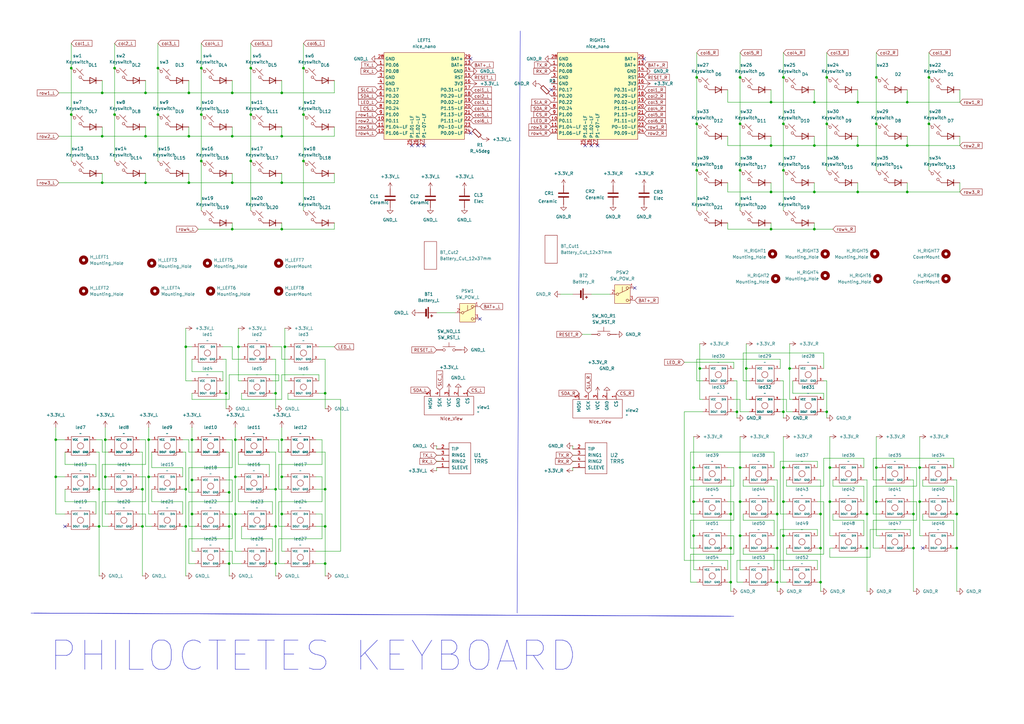
<source format=kicad_sch>
(kicad_sch (version 20250114) (generator "eeschema") (generator_version "9.0")
  (paper "A3")
  (title_block (title "Philoctetes") (date "2025-01-31") (company "License: CERN-OHL-S"))
  (lib_symbols
    (symbol "Device:Battery_Cell" (pin_numbers (hide yes)) (pin_names (offset 0) (hide yes))
      (property "Reference" "BT" (at 2.54 2.54 0))
      (property "Value" "Battery_Cell" (at 2.54 0 0))
      (symbol "Battery_Cell_1_1"
        (pin passive line (at 0 5.08 270) (length 2.54) (name "+") (number "1"))
        (pin passive line (at 0 -2.54 90) (length 2.54) (name "-") (number "2"))
      )
    )
    (symbol "Device:C" (pin_numbers (hide yes)) (pin_names (offset 0.254))
      (property "Reference" "C" (at 0.635 2.54 0))
      (property "Value" "C" (at 0.635 -2.54 0))
      (symbol "C_1_1"
        (pin passive line (at 0 3.81 270) (length 2.794) (name "~") (number "1"))
        (pin passive line (at 0 -3.81 90) (length 2.794) (name "~") (number "2"))
      )
    )
    (symbol "Device:R_45deg" (pin_numbers (hide yes)) (pin_names (offset 0))
      (property "Reference" "R" (at 5.08 2.54 0))
      (property "Value" "R_45deg" (at 8.255 0.635 0))
      (symbol "R_45deg_1_1"
        (pin passive line (at -2.54 2.54 0) (length 0) (name "~") (number "1"))
        (pin passive line (at 2.54 -2.54 180) (length 0) (name "~") (number "2"))
      )
    )
    (symbol "Diode:1N4148W" (pin_numbers (hide yes)) (pin_names (hide yes))
      (property "Reference" "D" (at 0 2.54 0))
      (property "Value" "1N4148W" (at 0 -2.54 0))
      (symbol "1N4148W_1_1"
        (pin passive line (at -3.81 0 0) (length 2.54) (name "K") (number "1"))
        (pin passive line (at 3.81 0 180) (length 2.54) (name "A") (number "2"))
      )
    )
    (symbol "Mechanical:MountingHole" (pin_names (offset 1.016)) (exclude_from_sim yes) (in_bom no)
      (property "Reference" "H" (at 0 5.08 0))
      (property "Value" "MountingHole" (at 0 3.175 0))
    )
    (symbol "SK6821MINI-E_facedown_1"
      (property "Reference" "LED_L18" (at 0 7.62 0))
      (property "Value" "~" (at 0 5.08 0))
      (symbol "SK6821MINI-E_facedown_1_1_1"
        (pin power_in line (at -6.35 2.54 0) (length 2.54) (name "VCC") (number "1"))
        (pin input line (at -6.35 -2.54 0) (length 2.54) (name "DOUT") (number "2"))
        (pin input line (at 6.35 2.54 180) (length 2.54) (name "DIN") (number "4"))
        (pin power_out line (at 6.35 -2.54 180) (length 2.54) (name "GND") (number "3"))
      )
    )
    (symbol "SK6821MINI-E_facedown_10"
      (property "Reference" "LED_L18" (at 0 7.62 0))
      (property "Value" "~" (at 0 5.08 0))
      (symbol "SK6821MINI-E_facedown_10_1_1"
        (pin power_in line (at -6.35 2.54 0) (length 2.54) (name "VCC") (number "1"))
        (pin input line (at -6.35 -2.54 0) (length 2.54) (name "DOUT") (number "2"))
        (pin input line (at 6.35 2.54 180) (length 2.54) (name "DIN") (number "4"))
        (pin power_out line (at 6.35 -2.54 180) (length 2.54) (name "GND") (number "3"))
      )
    )
    (symbol "SK6821MINI-E_facedown_11"
      (property "Reference" "LED_L18" (at 0 7.62 0))
      (property "Value" "~" (at 0 5.08 0))
      (symbol "SK6821MINI-E_facedown_11_1_1"
        (pin power_in line (at -6.35 2.54 0) (length 2.54) (name "VCC") (number "1"))
        (pin input line (at -6.35 -2.54 0) (length 2.54) (name "DOUT") (number "2"))
        (pin input line (at 6.35 2.54 180) (length 2.54) (name "DIN") (number "4"))
        (pin power_out line (at 6.35 -2.54 180) (length 2.54) (name "GND") (number "3"))
      )
    )
    (symbol "SK6821MINI-E_facedown_12"
      (property "Reference" "LED_L18" (at 0 7.62 0))
      (property "Value" "~" (at 0 5.08 0))
      (symbol "SK6821MINI-E_facedown_12_1_1"
        (pin power_in line (at -6.35 2.54 0) (length 2.54) (name "VCC") (number "1"))
        (pin input line (at -6.35 -2.54 0) (length 2.54) (name "DOUT") (number "2"))
        (pin input line (at 6.35 2.54 180) (length 2.54) (name "DIN") (number "4"))
        (pin power_out line (at 6.35 -2.54 180) (length 2.54) (name "GND") (number "3"))
      )
    )
    (symbol "SK6821MINI-E_facedown_13"
      (property "Reference" "LED_L18" (at 0 7.62 0))
      (property "Value" "~" (at 0 5.08 0))
      (symbol "SK6821MINI-E_facedown_13_1_1"
        (pin power_in line (at -6.35 2.54 0) (length 2.54) (name "VCC") (number "1"))
        (pin input line (at -6.35 -2.54 0) (length 2.54) (name "DOUT") (number "2"))
        (pin input line (at 6.35 2.54 180) (length 2.54) (name "DIN") (number "4"))
        (pin power_out line (at 6.35 -2.54 180) (length 2.54) (name "GND") (number "3"))
      )
    )
    (symbol "SK6821MINI-E_facedown_14"
      (property "Reference" "LED_L18" (at 0 7.62 0))
      (property "Value" "~" (at 0 5.08 0))
      (symbol "SK6821MINI-E_facedown_14_1_1"
        (pin power_in line (at -6.35 2.54 0) (length 2.54) (name "VCC") (number "1"))
        (pin input line (at -6.35 -2.54 0) (length 2.54) (name "DOUT") (number "2"))
        (pin input line (at 6.35 2.54 180) (length 2.54) (name "DIN") (number "4"))
        (pin power_out line (at 6.35 -2.54 180) (length 2.54) (name "GND") (number "3"))
      )
    )
    (symbol "SK6821MINI-E_facedown_15"
      (property "Reference" "LED_L18" (at 0 7.62 0))
      (property "Value" "~" (at 0 5.08 0))
      (symbol "SK6821MINI-E_facedown_15_1_1"
        (pin power_in line (at -6.35 2.54 0) (length 2.54) (name "VCC") (number "1"))
        (pin input line (at -6.35 -2.54 0) (length 2.54) (name "DOUT") (number "2"))
        (pin input line (at 6.35 2.54 180) (length 2.54) (name "DIN") (number "4"))
        (pin power_out line (at 6.35 -2.54 180) (length 2.54) (name "GND") (number "3"))
      )
    )
    (symbol "SK6821MINI-E_facedown_16"
      (property "Reference" "LED_L18" (at 0 7.62 0))
      (property "Value" "~" (at 0 5.08 0))
      (symbol "SK6821MINI-E_facedown_16_1_1"
        (pin power_in line (at -6.35 2.54 0) (length 2.54) (name "VCC") (number "1"))
        (pin input line (at -6.35 -2.54 0) (length 2.54) (name "DOUT") (number "2"))
        (pin input line (at 6.35 2.54 180) (length 2.54) (name "DIN") (number "4"))
        (pin power_out line (at 6.35 -2.54 180) (length 2.54) (name "GND") (number "3"))
      )
    )
    (symbol "SK6821MINI-E_facedown_17"
      (property "Reference" "LED_L18" (at 0 7.62 0))
      (property "Value" "~" (at 0 5.08 0))
      (symbol "SK6821MINI-E_facedown_17_1_1"
        (pin power_in line (at -6.35 2.54 0) (length 2.54) (name "VCC") (number "1"))
        (pin input line (at -6.35 -2.54 0) (length 2.54) (name "DOUT") (number "2"))
        (pin input line (at 6.35 2.54 180) (length 2.54) (name "DIN") (number "4"))
        (pin power_out line (at 6.35 -2.54 180) (length 2.54) (name "GND") (number "3"))
      )
    )
    (symbol "SK6821MINI-E_facedown_18"
      (property "Reference" "LED_L18" (at 0 7.62 0))
      (property "Value" "~" (at 0 5.08 0))
      (symbol "SK6821MINI-E_facedown_18_1_1"
        (pin power_in line (at -6.35 2.54 0) (length 2.54) (name "VCC") (number "1"))
        (pin input line (at -6.35 -2.54 0) (length 2.54) (name "DOUT") (number "2"))
        (pin input line (at 6.35 2.54 180) (length 2.54) (name "DIN") (number "4"))
        (pin power_out line (at 6.35 -2.54 180) (length 2.54) (name "GND") (number "3"))
      )
    )
    (symbol "SK6821MINI-E_facedown_19"
      (property "Reference" "LED_L18" (at 0 7.62 0))
      (property "Value" "~" (at 0 5.08 0))
      (symbol "SK6821MINI-E_facedown_19_1_1"
        (pin power_in line (at -6.35 2.54 0) (length 2.54) (name "VCC") (number "1"))
        (pin input line (at -6.35 -2.54 0) (length 2.54) (name "DOUT") (number "2"))
        (pin input line (at 6.35 2.54 180) (length 2.54) (name "DIN") (number "4"))
        (pin power_out line (at 6.35 -2.54 180) (length 2.54) (name "GND") (number "3"))
      )
    )
    (symbol "SK6821MINI-E_facedown_2"
      (property "Reference" "LED_L18" (at 0 7.62 0))
      (property "Value" "~" (at 0 5.08 0))
      (symbol "SK6821MINI-E_facedown_2_1_1"
        (pin power_in line (at -6.35 2.54 0) (length 2.54) (name "VCC") (number "1"))
        (pin input line (at -6.35 -2.54 0) (length 2.54) (name "DOUT") (number "2"))
        (pin input line (at 6.35 2.54 180) (length 2.54) (name "DIN") (number "4"))
        (pin power_out line (at 6.35 -2.54 180) (length 2.54) (name "GND") (number "3"))
      )
    )
    (symbol "SK6821MINI-E_facedown_20"
      (property "Reference" "LED_L18" (at 0 7.62 0))
      (property "Value" "~" (at 0 5.08 0))
      (symbol "SK6821MINI-E_facedown_20_1_1"
        (pin power_in line (at -6.35 2.54 0) (length 2.54) (name "VCC") (number "1"))
        (pin input line (at -6.35 -2.54 0) (length 2.54) (name "DOUT") (number "2"))
        (pin input line (at 6.35 2.54 180) (length 2.54) (name "DIN") (number "4"))
        (pin power_out line (at 6.35 -2.54 180) (length 2.54) (name "GND") (number "3"))
      )
    )
    (symbol "SK6821MINI-E_facedown_21"
      (property "Reference" "LED_L18" (at 0 7.62 0))
      (property "Value" "~" (at 0 5.08 0))
      (symbol "SK6821MINI-E_facedown_21_1_1"
        (pin power_in line (at -6.35 2.54 0) (length 2.54) (name "VCC") (number "1"))
        (pin input line (at -6.35 -2.54 0) (length 2.54) (name "DOUT") (number "2"))
        (pin input line (at 6.35 2.54 180) (length 2.54) (name "DIN") (number "4"))
        (pin power_out line (at 6.35 -2.54 180) (length 2.54) (name "GND") (number "3"))
      )
    )
    (symbol "SK6821MINI-E_facedown_22"
      (property "Reference" "LED_L18" (at 0 7.62 0))
      (property "Value" "~" (at 0 5.08 0))
      (symbol "SK6821MINI-E_facedown_22_1_1"
        (pin power_in line (at -6.35 2.54 0) (length 2.54) (name "VCC") (number "1"))
        (pin input line (at -6.35 -2.54 0) (length 2.54) (name "DOUT") (number "2"))
        (pin input line (at 6.35 2.54 180) (length 2.54) (name "DIN") (number "4"))
        (pin power_out line (at 6.35 -2.54 180) (length 2.54) (name "GND") (number "3"))
      )
    )
    (symbol "SK6821MINI-E_facedown_23"
      (property "Reference" "LED_L18" (at 0 7.62 0))
      (property "Value" "~" (at 0 5.08 0))
      (symbol "SK6821MINI-E_facedown_23_1_1"
        (pin power_in line (at -6.35 2.54 0) (length 2.54) (name "VCC") (number "1"))
        (pin input line (at -6.35 -2.54 0) (length 2.54) (name "DOUT") (number "2"))
        (pin input line (at 6.35 2.54 180) (length 2.54) (name "DIN") (number "4"))
        (pin power_out line (at 6.35 -2.54 180) (length 2.54) (name "GND") (number "3"))
      )
    )
    (symbol "SK6821MINI-E_facedown_24"
      (property "Reference" "LED_L18" (at 0 7.62 0))
      (property "Value" "~" (at 0 5.08 0))
      (symbol "SK6821MINI-E_facedown_24_1_1"
        (pin power_in line (at -6.35 2.54 0) (length 2.54) (name "VCC") (number "1"))
        (pin input line (at -6.35 -2.54 0) (length 2.54) (name "DOUT") (number "2"))
        (pin input line (at 6.35 2.54 180) (length 2.54) (name "DIN") (number "4"))
        (pin power_out line (at 6.35 -2.54 180) (length 2.54) (name "GND") (number "3"))
      )
    )
    (symbol "SK6821MINI-E_facedown_25"
      (property "Reference" "LED_L18" (at 0 7.62 0))
      (property "Value" "~" (at 0 5.08 0))
      (symbol "SK6821MINI-E_facedown_25_1_1"
        (pin power_in line (at -6.35 2.54 0) (length 2.54) (name "VCC") (number "1"))
        (pin input line (at -6.35 -2.54 0) (length 2.54) (name "DOUT") (number "2"))
        (pin input line (at 6.35 2.54 180) (length 2.54) (name "DIN") (number "4"))
        (pin power_out line (at 6.35 -2.54 180) (length 2.54) (name "GND") (number "3"))
      )
    )
    (symbol "SK6821MINI-E_facedown_26"
      (property "Reference" "LED_L18" (at 0 7.62 0))
      (property "Value" "~" (at 0 5.08 0))
      (symbol "SK6821MINI-E_facedown_26_1_1"
        (pin power_in line (at -6.35 2.54 0) (length 2.54) (name "VCC") (number "1"))
        (pin input line (at -6.35 -2.54 0) (length 2.54) (name "DOUT") (number "2"))
        (pin input line (at 6.35 2.54 180) (length 2.54) (name "DIN") (number "4"))
        (pin power_out line (at 6.35 -2.54 180) (length 2.54) (name "GND") (number "3"))
      )
    )
    (symbol "SK6821MINI-E_facedown_27"
      (property "Reference" "LED_L18" (at 0 7.62 0))
      (property "Value" "~" (at 0 5.08 0))
      (symbol "SK6821MINI-E_facedown_27_1_1"
        (pin power_in line (at -6.35 2.54 0) (length 2.54) (name "VCC") (number "1"))
        (pin input line (at -6.35 -2.54 0) (length 2.54) (name "DOUT") (number "2"))
        (pin input line (at 6.35 2.54 180) (length 2.54) (name "DIN") (number "4"))
        (pin power_out line (at 6.35 -2.54 180) (length 2.54) (name "GND") (number "3"))
      )
    )
    (symbol "SK6821MINI-E_facedown_28"
      (property "Reference" "LED_L18" (at 0 7.62 0))
      (property "Value" "~" (at 0 5.08 0))
      (symbol "SK6821MINI-E_facedown_28_1_1"
        (pin power_in line (at -6.35 2.54 0) (length 2.54) (name "VCC") (number "1"))
        (pin input line (at -6.35 -2.54 0) (length 2.54) (name "DOUT") (number "2"))
        (pin input line (at 6.35 2.54 180) (length 2.54) (name "DIN") (number "4"))
        (pin power_out line (at 6.35 -2.54 180) (length 2.54) (name "GND") (number "3"))
      )
    )
    (symbol "SK6821MINI-E_facedown_29"
      (property "Reference" "LED_L18" (at 0 7.62 0))
      (property "Value" "~" (at 0 5.08 0))
      (symbol "SK6821MINI-E_facedown_29_1_1"
        (pin power_in line (at -6.35 2.54 0) (length 2.54) (name "VCC") (number "1"))
        (pin input line (at -6.35 -2.54 0) (length 2.54) (name "DOUT") (number "2"))
        (pin input line (at 6.35 2.54 180) (length 2.54) (name "DIN") (number "4"))
        (pin power_out line (at 6.35 -2.54 180) (length 2.54) (name "GND") (number "3"))
      )
    )
    (symbol "SK6821MINI-E_facedown_3"
      (property "Reference" "LED_L18" (at 0 7.62 0))
      (property "Value" "~" (at 0 5.08 0))
      (symbol "SK6821MINI-E_facedown_3_1_1"
        (pin power_in line (at -6.35 2.54 0) (length 2.54) (name "VCC") (number "1"))
        (pin input line (at -6.35 -2.54 0) (length 2.54) (name "DOUT") (number "2"))
        (pin input line (at 6.35 2.54 180) (length 2.54) (name "DIN") (number "4"))
        (pin power_out line (at 6.35 -2.54 180) (length 2.54) (name "GND") (number "3"))
      )
    )
    (symbol "SK6821MINI-E_facedown_30"
      (property "Reference" "LED_L18" (at 0 7.62 0))
      (property "Value" "~" (at 0 5.08 0))
      (symbol "SK6821MINI-E_facedown_30_1_1"
        (pin power_in line (at -6.35 2.54 0) (length 2.54) (name "VCC") (number "1"))
        (pin input line (at -6.35 -2.54 0) (length 2.54) (name "DOUT") (number "2"))
        (pin input line (at 6.35 2.54 180) (length 2.54) (name "DIN") (number "4"))
        (pin power_out line (at 6.35 -2.54 180) (length 2.54) (name "GND") (number "3"))
      )
    )
    (symbol "SK6821MINI-E_facedown_31"
      (property "Reference" "LED_L18" (at 0 7.62 0))
      (property "Value" "~" (at 0 5.08 0))
      (symbol "SK6821MINI-E_facedown_31_1_1"
        (pin power_in line (at -6.35 2.54 0) (length 2.54) (name "VCC") (number "1"))
        (pin input line (at -6.35 -2.54 0) (length 2.54) (name "DOUT") (number "2"))
        (pin input line (at 6.35 2.54 180) (length 2.54) (name "DIN") (number "4"))
        (pin power_out line (at 6.35 -2.54 180) (length 2.54) (name "GND") (number "3"))
      )
    )
    (symbol "SK6821MINI-E_facedown_32"
      (property "Reference" "LED_L18" (at 0 7.62 0))
      (property "Value" "~" (at 0 5.08 0))
      (symbol "SK6821MINI-E_facedown_32_1_1"
        (pin power_in line (at -6.35 2.54 0) (length 2.54) (name "VCC") (number "1"))
        (pin input line (at -6.35 -2.54 0) (length 2.54) (name "DOUT") (number "2"))
        (pin input line (at 6.35 2.54 180) (length 2.54) (name "DIN") (number "4"))
        (pin power_out line (at 6.35 -2.54 180) (length 2.54) (name "GND") (number "3"))
      )
    )
    (symbol "SK6821MINI-E_facedown_33"
      (property "Reference" "LED_L18" (at 0 7.62 0))
      (property "Value" "~" (at 0 5.08 0))
      (symbol "SK6821MINI-E_facedown_33_1_1"
        (pin power_in line (at -6.35 2.54 0) (length 2.54) (name "VCC") (number "1"))
        (pin input line (at -6.35 -2.54 0) (length 2.54) (name "DOUT") (number "2"))
        (pin input line (at 6.35 2.54 180) (length 2.54) (name "DIN") (number "4"))
        (pin power_out line (at 6.35 -2.54 180) (length 2.54) (name "GND") (number "3"))
      )
    )
    (symbol "SK6821MINI-E_facedown_34"
      (property "Reference" "LED_L18" (at 0 7.62 0))
      (property "Value" "~" (at 0 5.08 0))
      (symbol "SK6821MINI-E_facedown_34_1_1"
        (pin power_in line (at -6.35 2.54 0) (length 2.54) (name "VCC") (number "1"))
        (pin input line (at -6.35 -2.54 0) (length 2.54) (name "DOUT") (number "2"))
        (pin input line (at 6.35 2.54 180) (length 2.54) (name "DIN") (number "4"))
        (pin power_out line (at 6.35 -2.54 180) (length 2.54) (name "GND") (number "3"))
      )
    )
    (symbol "SK6821MINI-E_facedown_35"
      (property "Reference" "LED_L18" (at 0 7.62 0))
      (property "Value" "~" (at 0 5.08 0))
      (symbol "SK6821MINI-E_facedown_35_1_1"
        (pin power_in line (at -6.35 2.54 0) (length 2.54) (name "VCC") (number "1"))
        (pin input line (at -6.35 -2.54 0) (length 2.54) (name "DOUT") (number "2"))
        (pin input line (at 6.35 2.54 180) (length 2.54) (name "DIN") (number "4"))
        (pin power_out line (at 6.35 -2.54 180) (length 2.54) (name "GND") (number "3"))
      )
    )
    (symbol "SK6821MINI-E_facedown_36"
      (property "Reference" "LED_L18" (at 0 7.62 0))
      (property "Value" "~" (at 0 5.08 0))
      (symbol "SK6821MINI-E_facedown_36_1_1"
        (pin power_in line (at -6.35 2.54 0) (length 2.54) (name "VCC") (number "1"))
        (pin input line (at -6.35 -2.54 0) (length 2.54) (name "DOUT") (number "2"))
        (pin input line (at 6.35 2.54 180) (length 2.54) (name "DIN") (number "4"))
        (pin power_out line (at 6.35 -2.54 180) (length 2.54) (name "GND") (number "3"))
      )
    )
    (symbol "SK6821MINI-E_facedown_37"
      (property "Reference" "LED_L18" (at 0 7.62 0))
      (property "Value" "~" (at 0 5.08 0))
      (symbol "SK6821MINI-E_facedown_37_1_1"
        (pin power_in line (at -6.35 2.54 0) (length 2.54) (name "VCC") (number "1"))
        (pin input line (at -6.35 -2.54 0) (length 2.54) (name "DOUT") (number "2"))
        (pin input line (at 6.35 2.54 180) (length 2.54) (name "DIN") (number "4"))
        (pin power_out line (at 6.35 -2.54 180) (length 2.54) (name "GND") (number "3"))
      )
    )
    (symbol "SK6821MINI-E_facedown_38"
      (property "Reference" "LED_L18" (at 0 7.62 0))
      (property "Value" "~" (at 0 5.08 0))
      (symbol "SK6821MINI-E_facedown_38_1_1"
        (pin power_in line (at -6.35 2.54 0) (length 2.54) (name "VCC") (number "1"))
        (pin input line (at -6.35 -2.54 0) (length 2.54) (name "DOUT") (number "2"))
        (pin input line (at 6.35 2.54 180) (length 2.54) (name "DIN") (number "4"))
        (pin power_out line (at 6.35 -2.54 180) (length 2.54) (name "GND") (number "3"))
      )
    )
    (symbol "SK6821MINI-E_facedown_39"
      (property "Reference" "LED_L18" (at 0 7.62 0))
      (property "Value" "~" (at 0 5.08 0))
      (symbol "SK6821MINI-E_facedown_39_1_1"
        (pin power_in line (at -6.35 2.54 0) (length 2.54) (name "VCC") (number "1"))
        (pin input line (at -6.35 -2.54 0) (length 2.54) (name "DOUT") (number "2"))
        (pin input line (at 6.35 2.54 180) (length 2.54) (name "DIN") (number "4"))
        (pin power_out line (at 6.35 -2.54 180) (length 2.54) (name "GND") (number "3"))
      )
    )
    (symbol "SK6821MINI-E_facedown_4"
      (property "Reference" "LED_L18" (at 0 7.62 0))
      (property "Value" "~" (at 0 5.08 0))
      (symbol "SK6821MINI-E_facedown_4_1_1"
        (pin power_in line (at -6.35 2.54 0) (length 2.54) (name "VCC") (number "1"))
        (pin input line (at -6.35 -2.54 0) (length 2.54) (name "DOUT") (number "2"))
        (pin input line (at 6.35 2.54 180) (length 2.54) (name "DIN") (number "4"))
        (pin power_out line (at 6.35 -2.54 180) (length 2.54) (name "GND") (number "3"))
      )
    )
    (symbol "SK6821MINI-E_facedown_40"
      (property "Reference" "LED_L18" (at 0 7.62 0))
      (property "Value" "~" (at 0 5.08 0))
      (symbol "SK6821MINI-E_facedown_40_1_1"
        (pin power_in line (at -6.35 2.54 0) (length 2.54) (name "VCC") (number "1"))
        (pin input line (at -6.35 -2.54 0) (length 2.54) (name "DOUT") (number "2"))
        (pin input line (at 6.35 2.54 180) (length 2.54) (name "DIN") (number "4"))
        (pin power_out line (at 6.35 -2.54 180) (length 2.54) (name "GND") (number "3"))
      )
    )
    (symbol "SK6821MINI-E_facedown_41"
      (property "Reference" "LED_L18" (at 0 7.62 0))
      (property "Value" "~" (at 0 5.08 0))
      (symbol "SK6821MINI-E_facedown_41_1_1"
        (pin power_in line (at -6.35 2.54 0) (length 2.54) (name "VCC") (number "1"))
        (pin input line (at -6.35 -2.54 0) (length 2.54) (name "DOUT") (number "2"))
        (pin input line (at 6.35 2.54 180) (length 2.54) (name "DIN") (number "4"))
        (pin power_out line (at 6.35 -2.54 180) (length 2.54) (name "GND") (number "3"))
      )
    )
    (symbol "SK6821MINI-E_facedown_5"
      (property "Reference" "LED_L18" (at 0 7.62 0))
      (property "Value" "~" (at 0 5.08 0))
      (symbol "SK6821MINI-E_facedown_5_1_1"
        (pin power_in line (at -6.35 2.54 0) (length 2.54) (name "VCC") (number "1"))
        (pin input line (at -6.35 -2.54 0) (length 2.54) (name "DOUT") (number "2"))
        (pin input line (at 6.35 2.54 180) (length 2.54) (name "DIN") (number "4"))
        (pin power_out line (at 6.35 -2.54 180) (length 2.54) (name "GND") (number "3"))
      )
    )
    (symbol "SK6821MINI-E_facedown_6"
      (property "Reference" "LED_L18" (at 0 7.62 0))
      (property "Value" "~" (at 0 5.08 0))
      (symbol "SK6821MINI-E_facedown_6_1_1"
        (pin power_in line (at -6.35 2.54 0) (length 2.54) (name "VCC") (number "1"))
        (pin input line (at -6.35 -2.54 0) (length 2.54) (name "DOUT") (number "2"))
        (pin input line (at 6.35 2.54 180) (length 2.54) (name "DIN") (number "4"))
        (pin power_out line (at 6.35 -2.54 180) (length 2.54) (name "GND") (number "3"))
      )
    )
    (symbol "SK6821MINI-E_facedown_7"
      (property "Reference" "LED_L18" (at 0 7.62 0))
      (property "Value" "~" (at 0 5.08 0))
      (symbol "SK6821MINI-E_facedown_7_1_1"
        (pin power_in line (at -6.35 2.54 0) (length 2.54) (name "VCC") (number "1"))
        (pin input line (at -6.35 -2.54 0) (length 2.54) (name "DOUT") (number "2"))
        (pin input line (at 6.35 2.54 180) (length 2.54) (name "DIN") (number "4"))
        (pin power_out line (at 6.35 -2.54 180) (length 2.54) (name "GND") (number "3"))
      )
    )
    (symbol "SK6821MINI-E_facedown_8"
      (property "Reference" "LED_L18" (at 0 7.62 0))
      (property "Value" "~" (at 0 5.08 0))
      (symbol "SK6821MINI-E_facedown_8_1_1"
        (pin power_in line (at -6.35 2.54 0) (length 2.54) (name "VCC") (number "1"))
        (pin input line (at -6.35 -2.54 0) (length 2.54) (name "DOUT") (number "2"))
        (pin input line (at 6.35 2.54 180) (length 2.54) (name "DIN") (number "4"))
        (pin power_out line (at 6.35 -2.54 180) (length 2.54) (name "GND") (number "3"))
      )
    )
    (symbol "SK6821MINI-E_facedown_9"
      (property "Reference" "LED_L18" (at 0 7.62 0))
      (property "Value" "~" (at 0 5.08 0))
      (symbol "SK6821MINI-E_facedown_9_1_1"
        (pin power_in line (at -6.35 2.54 0) (length 2.54) (name "VCC") (number "1"))
        (pin input line (at -6.35 -2.54 0) (length 2.54) (name "DOUT") (number "2"))
        (pin input line (at 6.35 2.54 180) (length 2.54) (name "DIN") (number "4"))
        (pin power_out line (at 6.35 -2.54 180) (length 2.54) (name "GND") (number "3"))
      )
    )
    (symbol "Switch:SW_Omron_B3FS" (pin_numbers (hide yes)) (pin_names (offset 1.016) (hide yes))
      (property "Reference" "SW" (at 1.27 2.54 0))
      (property "Value" "SW_Omron_B3FS" (at 0 -1.524 0))
      (symbol "SW_Omron_B3FS_0_1"
        (pin passive line (at -5.08 0 0) (length 2.54) (name "1") (number "1"))
        (pin passive line (at 5.08 0 180) (length 2.54) (name "2") (number "2"))
      )
    )
    (symbol "Switch:SW_Push_SPDT" (pin_names (offset 0) (hide yes))
      (property "Reference" "SW" (at 0 5.08 0))
      (property "Value" "SW_Push_SPDT" (at 0 -5.08 0))
      (symbol "SW_Push_SPDT_1_1"
        (pin passive line (at -5.08 0 0) (length 2.54) (name "B") (number "2"))
        (pin passive line (at 5.08 2.54 180) (length 2.54) (name "A") (number "1"))
        (pin passive line (at 5.08 -2.54 180) (length 2.54) (name "C") (number "3"))
      )
    )
    (symbol "home:Placeholder_Keyswitch" (pin_numbers (hide yes)) (pin_names (offset 1.016) (hide yes))
      (property "Reference" "S" (at 3.048 1.016 0))
      (property "Value" "Keyswitch" (at 0 -3.81 0))
      (symbol "Placeholder_Keyswitch_0_1"
        (pin passive line (at -2.54 2.54 0) (length 0) (name "1") (number "1"))
        (pin passive line (at 2.54 -2.54 180) (length 0) (name "2") (number "2"))
      )
    )
    (symbol "home:nice_view"
      (property "Reference" "H" (at 0 0 0))
      (symbol "nice_view_1_1"
        (text "Nice_View" (at -2.794 2.794 900) (effects (font (size 1.27 1.27))))
        (pin bidirectional line (at 8.89 11.43 180) (length 2.54) (name "MOSI") (number "5"))
        (pin bidirectional line (at 8.89 7.62 180) (length 2.54) (name "SCK") (number "4"))
        (pin power_in line (at 8.89 3.81 180) (length 2.54) (name "VCC") (number "3"))
        (pin power_out line (at 8.89 0 180) (length 2.54) (name "GND") (number "2"))
        (pin bidirectional line (at 8.89 -3.81 180) (length 2.54) (name "CS") (number "1"))
      )
    )
    (symbol "marblast_promicro_ish:nice_nano" (in_bom no)
      (property "Reference" "U" (at 0 22.86 0))
      (property "Value" "nice_nano" (at 0 20.32 0))
      (symbol "nice_nano_0_0"
        (pin bidirectional line (at -19.05 13.97 0) (length 2.54) (name "P0.06") (number "1"))
        (pin bidirectional line (at -19.05 11.43 0) (length 2.54) (name "P0.08") (number "2"))
        (pin power_out line (at -19.05 8.89 0) (length 2.54) (name "GND") (number "3"))
        (pin power_out line (at -19.05 6.35 0) (length 2.54) (name "GND") (number "4"))
        (pin bidirectional line (at -19.05 3.81 0) (length 2.54) (name "P0.17") (number "5"))
        (pin bidirectional line (at -19.05 1.27 0) (length 2.54) (name "P0.20") (number "6"))
        (pin bidirectional line (at -19.05 -1.27 0) (length 2.54) (name "P0.22") (number "7"))
        (pin bidirectional line (at -19.05 -3.81 0) (length 2.54) (name "P0.24") (number "8"))
        (pin bidirectional line (at -19.05 -6.35 0) (length 2.54) (name "P1.00") (number "9"))
        (pin bidirectional line (at -19.05 -8.89 0) (length 2.54) (name "P0.11") (number "10"))
        (pin bidirectional line (at -19.05 -11.43 0) (length 2.54) (name "P1.04-LF") (number "11"))
        (pin bidirectional line (at -19.05 -13.97 0) (length 2.54) (name "P1.06-LF") (number "12"))
        (pin power_out line (at 19.05 11.43 180) (length 2.54) (name "GND") (number "14"))
        (pin bidirectional line (at 19.05 8.89 180) (length 2.54) (name "RST") (number "15"))
        (pin bidirectional line (at 19.05 3.81 180) (length 2.54) (name "P0.31-LF") (number "17"))
        (pin bidirectional line (at 19.05 1.27 180) (length 2.54) (name "P0.29-LF") (number "18"))
        (pin bidirectional line (at 19.05 -1.27 180) (length 2.54) (name "P0.02-LF") (number "19"))
        (pin bidirectional line (at 19.05 -3.81 180) (length 2.54) (name "P1.15-LF") (number "20"))
        (pin bidirectional line (at 19.05 -6.35 180) (length 2.54) (name "P1.13-LF") (number "21"))
        (pin bidirectional line (at 19.05 -8.89 180) (length 2.54) (name "P1.11-LF") (number "22"))
        (pin bidirectional line (at 19.05 -11.43 180) (length 2.54) (name "P0-10-LF") (number "23"))
        (pin bidirectional line (at 19.05 -13.97 180) (length 2.54) (name "P0.09-LF") (number "24"))
      )
      (symbol "nice_nano_1_0"
        (pin power_out line (at -19.05 16.51 0) (length 2.54) (name "GND") (number "28"))
        (pin bidirectional line (at -5.08 -19.05 90) (length 2.54) (name "P1.01-LF") (number "25"))
        (pin bidirectional line (at -2.54 -19.05 90) (length 2.54) (name "P1.02-LF") (number "26"))
        (pin bidirectional line (at 0 -19.05 90) (length 2.54) (name "P1-07-LF") (number "27"))
        (pin power_out line (at 19.05 16.51 180) (length 2.54) (name "BAT+") (number "29"))
        (pin power_out line (at 19.05 13.97 180) (length 2.54) (name "BAT+") (number "13"))
        (pin power_out line (at 19.05 6.35 180) (length 2.54) (name "3V3") (number "16"))
      )
    )
    (symbol "nice_view_1"
      (property "Reference" "H" (at 0 0 0))
      (symbol "nice_view_1_1_1"
        (text "Nice_View" (at -2.794 2.794 900) (effects (font (size 1.27 1.27))))
        (pin bidirectional line (at 8.89 11.43 180) (length 2.54) (name "MOSI") (number "5"))
        (pin bidirectional line (at 8.89 7.62 180) (length 2.54) (name "SCK") (number "4"))
        (pin power_in line (at 8.89 3.81 180) (length 2.54) (name "VCC") (number "3"))
        (pin power_out line (at 8.89 0 180) (length 2.54) (name "GND") (number "2"))
        (pin bidirectional line (at 8.89 -3.81 180) (length 2.54) (name "CS") (number "1"))
      )
    )
    (symbol "philoctetes:Battery_Cut_12x37mm" (pin_numbers (hide yes)) (pin_names (offset 0) (hide yes))
      (property "Reference" "BT_Cut" (at 4.064 0.762 0))
      (property "Value" "Battery_Cut_12x37mm" (at 3.81 -1.778 0))
    )
    (symbol "philoctetes:SK6821MINI-E_facedown"
      (property "Reference" "LED_L10" (at 0 7.62 0))
      (property "Value" "~" (at 0 5.08 0))
      (symbol "SK6821MINI-E_facedown_1_1"
        (pin power_in line (at -6.35 2.54 0) (length 2.54) (name "VCC") (number "1"))
        (pin input line (at -6.35 -2.54 0) (length 2.54) (name "DOUT") (number "2"))
        (pin input line (at 6.35 2.54 180) (length 2.54) (name "DIN") (number "4"))
        (pin power_out line (at 6.35 -2.54 180) (length 2.54) (name "GND") (number "3"))
      )
    )
    (symbol "philoctetes:SK6821MINI-E_faceup"
      (property "Reference" "LEDU_L5" (at 0 7.62 0))
      (property "Value" "~" (at 0 5.08 0))
      (symbol "SK6821MINI-E_faceup_1_1"
        (pin power_in line (at -6.35 2.54 0) (length 2.54) (name "VCC") (number "1"))
        (pin input line (at -6.35 -2.54 0) (length 2.54) (name "DOUT") (number "2"))
        (pin input line (at 6.35 2.54 180) (length 2.54) (name "DIN") (number "4"))
        (pin power_out line (at 6.35 -2.54 180) (length 2.54) (name "GND") (number "3"))
      )
    )
    (symbol "power:+3.3V" (power) (pin_numbers (hide yes)) (pin_names (offset 0) (hide yes))
      (property "Value" "+3.3V" (at 0 3.556 0))
      (symbol "+3.3V_1_1"
        (pin power_in line (at 0 0 90) (length 0) (name "~") (number "1"))
      )
    )
    (symbol "power:GND" (power) (pin_numbers (hide yes)) (pin_names (offset 0) (hide yes))
      (property "Value" "GND" (at 0 -3.81 0))
      (symbol "GND_1_1"
        (pin power_in line (at 0 0 270) (length 0) (name "~") (number "1"))
      )
    )
    (symbol "scotto_keebs:Placeholder_Mounting_Hole" (pin_names (offset 1.016))
      (property "Reference" "H" (at 0 5.08 0))
      (property "Value" "Mounting_Hole" (at 0 3.175 0))
    )
    (symbol "scotto_keebs:Placeholder_TRRS" (pin_names (offset 1.016))
      (property "Reference" "U" (at 0 15.24 0))
      (property "Value" "TRRS" (at 0 -2.54 0))
      (symbol "Placeholder_TRRS_1_1"
        (pin input line (at -8.89 10.16 0) (length 5.08) (name "TIP") (number "2"))
        (pin input line (at -8.89 7.62 0) (length 5.08) (name "RING1") (number "3"))
        (pin input line (at -8.89 5.08 0) (length 5.08) (name "RING2") (number "4"))
        (pin input line (at -8.89 2.54 0) (length 5.08) (name "SLEEVE") (number "1"))
      )
    )
  )
  (text "PHILOCTETES KEYBOARD" (at 128.524 269.24 0) (effects (font (size 12 12))))
  (junction (at 284.48 219.71))
  (junction (at 77.47 74.93))
  (junction (at 303.53 205.74))
  (junction (at 318.77 224.79))
  (junction (at 95.25 74.93))
  (junction (at 318.77 210.82))
  (junction (at 41.91 38.1))
  (junction (at 82.55 27.94))
  (junction (at 97.79 142.24))
  (junction (at 115.57 74.93))
  (junction (at 303.53 50.8))
  (junction (at 40.64 215.9))
  (junction (at 64.77 27.94))
  (junction (at 78.74 196.85))
  (junction (at 133.35 215.9))
  (junction (at 59.69 74.93))
  (junction (at 93.98 215.9))
  (junction (at 321.31 168.91))
  (junction (at 124.46 46.99))
  (junction (at 22.86 195.58))
  (junction (at 133.35 161.29))
  (junction (at 95.25 93.98))
  (junction (at 381 31.75))
  (junction (at 41.91 55.88))
  (junction (at 113.03 215.9))
  (junction (at 339.09 168.91))
  (junction (at 95.25 55.88))
  (junction (at 76.2 215.9))
  (junction (at 76.2 142.24))
  (junction (at 285.75 69.85))
  (junction (at 287.02 151.13))
  (junction (at 321.31 31.75))
  (junction (at 115.57 38.1))
  (junction (at 115.57 180.34))
  (junction (at 113.03 161.29))
  (junction (at 323.85 151.13))
  (junction (at 76.2 200.66))
  (junction (at 22.86 180.34))
  (junction (at 321.31 50.8))
  (junction (at 359.41 205.74))
  (junction (at 321.31 69.85))
  (junction (at 336.55 210.82))
  (junction (at 351.79 41.91))
  (junction (at 299.72 238.76))
  (junction (at 302.26 168.91))
  (junction (at 334.01 41.91))
  (junction (at 284.48 205.74))
  (junction (at 306.07 151.13))
  (junction (at 82.55 46.99))
  (junction (at 93.98 201.93))
  (junction (at 115.57 210.82))
  (junction (at 133.35 231.14))
  (junction (at 124.46 66.04))
  (junction (at 46.99 27.94))
  (junction (at 102.87 46.99))
  (junction (at 299.72 210.82))
  (junction (at 29.21 27.94))
  (junction (at 59.69 55.88))
  (junction (at 321.31 219.71))
  (junction (at 334.01 59.69))
  (junction (at 40.64 200.66))
  (junction (at 43.18 195.58))
  (junction (at 113.03 200.66))
  (junction (at 46.99 46.99))
  (junction (at 321.31 205.74))
  (junction (at 339.09 50.8))
  (junction (at 392.43 210.82))
  (junction (at 372.11 59.69))
  (junction (at 336.55 224.79))
  (junction (at 93.98 231.14))
  (junction (at 64.77 46.99))
  (junction (at 336.55 238.76))
  (junction (at 43.18 180.34))
  (junction (at 359.41 31.75))
  (junction (at 316.23 59.69))
  (junction (at 334.01 93.98))
  (junction (at 359.41 191.77))
  (junction (at 359.41 50.8))
  (junction (at 115.57 93.98))
  (junction (at 115.57 55.88))
  (junction (at 340.36 205.74))
  (junction (at 77.47 38.1))
  (junction (at 372.11 78.74))
  (junction (at 318.77 238.76))
  (junction (at 78.74 180.34))
  (junction (at 77.47 55.88))
  (junction (at 303.53 191.77))
  (junction (at 321.31 191.77))
  (junction (at 339.09 31.75))
  (junction (at 355.6 210.82))
  (junction (at 115.57 195.58))
  (junction (at 60.96 195.58))
  (junction (at 316.23 78.74))
  (junction (at 374.65 224.79))
  (junction (at 29.21 46.99))
  (junction (at 102.87 27.94))
  (junction (at 78.74 210.82))
  (junction (at 41.91 74.93))
  (junction (at 372.11 41.91))
  (junction (at 377.19 205.74))
  (junction (at 82.55 66.04))
  (junction (at 284.48 191.77))
  (junction (at 95.25 38.1))
  (junction (at 96.52 180.34))
  (junction (at 285.75 50.8))
  (junction (at 96.52 210.82))
  (junction (at 303.53 219.71))
  (junction (at 340.36 191.77))
  (junction (at 377.19 191.77))
  (junction (at 113.03 231.14))
  (junction (at 303.53 31.75))
  (junction (at 116.84 142.24))
  (junction (at 316.23 41.91))
  (junction (at 59.69 38.1))
  (junction (at 351.79 59.69))
  (junction (at 133.35 200.66))
  (junction (at 392.43 224.79))
  (junction (at 58.42 200.66))
  (junction (at 351.79 78.74))
  (junction (at 355.6 224.79))
  (junction (at 102.87 66.04))
  (junction (at 96.52 195.58))
  (junction (at 285.75 31.75))
  (junction (at 381 50.8))
  (junction (at 316.23 93.98))
  (junction (at 303.53 69.85))
  (junction (at 92.71 161.29))
  (junction (at 334.01 78.74))
  (junction (at 299.72 224.79))
  (junction (at 58.42 215.9))
  (junction (at 60.96 180.34))
  (junction (at 124.46 27.94))
  (junction (at 374.65 210.82))
  (no_connect (at 264.16 24.13))
  (no_connect (at 193.04 54.61))
  (no_connect (at 173.99 59.69))
  (no_connect (at 226.06 36.83))
  (no_connect (at 242.57 59.69))
  (no_connect (at 245.11 59.69))
  (no_connect (at 240.03 59.69))
  (no_connect (at 171.45 59.69))
  (no_connect (at 168.91 59.69))
  (no_connect (at 193.04 24.13))
  (no_connect (at 378.46 224.79))
  (no_connect (at 196.85 130.81))
  (no_connect (at 260.35 118.11))
  (no_connect (at 26.67 215.9))
  (wire (pts (xy 114.3 153.67) (xy 114.3 156.21)))
  (wire (pts (xy 59.69 215.9) (xy 59.69 210.82)))
  (wire (pts (xy 303.53 205.74) (xy 303.53 219.71)))
  (wire (pts (xy 78.74 196.85) (xy 80.01 196.85)))
  (wire (pts (xy 99.06 161.29) (xy 99.06 163.83)))
  (wire (pts (xy 133.35 147.32) (xy 133.35 161.29)))
  (wire (pts (xy 299.72 196.85) (xy 299.72 210.82)))
  (wire (pts (xy 355.6 210.82) (xy 355.6 224.79)))
  (wire (pts (xy 91.44 147.32) (xy 92.71 147.32)))
  (wire (pts (xy 132.08 210.82) (xy 129.54 210.82)))
  (wire (pts (xy 374.65 210.82) (xy 374.65 224.79)))
  (wire (pts (xy 234.95 189.23) (xy 236.22 189.23)))
  (wire (pts (xy 303.53 205.74) (xy 304.8 205.74)))
  (wire (pts (xy 298.45 41.91) (xy 316.23 41.91)))
  (wire (pts (xy 124.46 17.78) (xy 124.46 27.94)))
  (wire (pts (xy 325.12 161.29) (xy 337.82 161.29)))
  (wire (pts (xy 93.98 215.9) (xy 93.98 231.14)))
  (wire (pts (xy 335.28 196.85) (xy 336.55 196.85)))
  (wire (pts (xy 300.99 205.74) (xy 298.45 205.74)))
  (wire (pts (xy 300.99 156.21) (xy 302.26 156.21)))
  (wire (pts (xy 60.96 180.34) (xy 60.96 195.58)))
  (wire (pts (xy 298.45 196.85) (xy 299.72 196.85)))
  (wire (pts (xy 341.63 224.79) (xy 340.36 224.79)))
  (wire (pts (xy 59.69 33.02) (xy 59.69 38.1)))
  (wire (pts (xy 95.25 191.77) (xy 95.25 180.34)))
  (wire (pts (xy 336.55 210.82) (xy 336.55 224.79)))
  (wire (pts (xy 22.86 180.34) (xy 26.67 180.34)))
  (wire (pts (xy 115.57 147.32) (xy 115.57 142.24)))
  (wire (pts (xy 287.02 151.13) (xy 287.02 163.83)))
  (wire (pts (xy 78.74 210.82) (xy 78.74 226.06)))
  (wire (pts (xy 298.45 59.69) (xy 316.23 59.69)))
  (wire (pts (xy 133.35 161.29) (xy 133.35 167.64)))
  (wire (pts (xy 99.06 147.32) (xy 95.25 147.32)))
  (wire (pts (xy 306.07 151.13) (xy 306.07 163.83)))
  (wire (pts (xy 137.16 33.02) (xy 137.16 38.1)))
  (wire (pts (xy 285.75 69.85) (xy 285.75 86.36)))
  (wire (pts (xy 375.92 191.77) (xy 373.38 191.77)))
  (wire (pts (xy 303.53 179.07) (xy 303.53 191.77)))
  (wire (pts (xy 334.01 55.88) (xy 334.01 59.69)))
  (wire (pts (xy 303.53 191.77) (xy 304.8 191.77)))
  (wire (pts (xy 78.74 196.85) (xy 78.74 210.82)))
  (wire (pts (xy 96.52 180.34) (xy 96.52 195.58)))
  (wire (pts (xy 139.7 163.83) (xy 139.7 226.06)))
  (wire (pts (xy 74.93 205.74) (xy 74.93 210.82)))
  (wire (pts (xy 391.16 224.79) (xy 392.43 224.79)))
  (wire (pts (xy 287.02 151.13) (xy 288.29 151.13)))
  (wire (pts (xy 358.14 210.82) (xy 360.68 210.82)))
  (wire (pts (xy 77.47 205.74) (xy 95.25 205.74)))
  (wire (pts (xy 41.91 55.88) (xy 59.69 55.88)))
  (wire (pts (xy 283.21 210.82) (xy 285.75 210.82)))
  (wire (pts (xy 116.84 200.66) (xy 114.3 200.66)))
  (wire (pts (xy 64.77 46.99) (xy 64.77 66.04)))
  (wire (pts (xy 334.01 36.83) (xy 334.01 41.91)))
  (wire (pts (xy 358.14 196.85) (xy 358.14 187.96)))
  (wire (pts (xy 116.84 226.06) (xy 115.57 226.06)))
  (wire (pts (xy 124.46 27.94) (xy 124.46 46.99)))
  (wire (pts (xy 303.53 219.71) (xy 304.8 219.71)))
  (wire (pts (xy 316.23 91.44) (xy 316.23 93.98)))
  (wire (pts (xy 323.85 151.13) (xy 325.12 151.13)))
  (wire (pts (xy 92.71 231.14) (xy 93.98 231.14)))
  (wire (pts (xy 393.7 55.88) (xy 393.7 59.69)))
  (wire (pts (xy 283.21 227.33) (xy 300.99 227.33)))
  (wire (pts (xy 285.75 21.59) (xy 285.75 31.75)))
  (wire (pts (xy 373.38 224.79) (xy 374.65 224.79)))
  (wire (pts (xy 339.09 50.8) (xy 339.09 69.85)))
  (wire (pts (xy 130.81 142.24) (xy 137.16 142.24)))
  (wire (pts (xy 129.54 200.66) (xy 133.35 200.66)))
  (wire (pts (xy 317.5 224.79) (xy 318.77 224.79)))
  (wire (pts (xy 381 21.59) (xy 381 31.75)))
  (wire (pts (xy 334.01 59.69) (xy 351.79 59.69)))
  (wire (pts (xy 118.11 147.32) (xy 115.57 147.32)))
  (wire (pts (xy 355.6 224.79) (xy 355.6 242.57)))
  (wire (pts (xy 82.55 46.99) (xy 82.55 66.04)))
  (wire (pts (xy 377.19 191.77) (xy 378.46 191.77)))
  (wire (pts (xy 26.67 205.74) (xy 39.37 205.74)))
  (wire (pts (xy 113.03 161.29) (xy 113.03 167.64)))
  (wire (pts (xy 115.57 74.93) (xy 137.16 74.93)))
  (wire (pts (xy 60.96 195.58) (xy 60.96 210.82)))
  (wire (pts (xy 393.7 36.83) (xy 393.7 41.91)))
  (wire (pts (xy 373.38 205.74) (xy 375.92 205.74)))
  (wire (pts (xy 321.31 191.77) (xy 322.58 191.77)))
  (wire (pts (xy 355.6 196.85) (xy 355.6 210.82)))
  (wire (pts (xy 303.53 168.91) (xy 303.53 163.83)))
  (wire (pts (xy 93.98 185.42) (xy 93.98 201.93)))
  (wire (pts (xy 359.41 219.71) (xy 360.68 219.71)))
  (wire (pts (xy 304.8 156.21) (xy 307.34 156.21)))
  (wire (pts (xy 76.2 142.24) (xy 78.74 142.24)))
  (wire (pts (xy 321.31 205.74) (xy 321.31 219.71)))
  (wire (pts (xy 44.45 200.66) (xy 41.91 200.66)))
  (wire (pts (xy 321.31 179.07) (xy 321.31 191.77)))
  (wire (pts (xy 113.03 215.9) (xy 113.03 231.14)))
  (wire (pts (xy 351.79 74.93) (xy 351.79 78.74)))
  (wire (pts (xy 78.74 156.21) (xy 76.2 156.21)))
  (wire (pts (xy 340.36 205.74) (xy 340.36 219.71)))
  (wire (pts (xy 318.77 196.85) (xy 318.77 210.82)))
  (wire (pts (xy 115.57 142.24) (xy 111.76 142.24)))
  (wire (pts (xy 339.09 31.75) (xy 339.09 50.8)))
  (wire (pts (xy 300.99 227.33) (xy 300.99 219.71)))
  (wire (pts (xy 280.67 229.87) (xy 298.45 229.87)))
  (wire (pts (xy 320.04 189.23) (xy 335.28 189.23)))
  (wire (pts (xy 99.06 156.21) (xy 97.79 156.21)))
  (wire (pts (xy 114.3 205.74) (xy 132.08 205.74)))
  (wire (pts (xy 59.69 52.07) (xy 59.69 55.88)))
  (wire (pts (xy 302.26 156.21) (xy 302.26 168.91)))
  (wire (pts (xy 339.09 156.21) (xy 339.09 168.91)))
  (wire (pts (xy 335.28 210.82) (xy 336.55 210.82)))
  (wire (pts (xy 97.79 142.24) (xy 99.06 142.24)))
  (wire (pts (xy 321.31 191.77) (xy 321.31 205.74)))
  (wire (pts (xy 114.3 185.42) (xy 114.3 180.34)))
  (wire (pts (xy 320.04 168.91) (xy 321.31 168.91)))
  (wire (pts (xy 304.8 238.76) (xy 302.26 238.76)))
  (wire (pts (xy 378.46 199.39) (xy 391.16 199.39)))
  (wire (pts (xy 43.18 195.58) (xy 43.18 210.82)))
  (wire (pts (xy 77.47 231.14) (xy 77.47 220.98)))
  (wire (pts (xy 95.25 91.44) (xy 95.25 93.98)))
  (wire (pts (xy 26.67 210.82) (xy 22.86 210.82)))
  (wire (pts (xy 137.16 91.44) (xy 137.16 93.98)))
  (wire (pts (xy 322.58 224.79) (xy 322.58 227.33)))
  (wire (pts (xy 288.29 156.21) (xy 285.75 156.21)))
  (wire (pts (xy 76.2 215.9) (xy 76.2 236.22)))
  (wire (pts (xy 64.77 17.78) (xy 64.77 27.94)))
  (wire (pts (xy 95.25 220.98) (xy 95.25 210.82)))
  (wire (pts (xy 110.49 190.5) (xy 110.49 195.58)))
  (wire (pts (xy 115.57 210.82) (xy 116.84 210.82)))
  (wire (pts (xy 359.41 205.74) (xy 359.41 219.71)))
  (wire (pts (xy 300.99 151.13) (xy 300.99 148.59)))
  (wire (pts (xy 179.07 186.69) (xy 180.34 186.69)))
  (wire (pts (xy 76.2 134.62) (xy 76.2 142.24)))
  (wire (pts (xy 43.18 195.58) (xy 44.45 195.58)))
  (wire (pts (xy 304.8 196.85) (xy 304.8 199.39)))
  (wire (pts (xy 304.8 156.21) (xy 304.8 144.78)))
  (wire (pts (xy 321.31 21.59) (xy 321.31 31.75)))
  (wire (pts (xy 76.2 142.24) (xy 76.2 156.21)))
  (wire (pts (xy 284.48 179.07) (xy 284.48 191.77)))
  (wire (pts (xy 96.52 180.34) (xy 97.79 180.34)))
  (wire (pts (xy 306.07 140.97) (xy 306.07 151.13)))
  (wire (pts (xy 307.34 163.83) (xy 306.07 163.83)))
  (wire (pts (xy 77.47 220.98) (xy 95.25 220.98)))
  (wire (pts (xy 334.01 41.91) (xy 351.79 41.91)))
  (wire (pts (xy 372.11 78.74) (xy 393.7 78.74)))
  (wire (pts (xy 114.3 231.14) (xy 114.3 220.98)))
  (wire (pts (xy 59.69 71.12) (xy 59.69 74.93)))
  (wire (pts (xy 46.99 27.94) (xy 46.99 46.99)))
  (wire (pts (xy 321.31 168.91) (xy 321.31 171.45)))
  (wire (pts (xy 111.76 205.74) (xy 111.76 210.82)))
  (wire (pts (xy 95.25 93.98) (xy 115.57 93.98)))
  (wire (pts (xy 78.74 180.34) (xy 78.74 196.85)))
  (wire (pts (xy 77.47 71.12) (xy 77.47 74.93)))
  (wire (pts (xy 118.11 156.21) (xy 116.84 156.21)))
  (wire (pts (xy 322.58 238.76) (xy 320.04 238.76)))
  (wire (pts (xy 378.46 210.82) (xy 378.46 213.36)))
  (wire (pts (xy 300.99 199.39) (xy 300.99 191.77)))
  (wire (pts (xy 58.42 215.9) (xy 58.42 236.22)))
  (wire (pts (xy 285.75 233.68) (xy 284.48 233.68)))
  (wire (pts (xy 93.98 231.14) (xy 93.98 236.22)))
  (wire (pts (xy 77.47 201.93) (xy 77.47 191.77)))
  (wire (pts (xy 93.98 153.67) (xy 93.98 163.83)))
  (wire (pts (xy 95.25 180.34) (xy 92.71 180.34)))
  (wire (pts (xy 377.19 219.71) (xy 378.46 219.71)))
  (wire (pts (xy 359.41 50.8) (xy 359.41 69.85)))
  (wire (pts (xy 303.53 21.59) (xy 303.53 31.75)))
  (wire (pts (xy 114.3 215.9) (xy 114.3 205.74)))
  (wire (pts (xy 24.13 74.93) (xy 41.91 74.93)))
  (wire (pts (xy 351.79 59.69) (xy 372.11 59.69)))
  (wire (pts (xy 46.99 46.99) (xy 46.99 66.04)))
  (wire (pts (xy 74.93 215.9) (xy 76.2 215.9)))
  (wire (pts (xy 78.74 163.83) (xy 93.98 163.83)))
  (wire (pts (xy 60.96 210.82) (xy 62.23 210.82)))
  (wire (pts (xy 58.42 185.42) (xy 58.42 200.66)))
  (wire (pts (xy 304.8 224.79) (xy 304.8 227.33)))
  (wire (pts (xy 57.15 215.9) (xy 58.42 215.9)))
  (wire (pts (xy 92.71 161.29) (xy 92.71 167.64)))
  (wire (pts (xy 95.25 196.85) (xy 92.71 196.85)))
  (wire (pts (xy 115.57 195.58) (xy 116.84 195.58)))
  (wire (pts (xy 358.14 213.36) (xy 358.14 224.79)))
  (wire (pts (xy 341.63 213.36) (xy 354.33 213.36)))
  (wire (pts (xy 359.41 179.07) (xy 359.41 191.77)))
  (wire (pts (xy 283.21 199.39) (xy 300.99 199.39)))
  (wire (pts (xy 40.64 185.42) (xy 40.64 200.66)))
  (wire (pts (xy 375.92 199.39) (xy 375.92 191.77)))
  (wire (pts (xy 354.33 224.79) (xy 355.6 224.79)))
  (wire (pts (xy 391.16 199.39) (xy 391.16 205.74)))
  (wire (pts (xy 321.31 219.71) (xy 322.58 219.71)))
  (wire (pts (xy 111.76 220.98) (xy 111.76 226.06)))
  (wire (pts (xy 129.54 185.42) (xy 133.35 185.42)))
  (wire (pts (xy 92.71 201.93) (xy 93.98 201.93)))
  (wire (pts (xy 320.04 210.82) (xy 320.04 189.23)))
  (wire (pts (xy 129.54 231.14) (xy 133.35 231.14)))
  (wire (pts (xy 322.58 227.33) (xy 337.82 227.33)))
  (wire (pts (xy 97.79 200.66) (xy 97.79 205.74)))
  (wire (pts (xy 179.07 182.88) (xy 179.07 184.15)))
  (wire (pts (xy 115.57 33.02) (xy 115.57 38.1)))
  (wire (pts (xy 111.76 161.29) (xy 113.03 161.29)))
  (wire (pts (xy 373.38 217.17) (xy 373.38 219.71)))
  (wire (pts (xy 340.36 179.07) (xy 340.36 191.77)))
  (wire (pts (xy 325.12 168.91) (xy 322.58 168.91)))
  (wire (pts (xy 242.57 120.65) (xy 250.19 120.65)))
  (wire (pts (xy 322.58 210.82) (xy 320.04 210.82)))
  (wire (pts (xy 322.58 163.83) (xy 320.04 163.83)))
  (wire (pts (xy 96.52 195.58) (xy 97.79 195.58)))
  (wire (pts (xy 374.65 224.79) (xy 374.65 242.57)))
  (wire (pts (xy 78.74 161.29) (xy 78.74 163.83)))
  (wire (pts (xy 356.87 228.6) (xy 356.87 217.17)))
  (wire (pts (xy 304.8 227.33) (xy 317.5 227.33)))
  (wire (pts (xy 26.67 200.66) (xy 26.67 205.74)))
  (wire (pts (xy 95.25 226.06) (xy 92.71 226.06)))
  (wire (pts (xy 300.99 168.91) (xy 302.26 168.91)))
  (wire (pts (xy 340.36 191.77) (xy 340.36 205.74)))
  (wire (pts (xy 375.92 205.74) (xy 375.92 213.36)))
  (wire (pts (xy 337.82 199.39) (xy 337.82 187.96)))
  (wire (pts (xy 341.63 196.85) (xy 341.63 199.39)))
  (wire (pts (xy 378.46 196.85) (xy 378.46 199.39)))
  (wire (pts (xy 77.47 33.02) (xy 77.47 38.1)))
  (wire (pts (xy 41.91 38.1) (xy 59.69 38.1)))
  (wire (pts (xy 284.48 191.77) (xy 285.75 191.77)))
  (wire (pts (xy 41.91 33.02) (xy 41.91 38.1)))
  (wire (pts (xy 26.67 185.42) (xy 26.67 190.5)))
  (wire (pts (xy 307.34 168.91) (xy 303.53 168.91)))
  (wire (pts (xy 234.95 193.04) (xy 234.95 191.77)))
  (wire (pts (xy 283.21 224.79) (xy 283.21 213.36)))
  (wire (pts (xy 298.45 55.88) (xy 298.45 59.69)))
  (wire (pts (xy 43.18 180.34) (xy 43.18 195.58)))
  (wire (pts (xy 179.07 193.04) (xy 179.07 191.77)))
  (wire (pts (xy 285.75 156.21) (xy 285.75 147.32)))
  (wire (pts (xy 321.31 156.21) (xy 321.31 168.91)))
  (wire (pts (xy 317.5 199.39) (xy 317.5 205.74)))
  (wire (pts (xy 95.25 142.24) (xy 91.44 142.24)))
  (wire (pts (xy 283.21 185.42) (xy 317.5 185.42)))
  (wire (pts (xy 133.35 215.9) (xy 133.35 231.14)))
  (wire (pts (xy 96.52 210.82) (xy 96.52 226.06)))
  (wire (pts (xy 298.45 229.87) (xy 298.45 233.68)))
  (wire (pts (xy 80.01 185.42) (xy 77.47 185.42)))
  (wire (pts (xy 95.25 71.12) (xy 95.25 74.93)))
  (wire (pts (xy 99.06 231.14) (xy 95.25 231.14)))
  (wire (pts (xy 340.36 191.77) (xy 341.63 191.77)))
  (wire (pts (xy 95.25 147.32) (xy 95.25 142.24)))
  (wire (pts (xy 59.69 74.93) (xy 77.47 74.93)))
  (wire (pts (xy 316.23 36.83) (xy 316.23 41.91)))
  (wire (pts (xy 118.11 163.83) (xy 139.7 163.83)))
  (wire (pts (xy 116.84 215.9) (xy 114.3 215.9)))
  (wire (pts (xy 64.77 27.94) (xy 64.77 46.99)))
  (wire (pts (xy 284.48 205.74) (xy 285.75 205.74)))
  (wire (pts (xy 288.29 163.83) (xy 287.02 163.83)))
  (wire (pts (xy 92.71 147.32) (xy 92.71 161.29)))
  (wire (pts (xy 322.58 196.85) (xy 322.58 199.39)))
  (wire (pts (xy 341.63 219.71) (xy 340.36 219.71)))
  (wire (pts (xy 95.25 52.07) (xy 95.25 55.88)))
  (wire (pts (xy 316.23 74.93) (xy 316.23 78.74)))
  (wire (pts (xy 95.25 38.1) (xy 115.57 38.1)))
  (wire (pts (xy 115.57 180.34) (xy 115.57 195.58)))
  (wire (pts (xy 320.04 217.17) (xy 335.28 217.17)))
  (wire (pts (xy 392.43 224.79) (xy 392.43 242.57)))
  (wire (pts (xy 113.03 185.42) (xy 113.03 200.66)))
  (wire (pts (xy 283.21 196.85) (xy 283.21 185.42)))
  (wire (pts (xy 111.76 231.14) (xy 113.03 231.14)))
  (wire (pts (xy 229.87 120.65) (xy 234.95 120.65)))
  (wire (pts (xy 29.21 27.94) (xy 29.21 46.99)))
  (wire (pts (xy 359.41 191.77) (xy 360.68 191.77)))
  (wire (pts (xy 59.69 38.1) (xy 77.47 38.1)))
  (wire (pts (xy 95.25 33.02) (xy 95.25 38.1)))
  (wire (pts (xy 322.58 199.39) (xy 337.82 199.39)))
  (wire (pts (xy 97.79 134.62) (xy 97.79 142.24)))
  (wire (pts (xy 317.5 227.33) (xy 317.5 233.68)))
  (wire (pts (xy 115.57 52.07) (xy 115.57 55.88)))
  (wire (pts (xy 77.47 180.34) (xy 74.93 180.34)))
  (wire (pts (xy 337.82 161.29) (xy 337.82 163.83)))
  (wire (pts (xy 115.57 175.26) (xy 115.57 180.34)))
  (wire (pts (xy 316.23 78.74) (xy 334.01 78.74)))
  (wire (pts (xy 59.69 195.58) (xy 57.15 195.58)))
  (wire (pts (xy 339.09 168.91) (xy 339.09 171.45)))
  (wire (pts (xy 44.45 215.9) (xy 41.91 215.9)))
  (wire (pts (xy 283.21 210.82) (xy 283.21 199.39)))
  (wire (pts (xy 60.96 180.34) (xy 62.23 180.34)))
  (wire (pts (xy 39.37 180.34) (xy 41.91 180.34)))
  (wire (pts (xy 359.41 31.75) (xy 359.41 50.8)))
  (wire (pts (xy 303.53 163.83) (xy 300.99 163.83)))
  (wire (pts (xy 114.3 220.98) (xy 132.08 220.98)))
  (wire (pts (xy 77.47 52.07) (xy 77.47 55.88)))
  (wire (pts (xy 302.26 168.91) (xy 302.26 171.45)))
  (wire (pts (xy 351.79 55.88) (xy 351.79 59.69)))
  (wire (pts (xy 285.75 147.32) (xy 320.04 147.32)))
  (wire (pts (xy 115.57 71.12) (xy 115.57 74.93)))
  (wire (pts (xy 96.52 175.26) (xy 96.52 180.34)))
  (wire (pts (xy 77.47 185.42) (xy 77.47 180.34)))
  (wire (pts (xy 299.72 210.82) (xy 299.72 224.79)))
  (wire (pts (xy 354.33 187.96) (xy 354.33 191.77)))
  (wire (pts (xy 320.04 238.76) (xy 320.04 217.17)))
  (wire (pts (xy 39.37 205.74) (xy 39.37 210.82)))
  (wire (pts (xy 303.53 219.71) (xy 303.53 233.68)))
  (wire (pts (xy 59.69 180.34) (xy 57.15 180.34)))
  (wire (pts (xy 22.86 180.34) (xy 22.86 195.58)))
  (wire (pts (xy 359.41 205.74) (xy 360.68 205.74)))
  (wire (pts (xy 132.08 220.98) (xy 132.08 210.82)))
  (wire (pts (xy 115.57 180.34) (xy 116.84 180.34)))
  (wire (pts (xy 391.16 187.96) (xy 391.16 191.77)))
  (wire (pts (xy 102.87 46.99) (xy 102.87 66.04)))
  (wire (pts (xy 321.31 205.74) (xy 322.58 205.74)))
  (wire (pts (xy 82.55 27.94) (xy 82.55 46.99)))
  (wire (pts (xy 92.71 185.42) (xy 93.98 185.42)))
  (wire (pts (xy 321.31 50.8) (xy 321.31 69.85)))
  (wire (pts (xy 339.09 21.59) (xy 339.09 31.75)))
  (wire (pts (xy 393.7 74.93) (xy 393.7 78.74)))
  (wire (pts (xy 59.69 205.74) (xy 59.69 195.58)))
  (wire (pts (xy 372.11 74.93) (xy 372.11 78.74)))
  (wire (pts (xy 335.28 189.23) (xy 335.28 191.77)))
  (wire (pts (xy 43.18 180.34) (xy 44.45 180.34)))
  (wire (pts (xy 354.33 196.85) (xy 355.6 196.85)))
  (wire (pts (xy 115.57 55.88) (xy 137.16 55.88)))
  (wire (pts (xy 298.45 224.79) (xy 299.72 224.79)))
  (wire (pts (xy 41.91 74.93) (xy 59.69 74.93)))
  (wire (pts (xy 283.21 238.76) (xy 283.21 227.33)))
  (wire (pts (xy 116.84 142.24) (xy 116.84 156.21)))
  (wire (pts (xy 26.67 190.5) (xy 39.37 190.5)))
  (wire (pts (xy 95.25 74.93) (xy 115.57 74.93)))
  (wire (pts (xy 60.96 195.58) (xy 62.23 195.58)))
  (wire (pts (xy 92.71 215.9) (xy 93.98 215.9)))
  (wire (pts (xy 299.72 224.79) (xy 299.72 238.76)))
  (wire (pts (xy 129.54 215.9) (xy 133.35 215.9)))
  (wire (pts (xy 336.55 196.85) (xy 336.55 210.82)))
  (wire (pts (xy 335.28 217.17) (xy 335.28 219.71)))
  (wire (pts (xy 77.47 215.9) (xy 77.47 205.74)))
  (wire (pts (xy 40.64 215.9) (xy 40.64 236.22)))
  (wire (pts (xy 317.5 210.82) (xy 318.77 210.82)))
  (wire (pts (xy 298.45 93.98) (xy 316.23 93.98)))
  (wire (pts (xy 115.57 210.82) (xy 115.57 226.06)))
  (wire (pts (xy 115.57 195.58) (xy 115.57 210.82)))
  (wire (pts (xy 359.41 191.77) (xy 359.41 205.74)))
  (wire (pts (xy 43.18 175.26) (xy 43.18 180.34)))
  (wire (pts (xy 95.25 210.82) (xy 92.71 210.82)))
  (wire (pts (xy 114.3 180.34) (xy 110.49 180.34)))
  (wire (pts (xy 300.99 213.36) (xy 300.99 205.74)))
  (wire (pts (xy 113.03 231.14) (xy 113.03 236.22)))
  (wire (pts (xy 300.99 191.77) (xy 298.45 191.77)))
  (wire (pts (xy 114.3 190.5) (xy 132.08 190.5)))
  (wire (pts (xy 356.87 217.17) (xy 373.38 217.17)))
  (wire (pts (xy 391.16 210.82) (xy 392.43 210.82)))
  (wire (pts (xy 57.15 185.42) (xy 58.42 185.42)))
  (wire (pts (xy 115.57 93.98) (xy 137.16 93.98)))
  (wire (pts (xy 337.82 205.74) (xy 335.28 205.74)))
  (wire (pts (xy 80.01 201.93) (xy 77.47 201.93)))
  (wire (pts (xy 358.14 187.96) (xy 391.16 187.96)))
  (wire (pts (xy 337.82 187.96) (xy 354.33 187.96)))
  (wire (pts (xy 299.72 238.76) (xy 299.72 242.57)))
  (wire (pts (xy 337.82 144.78) (xy 337.82 151.13)))
  (wire (pts (xy 374.65 196.85) (xy 374.65 210.82)))
  (wire (pts (xy 304.8 213.36) (xy 317.5 213.36)))
  (wire (pts (xy 334.01 93.98) (xy 341.63 93.98)))
  (wire (pts (xy 280.67 168.91) (xy 280.67 229.87)))
  (wire (pts (xy 323.85 140.97) (xy 323.85 151.13)))
  (wire (pts (xy 80.01 215.9) (xy 77.47 215.9)))
  (wire (pts (xy 378.46 213.36) (xy 391.16 213.36)))
  (wire (pts (xy 304.8 210.82) (xy 304.8 213.36)))
  (wire (pts (xy 46.99 17.78) (xy 46.99 27.94)))
  (wire (pts (xy 78.74 210.82) (xy 80.01 210.82)))
  (wire (pts (xy 238.76 137.16) (xy 242.57 137.16)))
  (wire (pts (xy 325.12 163.83) (xy 323.85 163.83)))
  (wire (pts (xy 99.06 163.83) (xy 115.57 163.83)))
  (wire (pts (xy 372.11 36.83) (xy 372.11 41.91)))
  (wire (pts (xy 95.25 55.88) (xy 115.57 55.88)))
  (wire (pts (xy 340.36 224.79) (xy 340.36 228.6)))
  (wire (pts (xy 137.16 71.12) (xy 137.16 74.93)))
  (wire (pts (xy 74.93 191.77) (xy 74.93 195.58)))
  (wire (pts (xy 318.77 224.79) (xy 318.77 238.76)))
  (wire (pts (xy 76.2 185.42) (xy 76.2 200.66)))
  (wire (pts (xy 321.31 69.85) (xy 321.31 86.36)))
  (wire (pts (xy 316.23 55.88) (xy 316.23 59.69)))
  (wire (pts (xy 341.63 210.82) (xy 341.63 213.36)))
  (wire (pts (xy 298.45 91.44) (xy 298.45 93.98)))
  (wire (pts (xy 392.43 210.82) (xy 392.43 224.79)))
  (wire (pts (xy 391.16 196.85) (xy 392.43 196.85)))
  (wire (pts (xy 115.57 153.67) (xy 130.81 153.67)))
  (wire (pts (xy 110.49 200.66) (xy 113.03 200.66)))
  (wire (pts (xy 285.75 238.76) (xy 283.21 238.76)))
  (wire (pts (xy 124.46 46.99) (xy 124.46 66.04)))
  (wire (pts (xy 114.3 200.66) (xy 114.3 190.5)))
  (wire (pts (xy 303.53 50.8) (xy 303.53 69.85)))
  (wire (pts (xy 321.31 31.75) (xy 321.31 50.8)))
  (wire (pts (xy 179.07 189.23) (xy 180.34 189.23)))
  (wire (pts (xy 41.91 52.07) (xy 41.91 55.88)))
  (wire (pts (xy 77.47 38.1) (xy 95.25 38.1)))
  (wire (pts (xy 335.28 229.87) (xy 335.28 233.68)))
  (wire (pts (xy 337.82 227.33) (xy 337.82 205.74)))
  (wire (pts (xy 392.43 196.85) (xy 392.43 210.82)))
  (wire (pts (xy 116.84 185.42) (xy 114.3 185.42)))
  (wire (pts (xy 337.82 156.21) (xy 339.09 156.21)))
  (wire (pts (xy 285.75 50.8) (xy 285.75 69.85)))
  (wire (pts (xy 336.55 238.76) (xy 336.55 242.57)))
  (wire (pts (xy 334.01 91.44) (xy 334.01 93.98)))
  (wire (pts (xy 96.52 210.82) (xy 99.06 210.82)))
  (wire (pts (xy 116.84 134.62) (xy 116.84 142.24)))
  (wire (pts (xy 74.93 185.42) (xy 76.2 185.42)))
  (wire (pts (xy 115.57 38.1) (xy 137.16 38.1)))
  (wire (pts (xy 377.19 205.74) (xy 377.19 219.71)))
  (wire (pts (xy 318.77 238.76) (xy 318.77 242.57)))
  (wire (pts (xy 78.74 152.4) (xy 91.44 152.4)))
  (wire (pts (xy 303.53 31.75) (xy 303.53 50.8)))
  (wire (pts (xy 280.67 148.59) (xy 300.99 148.59)))
  (wire (pts (xy 81.28 93.98) (xy 95.25 93.98)))
  (wire (pts (xy 62.23 191.77) (xy 74.93 191.77)))
  (wire (pts (xy 284.48 219.71) (xy 285.75 219.71)))
  (wire (pts (xy 93.98 201.93) (xy 93.98 215.9)))
  (wire (pts (xy 111.76 147.32) (xy 113.03 147.32)))
  (wire (pts (xy 124.46 66.04) (xy 124.46 86.36)))
  (wire (pts (xy 391.16 213.36) (xy 391.16 219.71)))
  (wire (pts (xy 372.11 55.88) (xy 372.11 59.69)))
  (wire (pts (xy 373.38 196.85) (xy 374.65 196.85)))
  (wire (pts (xy 318.77 210.82) (xy 318.77 224.79)))
  (wire (pts (xy 82.55 66.04) (xy 82.55 86.36)))
  (wire (pts (xy 95.25 231.14) (xy 95.25 226.06)))
  (wire (pts (xy 375.92 213.36) (xy 358.14 213.36)))
  (wire (pts (xy 132.08 205.74) (xy 132.08 195.58)))
  (wire (pts (xy 29.21 46.99) (xy 29.21 66.04)))
  (wire (pts (xy 351.79 78.74) (xy 372.11 78.74)))
  (wire (pts (xy 102.87 17.78) (xy 102.87 27.94)))
  (wire (pts (xy 97.79 185.42) (xy 97.79 190.5)))
  (wire (pts (xy 360.68 196.85) (xy 358.14 196.85)))
  (wire (pts (xy 285.75 31.75) (xy 285.75 50.8)))
  (wire (pts (xy 132.08 180.34) (xy 129.54 180.34)))
  (wire (pts (xy 336.55 224.79) (xy 336.55 238.76)))
  (wire (pts (xy 113.03 147.32) (xy 113.03 161.29)))
  (wire (pts (xy 298.45 78.74) (xy 316.23 78.74)))
  (wire (pts (xy 358.14 199.39) (xy 375.92 199.39)))
  (wire (pts (xy 381 31.75) (xy 381 50.8)))
  (wire (pts (xy 24.13 55.88) (xy 41.91 55.88)))
  (wire (pts (xy 130.81 153.67) (xy 130.81 156.21)))
  (wire (pts (xy 22.86 195.58) (xy 22.86 210.82)))
  (wire (pts (xy 372.11 59.69) (xy 393.7 59.69)))
  (wire (pts (xy 41.91 71.12) (xy 41.91 74.93)))
  (wire (pts (xy 298.45 74.93) (xy 298.45 78.74)))
  (wire (pts (xy 354.33 213.36) (xy 354.33 219.71)))
  (wire (pts (xy 287.02 140.97) (xy 287.02 151.13)))
  (wire (pts (xy 114.3 156.21) (xy 111.76 156.21)))
  (wire (pts (xy 300.99 219.71) (xy 298.45 219.71)))
  (wire (pts (xy 62.23 185.42) (xy 62.23 191.77)))
  (wire (pts (xy 60.96 175.26) (xy 60.96 180.34)))
  (wire (pts (xy 284.48 219.71) (xy 284.48 233.68)))
  (wire (pts (xy 304.8 233.68) (xy 303.53 233.68)))
  (wire (pts (xy 377.19 191.77) (xy 377.19 205.74)))
  (wire (pts (xy 179.07 128.27) (xy 186.69 128.27)))
  (wire (pts (xy 93.98 153.67) (xy 114.3 153.67)))
  (wire (pts (xy 130.81 161.29) (xy 133.35 161.29)))
  (wire (pts (xy 110.49 185.42) (xy 113.03 185.42)))
  (wire (pts (xy 133.35 185.42) (xy 133.35 200.66)))
  (polyline (pts (xy 12.7 251.46) (xy 299.72 252.73)))
  (polyline (pts (xy 13.97 251.46) (xy 300.99 252.73)))
  (wire (pts (xy 325.12 156.21) (xy 325.12 161.29)))
  (wire (pts (xy 39.37 200.66) (xy 40.64 200.66)))
  (wire (pts (xy 320.04 156.21) (xy 321.31 156.21)))
  (wire (pts (xy 298.45 210.82) (xy 299.72 210.82)))
  (wire (pts (xy 111.76 215.9) (xy 113.03 215.9)))
  (wire (pts (xy 317.5 185.42) (xy 317.5 191.77)))
  (wire (pts (xy 97.79 190.5) (xy 110.49 190.5)))
  (wire (pts (xy 304.8 144.78) (xy 337.82 144.78)))
  (wire (pts (xy 78.74 147.32) (xy 78.74 152.4)))
  (wire (pts (xy 130.81 147.32) (xy 133.35 147.32)))
  (wire (pts (xy 99.06 220.98) (xy 111.76 220.98)))
  (wire (pts (xy 335.28 238.76) (xy 336.55 238.76)))
  (wire (pts (xy 377.19 179.07) (xy 377.19 191.77)))
  (wire (pts (xy 99.06 226.06) (xy 96.52 226.06)))
  (wire (pts (xy 373.38 210.82) (xy 374.65 210.82)))
  (wire (pts (xy 115.57 91.44) (xy 115.57 93.98)))
  (wire (pts (xy 337.82 168.91) (xy 339.09 168.91)))
  (wire (pts (xy 91.44 161.29) (xy 92.71 161.29)))
  (wire (pts (xy 80.01 226.06) (xy 78.74 226.06)))
  (wire (pts (xy 39.37 185.42) (xy 40.64 185.42)))
  (wire (pts (xy 82.55 17.78) (xy 82.55 27.94)))
  (wire (pts (xy 340.36 205.74) (xy 341.63 205.74)))
  (wire (pts (xy 316.23 59.69) (xy 334.01 59.69)))
  (wire (pts (xy 137.16 52.07) (xy 137.16 55.88)))
  (wire (pts (xy 302.26 229.87) (xy 335.28 229.87)))
  (wire (pts (xy 340.36 228.6) (xy 356.87 228.6)))
  (wire (pts (xy 102.87 66.04) (xy 102.87 86.36)))
  (wire (pts (xy 354.33 210.82) (xy 355.6 210.82)))
  (wire (pts (xy 115.57 163.83) (xy 115.57 153.67)))
  (wire (pts (xy 62.23 200.66) (xy 62.23 205.74)))
  (wire (pts (xy 78.74 175.26) (xy 78.74 180.34)))
  (wire (pts (xy 77.47 74.93) (xy 95.25 74.93)))
  (wire (pts (xy 41.91 215.9) (xy 41.91 205.74)))
  (wire (pts (xy 284.48 191.77) (xy 284.48 205.74)))
  (wire (pts (xy 377.19 205.74) (xy 378.46 205.74)))
  (wire (pts (xy 335.28 224.79) (xy 336.55 224.79)))
  (wire (pts (xy 316.23 93.98) (xy 334.01 93.98)))
  (wire (pts (xy 77.47 55.88) (xy 95.25 55.88)))
  (wire (pts (xy 41.91 205.74) (xy 59.69 205.74)))
  (wire (pts (xy 132.08 195.58) (xy 129.54 195.58)))
  (wire (pts (xy 99.06 215.9) (xy 99.06 220.98)))
  (wire (pts (xy 59.69 190.5) (xy 59.69 180.34)))
  (wire (pts (xy 317.5 196.85) (xy 318.77 196.85)))
  (wire (pts (xy 381 50.8) (xy 381 69.85)))
  (wire (pts (xy 39.37 215.9) (xy 40.64 215.9)))
  (wire (pts (xy 44.45 185.42) (xy 41.91 185.42)))
  (wire (pts (xy 59.69 210.82) (xy 57.15 210.82)))
  (wire (pts (xy 129.54 226.06) (xy 139.7 226.06)))
  (wire (pts (xy 57.15 200.66) (xy 58.42 200.66)))
  (wire (pts (xy 41.91 185.42) (xy 41.91 180.34)))
  (wire (pts (xy 283.21 196.85) (xy 285.75 196.85)))
  (wire (pts (xy 302.26 238.76) (xy 302.26 229.87)))
  (wire (pts (xy 334.01 74.93) (xy 334.01 78.74)))
  (wire (pts (xy 114.3 231.14) (xy 116.84 231.14)))
  (wire (pts (xy 41.91 190.5) (xy 59.69 190.5)))
  (wire (pts (xy 44.45 210.82) (xy 43.18 210.82)))
  (wire (pts (xy 321.31 219.71) (xy 321.31 233.68)))
  (wire (pts (xy 91.44 152.4) (xy 91.44 156.21)))
  (wire (pts (xy 351.79 41.91) (xy 372.11 41.91)))
  (wire (pts (xy 283.21 213.36) (xy 300.99 213.36)))
  (wire (pts (xy 317.5 213.36) (xy 317.5 219.71)))
  (wire (pts (xy 74.93 200.66) (xy 76.2 200.66)))
  (wire (pts (xy 58.42 200.66) (xy 58.42 215.9)))
  (wire (pts (xy 24.13 38.1) (xy 41.91 38.1)))
  (wire (pts (xy 40.64 200.66) (xy 40.64 215.9)))
  (wire (pts (xy 97.79 142.24) (xy 97.79 156.21)))
  (wire (pts (xy 283.21 224.79) (xy 285.75 224.79)))
  (wire (pts (xy 304.8 199.39) (xy 317.5 199.39)))
  (wire (pts (xy 133.35 200.66) (xy 133.35 215.9)))
  (wire (pts (xy 234.95 186.69) (xy 236.22 186.69)))
  (wire (pts (xy 284.48 205.74) (xy 284.48 219.71)))
  (wire (pts (xy 322.58 233.68) (xy 321.31 233.68)))
  (wire (pts (xy 323.85 151.13) (xy 323.85 163.83)))
  (wire (pts (xy 80.01 231.14) (xy 77.47 231.14)))
  (wire (pts (xy 96.52 195.58) (xy 96.52 210.82)))
  (wire (pts (xy 322.58 168.91) (xy 322.58 163.83)))
  (wire (pts (xy 113.03 200.66) (xy 113.03 215.9)))
  (wire (pts (xy 306.07 151.13) (xy 307.34 151.13)))
  (wire (pts (xy 316.23 41.91) (xy 334.01 41.91)))
  (wire (pts (xy 334.01 78.74) (xy 351.79 78.74)))
  (wire (pts (xy 95.25 205.74) (xy 95.25 196.85)))
  (wire (pts (xy 341.63 199.39) (xy 354.33 199.39)))
  (wire (pts (xy 298.45 238.76) (xy 299.72 238.76)))
  (wire (pts (xy 359.41 21.59) (xy 359.41 31.75)))
  (wire (pts (xy 102.87 27.94) (xy 102.87 46.99)))
  (wire (pts (xy 320.04 147.32) (xy 320.04 151.13)))
  (wire (pts (xy 62.23 205.74) (xy 74.93 205.74)))
  (wire (pts (xy 76.2 200.66) (xy 76.2 215.9)))
  (wire (pts (xy 354.33 199.39) (xy 354.33 205.74)))
  (wire (pts (xy 358.14 210.82) (xy 358.14 199.39)))
  (wire (pts (xy 116.84 142.24) (xy 118.11 142.24)))
  (wire (pts (xy 39.37 190.5) (xy 39.37 195.58)))
  (wire (pts (xy 22.86 195.58) (xy 26.67 195.58)))
  (wire (pts (xy 303.53 191.77) (xy 303.53 205.74)))
  (wire (pts (xy 298.45 36.83) (xy 298.45 41.91)))
  (wire (pts (xy 351.79 36.83) (xy 351.79 41.91)))
  (polyline (pts (xy 213.36 12.7) (xy 212.09 251.46)))
  (wire (pts (xy 372.11 41.91) (xy 393.7 41.91)))
  (wire (pts (xy 59.69 55.88) (xy 77.47 55.88)))
  (wire (pts (xy 303.53 69.85) (xy 303.53 86.36)))
  (wire (pts (xy 288.29 168.91) (xy 280.67 168.91)))
  (wire (pts (xy 234.95 182.88) (xy 234.95 184.15)))
  (wire (pts (xy 41.91 200.66) (xy 41.91 190.5)))
  (wire (pts (xy 133.35 231.14) (xy 133.35 236.22)))
  (wire (pts (xy 317.5 238.76) (xy 318.77 238.76)))
  (wire (pts (xy 358.14 224.79) (xy 360.68 224.79)))
  (wire (pts (xy 77.47 191.77) (xy 95.25 191.77)))
  (wire (pts (xy 22.86 175.26) (xy 22.86 180.34)))
  (wire (pts (xy 132.08 190.5) (xy 132.08 180.34)))
  (wire (pts (xy 29.21 17.78) (xy 29.21 27.94)))
  (wire (pts (xy 118.11 161.29) (xy 118.11 163.83)))
  (wire (pts (xy 78.74 180.34) (xy 80.01 180.34)))
  (wire (pts (xy 62.23 215.9) (xy 59.69 215.9)))
  (wire (pts (xy 97.79 205.74) (xy 111.76 205.74)))
  (global_label "col2_L" (shape input) (at 193.04 39.37 0) (property "Intersheetrefs" "${INTERSHEET_REFS}" (effects (hide yes))))
  (global_label "TX_L" (shape input) (at 179.07 186.69 180) (property "Intersheetrefs" "${INTERSHEET_REFS}" (effects (hide yes))))
  (global_label "LED_R" (shape input) (at 226.06 49.53 180) (property "Intersheetrefs" "${INTERSHEET_REFS}" (effects (hide yes))))
  (global_label "col2_R" (shape input) (at 359.41 21.59 0) (property "Intersheetrefs" "${INTERSHEET_REFS}" (effects (hide yes))))
  (global_label "BAT+_L" (shape input) (at 196.85 125.73 0) (property "Intersheetrefs" "${INTERSHEET_REFS}" (effects (hide yes))))
  (global_label "col5_L" (shape input) (at 193.04 46.99 0) (property "Intersheetrefs" "${INTERSHEET_REFS}" (effects (hide yes))))
  (global_label "col3_L" (shape input) (at 193.04 41.91 0) (property "Intersheetrefs" "${INTERSHEET_REFS}" (effects (hide yes))))
  (global_label "RESET_R" (shape input) (at 238.76 137.16 180) (property "Intersheetrefs" "${INTERSHEET_REFS}" (effects (hide yes))))
  (global_label "col4_R" (shape input) (at 321.31 21.59 0) (property "Intersheetrefs" "${INTERSHEET_REFS}" (effects (hide yes))))
  (global_label "row4_R" (shape input) (at 341.63 93.98 0) (property "Intersheetrefs" "${INTERSHEET_REFS}" (effects (hide yes))))
  (global_label "col6_L" (shape input) (at 124.46 17.78 0) (property "Intersheetrefs" "${INTERSHEET_REFS}" (effects (hide yes))))
  (global_label "BAT+_R" (shape input) (at 260.35 123.19 0) (property "Intersheetrefs" "${INTERSHEET_REFS}" (effects (hide yes))))
  (global_label "row3_L" (shape input) (at 24.13 74.93 180) (property "Intersheetrefs" "${INTERSHEET_REFS}" (effects (hide yes))))
  (global_label "col5_R" (shape input) (at 303.53 21.59 0) (property "Intersheetrefs" "${INTERSHEET_REFS}" (effects (hide yes))))
  (global_label "col4_R" (shape input) (at 264.16 44.45 0) (property "Intersheetrefs" "${INTERSHEET_REFS}" (effects (hide yes))))
  (global_label "row2_L" (shape input) (at 154.94 49.53 180) (property "Intersheetrefs" "${INTERSHEET_REFS}" (effects (hide yes))))
  (global_label "SDA_R" (shape input) (at 237.49 161.29 180) (property "Intersheetrefs" "${INTERSHEET_REFS}" (effects (hide yes))))
  (global_label "RX_L" (shape input) (at 179.07 189.23 180) (property "Intersheetrefs" "${INTERSHEET_REFS}" (effects (hide yes))))
  (global_label "TX_R" (shape input) (at 234.95 186.69 180) (property "Intersheetrefs" "${INTERSHEET_REFS}" (effects (hide yes))))
  (global_label "row1_L" (shape input) (at 24.13 38.1 180) (property "Intersheetrefs" "${INTERSHEET_REFS}" (effects (hide yes))))
  (global_label "col3_L" (shape input) (at 64.77 17.78 0) (property "Intersheetrefs" "${INTERSHEET_REFS}" (effects (hide yes))))
  (global_label "row3_L" (shape input) (at 154.94 52.07 180) (property "Intersheetrefs" "${INTERSHEET_REFS}" (effects (hide yes))))
  (global_label "col6_R" (shape input) (at 285.75 21.59 0) (property "Intersheetrefs" "${INTERSHEET_REFS}" (effects (hide yes))))
  (global_label "col6_L" (shape input) (at 193.04 49.53 0) (property "Intersheetrefs" "${INTERSHEET_REFS}" (effects (hide yes))))
  (global_label "LED_R" (shape input) (at 280.67 148.59 180) (property "Intersheetrefs" "${INTERSHEET_REFS}" (effects (hide yes))))
  (global_label "SLA_R" (shape input) (at 241.3 161.29 90) (property "Intersheetrefs" "${INTERSHEET_REFS}" (effects (hide yes))))
  (global_label "col6_R" (shape input) (at 264.16 49.53 0) (property "Intersheetrefs" "${INTERSHEET_REFS}" (effects (hide yes))))
  (global_label "TX_L" (shape input) (at 154.94 26.67 180) (property "Intersheetrefs" "${INTERSHEET_REFS}" (effects (hide yes))))
  (global_label "col1_L" (shape input) (at 193.04 36.83 0) (property "Intersheetrefs" "${INTERSHEET_REFS}" (effects (hide yes))))
  (global_label "SLC_L" (shape input) (at 154.94 36.83 180) (property "Intersheetrefs" "${INTERSHEET_REFS}" (effects (hide yes))))
  (global_label "CS_R" (shape input) (at 226.06 46.99 180) (property "Intersheetrefs" "${INTERSHEET_REFS}" (effects (hide yes))))
  (global_label "row4_L" (shape input) (at 154.94 54.61 180) (property "Intersheetrefs" "${INTERSHEET_REFS}" (effects (hide yes))))
  (global_label "BAT+_R" (shape input) (at 264.16 26.67 0) (property "Intersheetrefs" "${INTERSHEET_REFS}" (effects (hide yes))))
  (global_label "row1_R" (shape input) (at 393.7 41.91 0) (property "Intersheetrefs" "${INTERSHEET_REFS}" (effects (hide yes))))
  (global_label "col3_R" (shape input) (at 339.09 21.59 0) (property "Intersheetrefs" "${INTERSHEET_REFS}" (effects (hide yes))))
  (global_label "RX_R" (shape input) (at 234.95 189.23 180) (property "Intersheetrefs" "${INTERSHEET_REFS}" (effects (hide yes))))
  (global_label "SLC_L" (shape input) (at 180.34 160.02 90) (property "Intersheetrefs" "${INTERSHEET_REFS}" (effects (hide yes))))
  (global_label "col1_R" (shape input) (at 264.16 36.83 0) (property "Intersheetrefs" "${INTERSHEET_REFS}" (effects (hide yes))))
  (global_label "RESET_L" (shape input) (at 193.04 31.75 0) (property "Intersheetrefs" "${INTERSHEET_REFS}" (effects (hide yes))))
  (global_label "CS_L" (shape input) (at 154.94 44.45 180) (property "Intersheetrefs" "${INTERSHEET_REFS}" (effects (hide yes))))
  (global_label "row4_R" (shape input) (at 226.06 54.61 180) (property "Intersheetrefs" "${INTERSHEET_REFS}" (effects (hide yes))))
  (global_label "col4_L" (shape input) (at 193.04 44.45 0) (property "Intersheetrefs" "${INTERSHEET_REFS}" (effects (hide yes))))
  (global_label "row3_R" (shape input) (at 393.7 78.74 0) (property "Intersheetrefs" "${INTERSHEET_REFS}" (effects (hide yes))))
  (global_label "SDA_L" (shape input) (at 154.94 39.37 180) (property "Intersheetrefs" "${INTERSHEET_REFS}" (effects (hide yes))))
  (global_label "row1_R" (shape input) (at 264.16 52.07 0) (property "Intersheetrefs" "${INTERSHEET_REFS}" (effects (hide yes))))
  (global_label "LED_L" (shape input) (at 154.94 41.91 180) (property "Intersheetrefs" "${INTERSHEET_REFS}" (effects (hide yes))))
  (global_label "row1_L" (shape input) (at 154.94 46.99 180) (property "Intersheetrefs" "${INTERSHEET_REFS}" (effects (hide yes))))
  (global_label "row3_R" (shape input) (at 226.06 52.07 180) (property "Intersheetrefs" "${INTERSHEET_REFS}" (effects (hide yes))))
  (global_label "TX_R" (shape input) (at 226.06 26.67 180) (property "Intersheetrefs" "${INTERSHEET_REFS}" (effects (hide yes))))
  (global_label "row2_R" (shape input) (at 393.7 59.69 0) (property "Intersheetrefs" "${INTERSHEET_REFS}" (effects (hide yes))))
  (global_label "SDA_R" (shape input) (at 226.06 44.45 180) (property "Intersheetrefs" "${INTERSHEET_REFS}" (effects (hide yes))))
  (global_label "RESET_L" (shape input) (at 179.07 143.51 180) (property "Intersheetrefs" "${INTERSHEET_REFS}" (effects (hide yes))))
  (global_label "col2_L" (shape input) (at 46.99 17.78 0) (property "Intersheetrefs" "${INTERSHEET_REFS}" (effects (hide yes))))
  (global_label "col5_L" (shape input) (at 102.87 17.78 0) (property "Intersheetrefs" "${INTERSHEET_REFS}" (effects (hide yes))))
  (global_label "BAT+_L" (shape input) (at 193.04 26.67 0) (property "Intersheetrefs" "${INTERSHEET_REFS}" (effects (hide yes))))
  (global_label "RX_L" (shape input) (at 154.94 29.21 180) (property "Intersheetrefs" "${INTERSHEET_REFS}" (effects (hide yes))))
  (global_label "LED_L" (shape input) (at 137.16 142.24 0) (property "Intersheetrefs" "${INTERSHEET_REFS}" (effects (hide yes))))
  (global_label "RX_R" (shape input) (at 226.06 29.21 180) (property "Intersheetrefs" "${INTERSHEET_REFS}" (effects (hide yes))))
  (global_label "CS_L" (shape input) (at 191.77 160.02 0) (property "Intersheetrefs" "${INTERSHEET_REFS}" (effects (hide yes))))
  (global_label "SLA_R" (shape input) (at 226.06 41.91 180) (property "Intersheetrefs" "${INTERSHEET_REFS}" (effects (hide yes))))
  (global_label "row4_L" (shape input) (at 81.28 93.98 180) (property "Intersheetrefs" "${INTERSHEET_REFS}" (effects (hide yes))))
  (global_label "RESET_R" (shape input) (at 264.16 31.75 0) (property "Intersheetrefs" "${INTERSHEET_REFS}" (effects (hide yes))))
  (global_label "col2_R" (shape input) (at 264.16 39.37 0) (property "Intersheetrefs" "${INTERSHEET_REFS}" (effects (hide yes))))
  (global_label "row2_R" (shape input) (at 264.16 54.61 0) (property "Intersheetrefs" "${INTERSHEET_REFS}" (effects (hide yes))))
  (global_label "col1_L" (shape input) (at 29.21 17.78 0) (property "Intersheetrefs" "${INTERSHEET_REFS}" (effects (hide yes))))
  (global_label "col4_L" (shape input) (at 82.55 17.78 0) (property "Intersheetrefs" "${INTERSHEET_REFS}" (effects (hide yes))))
  (global_label "SDA_L" (shape input) (at 176.53 160.02 180) (property "Intersheetrefs" "${INTERSHEET_REFS}" (effects (hide yes))))
  (global_label "col5_R" (shape input) (at 264.16 46.99 0) (property "Intersheetrefs" "${INTERSHEET_REFS}" (effects (hide yes))))
  (global_label "col3_R" (shape input) (at 264.16 41.91 0) (property "Intersheetrefs" "${INTERSHEET_REFS}" (effects (hide yes))))
  (global_label "row2_L" (shape input) (at 24.13 55.88 180) (property "Intersheetrefs" "${INTERSHEET_REFS}" (effects (hide yes))))
  (global_label "col1_R" (shape input) (at 381 21.59 0) (property "Intersheetrefs" "${INTERSHEET_REFS}" (effects (hide yes))))
  (global_label "CS_R" (shape input) (at 252.73 161.29 0) (property "Intersheetrefs" "${INTERSHEET_REFS}" (effects (hide yes))))
  (symbol (lib_id "home:nice_view") (at 248.92 170.18 90) (unit 1)
    (property "Reference" "view2" (at 256.54 168.2777 90) (effects (justify right)))
    (property "Value" "~" (at 256.54 170.1828 90) (effects (justify right)))
    (property "Footprint" "philoctetes:nice_view" (effects (hide yes)))
  )
  (symbol (lib_id "Diode:1N4148W") (at 133.35 52.07 180) (unit 1)
    (property "Reference" "DL12" (at 133.35 45.72 0))
    (property "Value" "1N4148W" (effects (hide yes)))
    (property "Footprint" "Diode_SMD:D_SOD-123F" (effects (hide yes)))
    (property "Datasheet" "https://www.vishay.com/docs/85748/1n4148w.pdf" (effects (hide yes)))
    (property "Description" "75V 0.15A Fast Switching Diode, SOD-123" (effects (hide yes)))
    (property "Sim.Device" "D" (effects (hide yes)))
    (property "Sim.Pins" "1=K 2=A" (effects (hide yes)))
  )
  (symbol (lib_id "home:Placeholder_Keyswitch") (at 49.53 49.53 0) (unit 1)
    (property "Reference" "sw8" (at 49.53 41.91 0))
    (property "Value" "Keyswitch" (at 49.53 44.45 0))
    (property "Footprint" "philoctetes:Hotswap_Choc_V1V2_1.00u" (effects (hide yes)))
    (property "Description" "Push button switch, normally open, two pins, 45° tilted" (effects (hide yes)))
  )
  (symbol (lib_id "power:GND") (at 231.14 83.82 0) (unit 1)
    (property "Reference" "#PWR038" (effects (hide yes)))
    (property "Value" "GND_R" (at 231.14 88.9 0))
    (property "Description" "Power symbol creates a global label with name \"GND\" , ground" (effects (hide yes)))
  )
  (symbol (lib_id "home:Placeholder_Keyswitch") (at 85.09 88.9 0) (unit 1)
    (property "Reference" "sw19" (at 85.09 81.28 0))
    (property "Value" "Keyswitch" (at 85.09 83.82 0))
    (property "Footprint" "philoctetes:Hotswap_Choc_V1V2_1.00u" (effects (hide yes)))
    (property "Description" "Push button switch, normally open, two pins, 45° tilted" (effects (hide yes)))
  )
  (symbol (lib_id "home:Placeholder_Keyswitch") (at 306.07 88.9 0) (unit 1)
    (property "Reference" "sw41" (at 306.07 81.28 0))
    (property "Value" "Keyswitch" (at 306.07 83.82 0))
    (property "Footprint" "philoctetes:Hotswap_Choc_V1V2_1.00u" (effects (hide yes)))
    (property "Description" "Push button switch, normally open, two pins, 45° tilted" (effects (hide yes)))
  )
  (symbol (lib_id "home:Placeholder_Keyswitch") (at 361.95 53.34 0) (unit 1)
    (property "Reference" "sw29" (at 361.95 45.72 0))
    (property "Value" "Keyswitch" (at 361.95 48.26 0))
    (property "Footprint" "philoctetes:Hotswap_Choc_V1V2_1.00u" (effects (hide yes)))
    (property "Description" "Push button switch, normally open, two pins, 45° tilted" (effects (hide yes)))
  )
  (symbol (lib_id "power:GND") (at 40.64 236.22 90) (unit 1)
    (property "Reference" "#PWR02" (effects (hide yes)))
    (property "Value" "GND_L" (at 44.45 236.2199 90) (effects (justify right)))
    (property "Description" "Power symbol creates a global label with name \"GND\" , ground" (effects (hide yes)))
  )
  (symbol (lib_id "power:+3.3V") (at 176.53 77.47 0) (unit 1)
    (property "Reference" "#PWR023" (effects (hide yes)))
    (property "Value" "+3.3V_L" (at 176.53 72.39 0))
    (property "Description" "Power symbol creates a global label with name \"+3.3V\"" (effects (hide yes)))
  )
  (symbol (lib_id "home:Placeholder_Keyswitch") (at 341.63 34.29 0) (unit 1)
    (property "Reference" "sw24" (at 341.63 26.67 0))
    (property "Value" "Keyswitch" (at 341.63 29.21 0))
    (property "Footprint" "philoctetes:Hotswap_Choc_V1V2_1.00u" (effects (hide yes)))
    (property "Description" "Push button switch, normally open, two pins, 45° tilted" (effects (hide yes)))
  )
  (symbol (lib_id "home:Placeholder_Keyswitch") (at 288.29 88.9 0) (unit 1)
    (property "Reference" "sw42" (at 288.29 81.28 0))
    (property "Value" "Keyswitch" (at 288.29 83.82 0))
    (property "Footprint" "philoctetes:Hotswap_Choc_V1V2_1.00u" (effects (hide yes)))
    (property "Description" "Push button switch, normally open, two pins, 45° tilted" (effects (hide yes)))
  )
  (symbol (lib_name "SK6821MINI-E_facedown_1") (lib_id "philoctetes:SK6821MINI-E_facedown") (at 68.58 198.12 0) (unit 1)
    (property "Reference" "led15" (at 68.58 190.5 0))
    (property "Value" "~" (at 68.58 193.04 0))
    (property "Footprint" "philoctetes:LED_SK6812MINI-E_facedown" (effects (hide yes)))
    (property "Description" "When you place the LED on the PCB, the light will shine away from your face." (effects (hide yes)))
  )
  (symbol (lib_name "SK6821MINI-E_facedown_2") (lib_id "philoctetes:SK6821MINI-E_facedown") (at 384.81 222.25 0) (unit 1)
    (property "Reference" "led46" (at 384.81 214.63 0))
    (property "Value" "~" (at 384.81 217.17 0))
    (property "Footprint" "philoctetes:LED_SK6812MINI-E_facedown" (effects (hide yes)))
    (property "Description" "When you place the LED on the PCB, the light will shine away from your face." (effects (hide yes)))
  )
  (symbol (lib_name "SK6821MINI-E_facedown_3") (lib_id "philoctetes:SK6821MINI-E_facedown") (at 311.15 222.25 0) (unit 1)
    (property "Reference" "led50" (at 311.15 214.63 0))
    (property "Value" "~" (at 311.15 217.17 0))
    (property "Footprint" "philoctetes:LED_SK6812MINI-E_facedown" (effects (hide yes)))
    (property "Description" "When you place the LED on the PCB, the light will shine away from your face." (effects (hide yes)))
  )
  (symbol (lib_id "power:GND") (at 321.31 171.45 90) (unit 1)
    (property "Reference" "#PWR058" (effects (hide yes)))
    (property "Value" "GND_R" (at 325.12 171.4499 90) (effects (justify right)))
    (property "Description" "Power symbol creates a global label with name \"GND\" , ground" (effects (hide yes)))
  )
  (symbol (lib_id "scotto_keebs:Placeholder_Mounting_Hole") (at 85.09 107.95 0) (unit 1)
    (property "Reference" "H_LEFT5" (at 87.63 106.6799 0) (effects (justify left)))
    (property "Value" "Mounting_Hole" (at 87.63 109.2199 0) (effects (justify left)))
    (property "Footprint" "MountingHole:MountingHole_3.2mm_M3_DIN965" (effects (hide yes)))
    (property "Description" "Mounting Hole without connection" (effects (hide yes)))
  )
  (symbol (lib_id "Diode:1N4148W") (at 111.76 91.44 180) (unit 1)
    (property "Reference" "DL20" (at 111.76 85.09 0))
    (property "Value" "1N4148W" (effects (hide yes)))
    (property "Footprint" "Diode_SMD:D_SOD-123F" (effects (hide yes)))
    (property "Datasheet" "https://www.vishay.com/docs/85748/1n4148w.pdf" (effects (hide yes)))
    (property "Description" "75V 0.15A Fast Switching Diode, SOD-123" (effects (hide yes)))
    (property "Sim.Device" "D" (effects (hide yes)))
    (property "Sim.Pins" "1=K 2=A" (effects (hide yes)))
  )
  (symbol (lib_id "Diode:1N4148W") (at 55.88 33.02 180) (unit 1)
    (property "Reference" "DL2" (at 55.88 26.67 0))
    (property "Value" "1N4148W" (effects (hide yes)))
    (property "Footprint" "Diode_SMD:D_SOD-123F" (effects (hide yes)))
    (property "Datasheet" "https://www.vishay.com/docs/85748/1n4148w.pdf" (effects (hide yes)))
    (property "Description" "75V 0.15A Fast Switching Diode, SOD-123" (effects (hide yes)))
    (property "Sim.Device" "D" (effects (hide yes)))
    (property "Sim.Pins" "1=K 2=A" (effects (hide yes)))
  )
  (symbol (lib_id "power:GND") (at 76.2 236.22 90) (unit 1)
    (property "Reference" "#PWR07" (effects (hide yes)))
    (property "Value" "GND_L" (at 80.01 236.2199 90) (effects (justify right)))
    (property "Description" "Power symbol creates a global label with name \"GND\" , ground" (effects (hide yes)))
  )
  (symbol (lib_id "power:GND") (at 113.03 236.22 90) (unit 1)
    (property "Reference" "#PWR014" (effects (hide yes)))
    (property "Value" "GND_L" (at 116.84 236.2199 90) (effects (justify right)))
    (property "Description" "Power symbol creates a global label with name \"GND\" , ground" (effects (hide yes)))
  )
  (symbol (lib_id "power:GND") (at 234.95 182.88 270) (unit 1)
    (property "Reference" "#PWR039" (effects (hide yes)))
    (property "Value" "GND_R" (at 231.14 182.8799 90) (effects (justify right)))
    (property "Description" "Power symbol creates a global label with name \"GND\" , ground" (effects (hide yes)))
  )
  (symbol (lib_id "scotto_keebs:Placeholder_Mounting_Hole") (at 62.23 107.95 0) (unit 1)
    (property "Reference" "H_LEFT3" (at 64.77 106.6799 0) (effects (justify left)))
    (property "Value" "Mounting_Hole" (at 64.77 109.2199 0) (effects (justify left)))
    (property "Footprint" "MountingHole:MountingHole_3.2mm_M3_DIN965" (effects (hide yes)))
    (property "Description" "Mounting Hole without connection" (effects (hide yes)))
  )
  (symbol (lib_id "power:GND") (at 339.09 171.45 90) (unit 1)
    (property "Reference" "#PWR062" (effects (hide yes)))
    (property "Value" "GND_R" (at 342.9 171.4499 90) (effects (justify right)))
    (property "Description" "Power symbol creates a global label with name \"GND\" , ground" (effects (hide yes)))
  )
  (symbol (lib_id "Device:C") (at 251.46 80.01 0) (unit 1)
    (property "Reference" "CR2" (at 240.03 78.486 0) (effects (justify left)))
    (property "Value" "Ceramic" (at 240.03 81.026 0) (effects (justify left)))
    (property "Footprint" "Capacitor_SMD:C_1206_3216Metric_Pad1.33x1.80mm_HandSolder" (effects (hide yes)))
    (property "Description" "Unpolarized capacitor" (effects (hide yes)))
  )
  (symbol (lib_id "Device:C") (at 160.02 81.28 0) (unit 1)
    (property "Reference" "CL1" (at 151.638 80.518 0) (effects (justify left)))
    (property "Value" "Ceramic" (at 151.638 83.058 0) (effects (justify left)))
    (property "Footprint" "Capacitor_SMD:C_1206_3216Metric_Pad1.33x1.80mm_HandSolder" (effects (hide yes)))
    (property "Description" "Unpolarized capacitor" (effects (hide yes)))
  )
  (symbol (lib_id "Mechanical:MountingHole") (at 114.3 119.38 0) (unit 1) (exclude_from_sim yes) (in_bom no)
    (property "Reference" "H_LEFT8" (at 116.84 118.1099 0) (effects (justify left)))
    (property "Value" "CoverMount" (at 116.84 120.6499 0) (effects (justify left)))
    (property "Footprint" "MountingHole:MountingHole_2.2mm_M2_Pad" (effects (hide yes)))
    (property "Description" "Mounting Hole without connection" (effects (hide yes)))
  )
  (symbol (lib_name "SK6821MINI-E_facedown_4") (lib_id "philoctetes:SK6821MINI-E_facedown") (at 86.36 228.6 0) (unit 1)
    (property "Reference" "led25" (at 86.36 220.98 0))
    (property "Value" "~" (at 86.36 223.52 0))
    (property "Footprint" "philoctetes:LED_SK6812MINI-E_facedown" (effects (hide yes)))
    (property "Description" "When you place the LED on the PCB, the light will shine away from your face." (effects (hide yes)))
  )
  (symbol (lib_id "Switch:SW_Push_SPDT") (at 255.27 120.65 0) (unit 1)
    (property "Reference" "PSW2" (at 255.27 111.76 0))
    (property "Value" "SW_POW_R" (at 255.27 114.3 0))
    (property "Footprint" "philoctetes:MSK12C02" (effects (hide yes)))
    (property "Description" "Momentary Switch, single pole double throw" (effects (hide yes)))
  )
  (symbol (lib_id "Diode:1N4148W") (at 294.64 36.83 180) (unit 1)
    (property "Reference" "D6" (at 294.64 30.48 0))
    (property "Value" "1N4148W" (effects (hide yes)))
    (property "Footprint" "Diode_SMD:D_SOD-123F" (effects (hide yes)))
    (property "Datasheet" "https://www.vishay.com/docs/85748/1n4148w.pdf" (effects (hide yes)))
    (property "Description" "75V 0.15A Fast Switching Diode, SOD-123" (effects (hide yes)))
    (property "Sim.Device" "D" (effects (hide yes)))
    (property "Sim.Pins" "1=K 2=A" (effects (hide yes)))
  )
  (symbol (lib_id "power:+3.3V") (at 115.57 175.26 0) (unit 1)
    (property "Reference" "#PWR015" (effects (hide yes)))
    (property "Value" "+3.3V_L" (at 115.57 170.18 0))
    (property "Description" "Power symbol creates a global label with name \"+3.3V\"" (effects (hide yes)))
  )
  (symbol (lib_id "power:GND") (at 220.98 34.29 270) (unit 1)
    (property "Reference" "#PWR050" (effects (hide yes)))
    (property "Value" "GND_R" (at 217.17 34.2899 90) (effects (justify right)))
    (property "Description" "Power symbol creates a global label with name \"GND\" , ground" (effects (hide yes)))
  )
  (symbol (lib_id "power:+3.3V") (at 198.12 57.15 270) (unit 1)
    (property "Reference" "#PWR034" (effects (hide yes)))
    (property "Value" "+3.3V_L" (at 201.93 57.1499 90) (effects (justify left)))
    (property "Description" "Power symbol creates a global label with name \"+3.3V\"" (effects (hide yes)))
  )
  (symbol (lib_id "power:GND") (at 190.5 85.09 0) (unit 1)
    (property "Reference" "#PWR031" (effects (hide yes)))
    (property "Value" "GND_L" (at 190.5 90.17 0))
    (property "Description" "Power symbol creates a global label with name \"GND\" , ground" (effects (hide yes)))
  )
  (symbol (lib_name "SK6821MINI-E_facedown_5") (lib_id "philoctetes:SK6821MINI-E_facedown") (at 328.93 222.25 0) (unit 1)
    (property "Reference" "led49" (at 328.93 214.63 0))
    (property "Value" "~" (at 328.93 217.17 0))
    (property "Footprint" "philoctetes:LED_SK6812MINI-E_facedown" (effects (hide yes)))
    (property "Description" "When you place the LED on the PCB, the light will shine away from your face." (effects (hide yes)))
  )
  (symbol (lib_id "Diode:1N4148W") (at 389.89 74.93 180) (unit 1)
    (property "Reference" "D13" (at 389.89 68.58 0))
    (property "Value" "1N4148W" (effects (hide yes)))
    (property "Footprint" "Diode_SMD:D_SOD-123F" (effects (hide yes)))
    (property "Datasheet" "https://www.vishay.com/docs/85748/1n4148w.pdf" (effects (hide yes)))
    (property "Description" "75V 0.15A Fast Switching Diode, SOD-123" (effects (hide yes)))
    (property "Sim.Device" "D" (effects (hide yes)))
    (property "Sim.Pins" "1=K 2=A" (effects (hide yes)))
  )
  (symbol (lib_id "Device:Battery_Cell") (at 173.99 128.27 270) (unit 1)
    (property "Reference" "BT1" (at 175.8315 120.65 90))
    (property "Value" "Battery_L" (at 175.8315 123.19 90))
    (property "Footprint" "Connector_JST:JST_GH_SM02B-GHS-TB_1x02-1MP_P1.25mm_Horizontal" (effects (hide yes)))
    (property "Description" "Single-cell battery" (effects (hide yes)))
  )
  (symbol (lib_id "Diode:1N4148W") (at 133.35 33.02 180) (unit 1)
    (property "Reference" "DL6" (at 133.35 26.67 0))
    (property "Value" "1N4148W" (effects (hide yes)))
    (property "Footprint" "Diode_SMD:D_SOD-123F" (effects (hide yes)))
    (property "Datasheet" "https://www.vishay.com/docs/85748/1n4148w.pdf" (effects (hide yes)))
    (property "Description" "75V 0.15A Fast Switching Diode, SOD-123" (effects (hide yes)))
    (property "Sim.Device" "D" (effects (hide yes)))
    (property "Sim.Pins" "1=K 2=A" (effects (hide yes)))
  )
  (symbol (lib_id "Diode:1N4148W") (at 111.76 52.07 180) (unit 1)
    (property "Reference" "DL11" (at 111.76 45.72 0))
    (property "Value" "1N4148W" (effects (hide yes)))
    (property "Footprint" "Diode_SMD:D_SOD-123F" (effects (hide yes)))
    (property "Datasheet" "https://www.vishay.com/docs/85748/1n4148w.pdf" (effects (hide yes)))
    (property "Description" "75V 0.15A Fast Switching Diode, SOD-123" (effects (hide yes)))
    (property "Sim.Device" "D" (effects (hide yes)))
    (property "Sim.Pins" "1=K 2=A" (effects (hide yes)))
  )
  (symbol (lib_id "power:GND") (at 171.45 128.27 270) (unit 1)
    (property "Reference" "#PWR022" (effects (hide yes)))
    (property "Value" "GND_L" (at 167.64 128.2699 90) (effects (justify right)))
    (property "Description" "Power symbol creates a global label with name \"GND\" , ground" (effects (hide yes)))
  )
  (symbol (lib_id "power:+3.3V") (at 251.46 76.2 0) (unit 1)
    (property "Reference" "#PWR043" (effects (hide yes)))
    (property "Value" "+3.3V_R" (at 251.46 71.12 0))
    (property "Description" "Power symbol creates a global label with name \"+3.3V\"" (effects (hide yes)))
  )
  (symbol (lib_id "power:+3.3V") (at 264.16 76.2 0) (unit 1)
    (property "Reference" "#PWR046" (effects (hide yes)))
    (property "Value" "+3.3V_R" (at 264.16 71.12 0))
    (property "Description" "Power symbol creates a global label with name \"+3.3V\"" (effects (hide yes)))
  )
  (symbol (lib_name "SK6821MINI-E_facedown_6") (lib_id "philoctetes:SK6821MINI-E_facedown") (at 347.98 208.28 0) (unit 1)
    (property "Reference" "led42" (at 347.98 200.66 0))
    (property "Value" "~" (at 347.98 203.2 0))
    (property "Footprint" "philoctetes:LED_SK6812MINI-E_facedown" (effects (hide yes)))
    (property "Description" "When you place the LED on the PCB, the light will shine away from your face." (effects (hide yes)))
  )
  (symbol (lib_id "Device:Battery_Cell") (at 237.49 120.65 270) (unit 1)
    (property "Reference" "BT2" (at 239.3315 113.03 90))
    (property "Value" "Battery_R" (at 239.3315 115.57 90))
    (property "Footprint" "Connector_JST:JST_GH_SM02B-GHS-TB_1x02-1MP_P1.25mm_Horizontal" (effects (hide yes)))
    (property "Description" "Single-cell battery" (effects (hide yes)))
  )
  (symbol (lib_id "home:Placeholder_Keyswitch") (at 67.31 68.58 0) (unit 1)
    (property "Reference" "sw15" (at 67.31 60.96 0))
    (property "Value" "Keyswitch" (at 67.31 63.5 0))
    (property "Footprint" "philoctetes:Hotswap_Choc_V1V2_1.00u" (effects (hide yes)))
    (property "Description" "Push button switch, normally open, two pins, 45° tilted" (effects (hide yes)))
  )
  (symbol (lib_id "power:+3.3V") (at 78.74 175.26 0) (unit 1)
    (property "Reference" "#PWR08" (effects (hide yes)))
    (property "Value" "+3.3V_L" (at 78.74 170.18 0))
    (property "Description" "Power symbol creates a global label with name \"+3.3V\"" (effects (hide yes)))
  )
  (symbol (lib_id "Device:C") (at 231.14 80.01 0) (unit 1)
    (property "Reference" "CR1" (at 223.266 79.248 0) (effects (justify left)))
    (property "Value" "Ceramic" (at 220.726 82.55 0) (effects (justify left)))
    (property "Footprint" "Capacitor_SMD:C_1206_3216Metric_Pad1.33x1.80mm_HandSolder" (effects (hide yes)))
    (property "Description" "Unpolarized capacitor" (effects (hide yes)))
  )
  (symbol (lib_id "power:+3.3V") (at 60.96 175.26 0) (unit 1)
    (property "Reference" "#PWR05" (effects (hide yes)))
    (property "Value" "+3.3V_L" (at 60.96 170.18 0))
    (property "Description" "Power symbol creates a global label with name \"+3.3V\"" (effects (hide yes)))
  )
  (symbol (lib_id "power:+3.3V") (at 179.07 193.04 90) (unit 1)
    (property "Reference" "#PWR026" (effects (hide yes)))
    (property "Value" "+3.3V_L" (at 175.26 193.0401 90) (effects (justify left)))
    (property "Description" "Power symbol creates a global label with name \"+3.3V\"" (effects (hide yes)))
  )
  (symbol (lib_id "home:Placeholder_Keyswitch") (at 341.63 72.39 0) (unit 1)
    (property "Reference" "sw36" (at 341.63 64.77 0))
    (property "Value" "Keyswitch" (at 341.63 67.31 0))
    (property "Footprint" "philoctetes:Hotswap_Choc_V1V2_1.00u" (effects (hide yes)))
    (property "Description" "Push button switch, normally open, two pins, 45° tilted" (effects (hide yes)))
  )
  (symbol (lib_id "Device:C") (at 176.53 81.28 0) (unit 1)
    (property "Reference" "CL2" (at 168.148 80.518 0) (effects (justify left)))
    (property "Value" "Ceramic" (at 168.148 83.058 0) (effects (justify left)))
    (property "Footprint" "Capacitor_SMD:C_1206_3216Metric_Pad1.33x1.80mm_HandSolder" (effects (hide yes)))
    (property "Description" "Unpolarized capacitor" (effects (hide yes)))
  )
  (symbol (lib_id "Diode:1N4148W") (at 294.64 74.93 180) (unit 1)
    (property "Reference" "D18" (at 294.64 68.58 0))
    (property "Value" "1N4148W" (effects (hide yes)))
    (property "Footprint" "Diode_SMD:D_SOD-123F" (effects (hide yes)))
    (property "Datasheet" "https://www.vishay.com/docs/85748/1n4148w.pdf" (effects (hide yes)))
    (property "Description" "75V 0.15A Fast Switching Diode, SOD-123" (effects (hide yes)))
    (property "Sim.Device" "D" (effects (hide yes)))
    (property "Sim.Pins" "1=K 2=A" (effects (hide yes)))
  )
  (symbol (lib_id "power:GND") (at 133.35 236.22 90) (unit 1)
    (property "Reference" "#PWR018" (effects (hide yes)))
    (property "Value" "GND_L" (at 137.16 236.2199 90) (effects (justify right)))
    (property "Description" "Power symbol creates a global label with name \"GND\" , ground" (effects (hide yes)))
  )
  (symbol (lib_id "Diode:1N4148W") (at 312.42 36.83 180) (unit 1)
    (property "Reference" "D5" (at 312.42 30.48 0))
    (property "Value" "1N4148W" (effects (hide yes)))
    (property "Footprint" "Diode_SMD:D_SOD-123F" (effects (hide yes)))
    (property "Datasheet" "https://www.vishay.com/docs/85748/1n4148w.pdf" (effects (hide yes)))
    (property "Description" "75V 0.15A Fast Switching Diode, SOD-123" (effects (hide yes)))
    (property "Sim.Device" "D" (effects (hide yes)))
    (property "Sim.Pins" "1=K 2=A" (effects (hide yes)))
  )
  (symbol (lib_name "SK6821MINI-E_facedown_7") (lib_id "philoctetes:SK6821MINI-E_facedown") (at 311.15 236.22 0) (unit 1)
    (property "Reference" "led53" (at 311.15 228.6 0))
    (property "Value" "~" (at 311.15 231.14 0))
    (property "Footprint" "philoctetes:LED_SK6812MINI-E_facedown" (effects (hide yes)))
    (property "Description" "When you place the LED on the PCB, the light will shine away from your face." (effects (hide yes)))
  )
  (symbol (lib_id "Device:R_45deg") (at 195.58 54.61 0) (unit 1)
    (property "Reference" "R1" (at 196.85 59.436 0))
    (property "Value" "R_45deg" (at 196.85 61.976 0))
    (property "Footprint" "Resistor_SMD:R_0805_2012Metric" (effects (hide yes)))
    (property "Description" "Resistor, rotated by 45°" (effects (hide yes)))
  )
  (symbol (lib_id "power:GND") (at 189.23 143.51 90) (unit 1)
    (property "Reference" "#PWR029" (effects (hide yes)))
    (property "Value" "GND_L" (at 193.04 143.5099 90) (effects (justify right)))
    (property "Description" "Power symbol creates a global label with name \"GND\" , ground" (effects (hide yes)))
  )
  (symbol (lib_id "Diode:1N4148W") (at 91.44 71.12 180) (unit 1)
    (property "Reference" "DL16" (at 91.44 64.77 0))
    (property "Value" "1N4148W" (effects (hide yes)))
    (property "Footprint" "Diode_SMD:D_SOD-123F" (effects (hide yes)))
    (property "Datasheet" "https://www.vishay.com/docs/85748/1n4148w.pdf" (effects (hide yes)))
    (property "Description" "75V 0.15A Fast Switching Diode, SOD-123" (effects (hide yes)))
    (property "Sim.Device" "D" (effects (hide yes)))
    (property "Sim.Pins" "1=K 2=A" (effects (hide yes)))
  )
  (symbol (lib_id "philoctetes:SK6821MINI-E_faceup") (at 85.09 158.75 0) (unit 1)
    (property "Reference" "led4" (at 85.09 151.13 0))
    (property "Value" "~" (at 85.09 153.67 0))
    (property "Footprint" "philoctetes:LED_SK6812MINI-E_faceup" (effects (hide yes)))
    (property "Datasheet" "When you place the LED on the PCB, the light will shine into your face." (effects (hide yes)))
    (property "Description" "When you place the LED on the PCB, the light will shine away from your face." (effects (hide yes)))
  )
  (symbol (lib_name "SK6821MINI-E_facedown_8") (lib_id "philoctetes:SK6821MINI-E_facedown") (at 68.58 213.36 0) (unit 1)
    (property "Reference" "led21" (at 68.58 205.74 0))
    (property "Value" "~" (at 68.58 208.28 0))
    (property "Footprint" "philoctetes:LED_SK6812MINI-E_facedown" (effects (hide yes)))
    (property "Description" "When you place the LED on the PCB, the light will shine away from your face." (effects (hide yes)))
  )
  (symbol (lib_id "power:+3.3V") (at 96.52 175.26 0) (unit 1)
    (property "Reference" "#PWR011" (effects (hide yes)))
    (property "Value" "+3.3V_L" (at 96.52 170.18 0))
    (property "Description" "Power symbol creates a global label with name \"+3.3V\"" (effects (hide yes)))
  )
  (symbol (lib_name "SK6821MINI-E_facedown_9") (lib_id "philoctetes:SK6821MINI-E_facedown") (at 123.19 198.12 0) (unit 1)
    (property "Reference" "led17" (at 123.19 190.5 0))
    (property "Value" "~" (at 123.19 193.04 0))
    (property "Footprint" "philoctetes:LED_SK6812MINI-E_facedown" (effects (hide yes)))
    (property "Description" "When you place the LED on the PCB, the light will shine away from your face." (effects (hide yes)))
  )
  (symbol (lib_id "power:GND") (at 248.92 161.29 180) (unit 1)
    (property "Reference" "#PWR042" (effects (hide yes)))
    (property "Value" "GND_R" (at 248.92 151.13 0))
    (property "Description" "Power symbol creates a global label with name \"GND\" , ground" (effects (hide yes)))
  )
  (symbol (lib_id "Switch:SW_Omron_B3FS") (at 184.15 143.51 0) (unit 1)
    (property "Reference" "SW_NO_L1" (at 184.15 135.89 0))
    (property "Value" "SW_RST_L" (at 184.15 138.43 0))
    (property "Footprint" "philoctetes:SW_RST" (effects (hide yes)))
    (property "Datasheet" "https://omronfs.omron.com/en_US/ecb/products/pdf/en-b3fs.pdf" (effects (hide yes)))
    (property "Description" "Omron B3FS 6x6mm single pole normally-open tactile switch" (effects (hide yes)))
  )
  (symbol (lib_id "power:GND") (at 336.55 242.57 90) (unit 1)
    (property "Reference" "#PWR061" (effects (hide yes)))
    (property "Value" "GND_R" (at 340.36 242.5699 90) (effects (justify right)))
    (property "Description" "Power symbol creates a global label with name \"GND\" , ground" (effects (hide yes)))
  )
  (symbol (lib_name "SK6821MINI-E_facedown_10") (lib_id "philoctetes:SK6821MINI-E_facedown") (at 328.93 208.28 0) (unit 1)
    (property "Reference" "led43" (at 328.93 200.66 0))
    (property "Value" "~" (at 328.93 203.2 0))
    (property "Footprint" "philoctetes:LED_SK6812MINI-E_facedown" (effects (hide yes)))
    (property "Description" "When you place the LED on the PCB, the light will shine away from your face." (effects (hide yes)))
  )
  (symbol (lib_id "scotto_keebs:Placeholder_Mounting_Hole") (at 360.045 114.3 0) (mirror y) (unit 1)
    (property "Reference" "H_RIGHT6" (at 357.505 113.0299 0) (effects (justify left)))
    (property "Value" "Mounting_Hole" (at 357.505 115.5699 0) (effects (justify left)))
    (property "Footprint" "MountingHole:MountingHole_3.2mm_M3_DIN965" (effects (hide yes)))
    (property "Description" "Mounting Hole without connection" (effects (hide yes)))
  )
  (symbol (lib_name "SK6821MINI-E_facedown_11") (lib_id "philoctetes:SK6821MINI-E_facedown") (at 33.02 198.12 0) (unit 1)
    (property "Reference" "led13" (at 33.02 190.5 0))
    (property "Value" "~" (at 33.02 193.04 0))
    (property "Footprint" "philoctetes:LED_SK6812MINI-E_facedown" (effects (hide yes)))
    (property "Description" "When you place the LED on the PCB, the light will shine away from your face." (effects (hide yes)))
  )
  (symbol (lib_id "home:Placeholder_Keyswitch") (at 288.29 53.34 0) (unit 1)
    (property "Reference" "sw33" (at 288.29 45.72 0))
    (property "Value" "Keyswitch" (at 288.29 48.26 0))
    (property "Footprint" "philoctetes:Hotswap_Choc_V1V2_1.00u" (effects (hide yes)))
    (property "Description" "Push button switch, normally open, two pins, 45° tilted" (effects (hide yes)))
  )
  (symbol (lib_id "Diode:1N4148W") (at 91.44 91.44 180) (unit 1)
    (property "Reference" "DL19" (at 91.44 85.09 0))
    (property "Value" "1N4148W" (effects (hide yes)))
    (property "Footprint" "Diode_SMD:D_SOD-123F" (effects (hide yes)))
    (property "Datasheet" "https://www.vishay.com/docs/85748/1n4148w.pdf" (effects (hide yes)))
    (property "Description" "75V 0.15A Fast Switching Diode, SOD-123" (effects (hide yes)))
    (property "Sim.Device" "D" (effects (hide yes)))
    (property "Sim.Pins" "1=K 2=A" (effects (hide yes)))
  )
  (symbol (lib_id "home:Placeholder_Keyswitch") (at 361.95 72.39 0) (unit 1)
    (property "Reference" "sw35" (at 361.95 64.77 0))
    (property "Value" "Keyswitch" (at 361.95 67.31 0))
    (property "Footprint" "philoctetes:Hotswap_Choc_V1V2_1.00u" (effects (hide yes)))
    (property "Description" "Push button switch, normally open, two pins, 45° tilted" (effects (hide yes)))
  )
  (symbol (lib_id "Diode:1N4148W") (at 55.88 52.07 180) (unit 1)
    (property "Reference" "DL8" (at 55.88 45.72 0))
    (property "Value" "1N4148W" (effects (hide yes)))
    (property "Footprint" "Diode_SMD:D_SOD-123F" (effects (hide yes)))
    (property "Datasheet" "https://www.vishay.com/docs/85748/1n4148w.pdf" (effects (hide yes)))
    (property "Description" "75V 0.15A Fast Switching Diode, SOD-123" (effects (hide yes)))
    (property "Sim.Device" "D" (effects (hide yes)))
    (property "Sim.Pins" "1=K 2=A" (effects (hide yes)))
  )
  (symbol (lib_id "home:Placeholder_Keyswitch") (at 306.07 34.29 0) (unit 1)
    (property "Reference" "sw26" (at 306.07 26.67 0))
    (property "Value" "Keyswitch" (at 306.07 29.21 0))
    (property "Footprint" "philoctetes:Hotswap_Choc_V1V2_1.00u" (effects (hide yes)))
    (property "Description" "Push button switch, normally open, two pins, 45° tilted" (effects (hide yes)))
  )
  (symbol (lib_id "Diode:1N4148W") (at 312.42 91.44 180) (unit 1)
    (property "Reference" "D20" (at 312.42 85.09 0))
    (property "Value" "1N4148W" (effects (hide yes)))
    (property "Footprint" "Diode_SMD:D_SOD-123F" (effects (hide yes)))
    (property "Datasheet" "https://www.vishay.com/docs/85748/1n4148w.pdf" (effects (hide yes)))
    (property "Description" "75V 0.15A Fast Switching Diode, SOD-123" (effects (hide yes)))
    (property "Sim.Device" "D" (effects (hide yes)))
    (property "Sim.Pins" "1=K 2=A" (effects (hide yes)))
  )
  (symbol (lib_id "Diode:1N4148W") (at 330.2 55.88 180) (unit 1)
    (property "Reference" "D10" (at 330.2 49.53 0))
    (property "Value" "1N4148W" (effects (hide yes)))
    (property "Footprint" "Diode_SMD:D_SOD-123F" (effects (hide yes)))
    (property "Datasheet" "https://www.vishay.com/docs/85748/1n4148w.pdf" (effects (hide yes)))
    (property "Description" "75V 0.15A Fast Switching Diode, SOD-123" (effects (hide yes)))
    (property "Sim.Device" "D" (effects (hide yes)))
    (property "Sim.Pins" "1=K 2=A" (effects (hide yes)))
  )
  (symbol (lib_id "power:+3.3V") (at 321.31 179.07 270) (unit 1)
    (property "Reference" "#PWR059" (effects (hide yes)))
    (property "Value" "+3.3V_R" (at 325.12 179.0699 90) (effects (justify left)))
    (property "Description" "Power symbol creates a global label with name \"+3.3V\"" (effects (hide yes)))
  )
  (symbol (lib_id "Diode:1N4148W") (at 133.35 91.44 180) (unit 1)
    (property "Reference" "DL21" (at 133.35 85.09 0))
    (property "Value" "1N4148W" (effects (hide yes)))
    (property "Footprint" "Diode_SMD:D_SOD-123F" (effects (hide yes)))
    (property "Datasheet" "https://www.vishay.com/docs/85748/1n4148w.pdf" (effects (hide yes)))
    (property "Description" "75V 0.15A Fast Switching Diode, SOD-123" (effects (hide yes)))
    (property "Sim.Device" "D" (effects (hide yes)))
    (property "Sim.Pins" "1=K 2=A" (effects (hide yes)))
  )
  (symbol (lib_id "scotto_keebs:Placeholder_Mounting_Hole") (at 34.29 106.68 0) (unit 1)
    (property "Reference" "H_LEFT1" (at 36.83 105.4099 0) (effects (justify left)))
    (property "Value" "Mounting_Hole" (at 36.83 107.9499 0) (effects (justify left)))
    (property "Footprint" "MountingHole:MountingHole_3.2mm_M3_DIN965" (effects (hide yes)))
    (property "Description" "Mounting Hole without connection" (effects (hide yes)))
  )
  (symbol (lib_id "Diode:1N4148W") (at 91.44 33.02 180) (unit 1)
    (property "Reference" "DL4" (at 91.44 26.67 0))
    (property "Value" "1N4148W" (effects (hide yes)))
    (property "Footprint" "Diode_SMD:D_SOD-123F" (effects (hide yes)))
    (property "Datasheet" "https://www.vishay.com/docs/85748/1n4148w.pdf" (effects (hide yes)))
    (property "Description" "75V 0.15A Fast Switching Diode, SOD-123" (effects (hide yes)))
    (property "Sim.Device" "D" (effects (hide yes)))
    (property "Sim.Pins" "1=K 2=A" (effects (hide yes)))
  )
  (symbol (lib_id "Diode:1N4148W") (at 133.35 71.12 180) (unit 1)
    (property "Reference" "DL18" (at 133.35 64.77 0))
    (property "Value" "1N4148W" (effects (hide yes)))
    (property "Footprint" "Diode_SMD:D_SOD-123F" (effects (hide yes)))
    (property "Datasheet" "https://www.vishay.com/docs/85748/1n4148w.pdf" (effects (hide yes)))
    (property "Description" "75V 0.15A Fast Switching Diode, SOD-123" (effects (hide yes)))
    (property "Sim.Device" "D" (effects (hide yes)))
    (property "Sim.Pins" "1=K 2=A" (effects (hide yes)))
  )
  (symbol (lib_id "philoctetes:SK6821MINI-E_faceup") (at 331.47 153.67 0) (unit 1)
    (property "Reference" "led28" (at 331.47 146.05 0))
    (property "Value" "~" (at 331.47 148.59 0))
    (property "Footprint" "philoctetes:LED_SK6812MINI-E_faceup" (effects (hide yes)))
    (property "Datasheet" "When you place the LED on the PCB, the light will shine into your face." (effects (hide yes)))
    (property "Description" "When you place the LED on the PCB, the light will shine away from your face." (effects (hide yes)))
  )
  (symbol (lib_id "Diode:1N4148W") (at 294.64 91.44 180) (unit 1)
    (property "Reference" "D21" (at 294.64 85.09 0))
    (property "Value" "1N4148W" (effects (hide yes)))
    (property "Footprint" "Diode_SMD:D_SOD-123F" (effects (hide yes)))
    (property "Datasheet" "https://www.vishay.com/docs/85748/1n4148w.pdf" (effects (hide yes)))
    (property "Description" "75V 0.15A Fast Switching Diode, SOD-123" (effects (hide yes)))
    (property "Sim.Device" "D" (effects (hide yes)))
    (property "Sim.Pins" "1=K 2=A" (effects (hide yes)))
  )
  (symbol (lib_id "power:+3.3V") (at 22.86 175.26 0) (unit 1)
    (property "Reference" "#PWR01" (effects (hide yes)))
    (property "Value" "+3.3V_L" (at 22.86 170.18 0))
    (property "Description" "Power symbol creates a global label with name \"+3.3V\"" (effects (hide yes)))
  )
  (symbol (lib_name "SK6821MINI-E_facedown_12") (lib_id "philoctetes:SK6821MINI-E_facedown") (at 123.19 213.36 0) (unit 1)
    (property "Reference" "led24" (at 123.19 205.74 0))
    (property "Value" "~" (at 123.19 208.28 0))
    (property "Footprint" "philoctetes:LED_SK6812MINI-E_facedown" (effects (hide yes)))
    (property "Description" "When you place the LED on the PCB, the light will shine away from your face." (effects (hide yes)))
  )
  (symbol (lib_name "SK6821MINI-E_facedown_13") (lib_id "philoctetes:SK6821MINI-E_facedown") (at 50.8 213.36 0) (unit 1)
    (property "Reference" "led20" (at 50.8 205.74 0))
    (property "Value" "~" (at 50.8 208.28 0))
    (property "Footprint" "philoctetes:LED_SK6812MINI-E_facedown" (effects (hide yes)))
    (property "Description" "When you place the LED on the PCB, the light will shine away from your face." (effects (hide yes)))
  )
  (symbol (lib_id "Diode:1N4148W") (at 389.89 36.83 180) (unit 1)
    (property "Reference" "D1" (at 389.89 30.48 0))
    (property "Value" "1N4148W" (effects (hide yes)))
    (property "Footprint" "Diode_SMD:D_SOD-123F" (effects (hide yes)))
    (property "Datasheet" "https://www.vishay.com/docs/85748/1n4148w.pdf" (effects (hide yes)))
    (property "Description" "75V 0.15A Fast Switching Diode, SOD-123" (effects (hide yes)))
    (property "Sim.Device" "D" (effects (hide yes)))
    (property "Sim.Pins" "1=K 2=A" (effects (hide yes)))
  )
  (symbol (lib_id "home:Placeholder_Keyswitch") (at 105.41 88.9 0) (unit 1)
    (property "Reference" "sw20" (at 105.41 81.28 0))
    (property "Value" "Keyswitch" (at 105.41 83.82 0))
    (property "Footprint" "philoctetes:Hotswap_Choc_V1V2_1.00u" (effects (hide yes)))
    (property "Description" "Push button switch, normally open, two pins, 45° tilted" (effects (hide yes)))
  )
  (symbol (lib_id "philoctetes:SK6821MINI-E_faceup") (at 105.41 158.75 0) (unit 1)
    (property "Reference" "led5" (at 105.41 151.13 0))
    (property "Value" "~" (at 105.41 153.67 0))
    (property "Footprint" "philoctetes:LED_SK6812MINI-E_faceup" (effects (hide yes)))
    (property "Datasheet" "When you place the LED on the PCB, the light will shine into your face." (effects (hide yes)))
    (property "Description" "When you place the LED on the PCB, the light will shine away from your face." (effects (hide yes)))
  )
  (symbol (lib_id "Diode:1N4148W") (at 38.1 52.07 180) (unit 1)
    (property "Reference" "DL7" (at 38.1 45.72 0))
    (property "Value" "1N4148W" (effects (hide yes)))
    (property "Footprint" "Diode_SMD:D_SOD-123F" (effects (hide yes)))
    (property "Datasheet" "https://www.vishay.com/docs/85748/1n4148w.pdf" (effects (hide yes)))
    (property "Description" "75V 0.15A Fast Switching Diode, SOD-123" (effects (hide yes)))
    (property "Sim.Device" "D" (effects (hide yes)))
    (property "Sim.Pins" "1=K 2=A" (effects (hide yes)))
  )
  (symbol (lib_id "power:GND") (at 226.06 24.13 270) (unit 1)
    (property "Reference" "#PWR036" (effects (hide yes)))
    (property "Value" "GND_R" (at 222.25 24.1299 90) (effects (justify right)))
    (property "Description" "Power symbol creates a global label with name \"GND\" , ground" (effects (hide yes)))
  )
  (symbol (lib_id "home:Placeholder_Keyswitch") (at 49.53 30.48 0) (unit 1)
    (property "Reference" "sw2" (at 49.53 22.86 0))
    (property "Value" "Keyswitch" (at 49.53 25.4 0))
    (property "Footprint" "philoctetes:Hotswap_Choc_V1V2_1.00u" (effects (hide yes)))
    (property "Description" "Push button switch, normally open, two pins, 45° tilted" (effects (hide yes)))
  )
  (symbol (lib_name "SK6821MINI-E_facedown_14") (lib_id "philoctetes:SK6821MINI-E_facedown") (at 292.1 208.28 0) (unit 1)
    (property "Reference" "led45" (at 292.1 200.66 0))
    (property "Value" "~" (at 292.1 203.2 0))
    (property "Footprint" "philoctetes:LED_SK6812MINI-E_facedown" (effects (hide yes)))
    (property "Description" "When you place the LED on the PCB, the light will shine away from your face." (effects (hide yes)))
  )
  (symbol (lib_id "power:+3.3V") (at 43.18 175.26 0) (unit 1)
    (property "Reference" "#PWR03" (effects (hide yes)))
    (property "Value" "+3.3V_L" (at 43.18 170.18 0))
    (property "Description" "Power symbol creates a global label with name \"+3.3V\"" (effects (hide yes)))
  )
  (symbol (lib_id "power:+3.3V") (at 234.95 193.04 90) (unit 1)
    (property "Reference" "#PWR040" (effects (hide yes)))
    (property "Value" "+3.3V_R" (at 231.14 193.0401 90) (effects (justify left)))
    (property "Description" "Power symbol creates a global label with name \"+3.3V\"" (effects (hide yes)))
  )
  (symbol (lib_id "scotto_keebs:Placeholder_Mounting_Hole") (at 34.29 119.38 0) (unit 1)
    (property "Reference" "H_LEFT2" (at 36.83 118.1099 0) (effects (justify left)))
    (property "Value" "Mounting_Hole" (at 36.83 120.6499 0) (effects (justify left)))
    (property "Footprint" "MountingHole:MountingHole_3.2mm_M3_DIN965" (effects (hide yes)))
    (property "Description" "Mounting Hole without connection" (effects (hide yes)))
  )
  (symbol (lib_id "Diode:1N4148W") (at 73.66 33.02 180) (unit 1)
    (property "Reference" "DL3" (at 73.66 26.67 0))
    (property "Value" "1N4148W" (effects (hide yes)))
    (property "Footprint" "Diode_SMD:D_SOD-123F" (effects (hide yes)))
    (property "Datasheet" "https://www.vishay.com/docs/85748/1n4148w.pdf" (effects (hide yes)))
    (property "Description" "75V 0.15A Fast Switching Diode, SOD-123" (effects (hide yes)))
    (property "Sim.Device" "D" (effects (hide yes)))
    (property "Sim.Pins" "1=K 2=A" (effects (hide yes)))
  )
  (symbol (lib_id "home:Placeholder_Keyswitch") (at 105.41 49.53 0) (unit 1)
    (property "Reference" "sw11" (at 105.41 41.91 0))
    (property "Value" "Keyswitch" (at 105.41 44.45 0))
    (property "Footprint" "philoctetes:Hotswap_Choc_V1V2_1.00u" (effects (hide yes)))
    (property "Description" "Push button switch, normally open, two pins, 45° tilted" (effects (hide yes)))
  )
  (symbol (lib_id "philoctetes:SK6821MINI-E_faceup") (at 124.46 144.78 0) (unit 1)
    (property "Reference" "led3" (at 124.46 137.16 0))
    (property "Value" "~" (at 124.46 139.7 0))
    (property "Footprint" "philoctetes:LED_SK6812MINI-E_faceup" (effects (hide yes)))
    (property "Datasheet" "When you place the LED on the PCB, the light will shine into your face." (effects (hide yes)))
    (property "Description" "When you place the LED on the PCB, the light will shine away from your face." (effects (hide yes)))
  )
  (symbol (lib_id "home:Placeholder_Keyswitch") (at 361.95 34.29 0) (unit 1)
    (property "Reference" "sw23" (at 361.95 26.67 0))
    (property "Value" "Keyswitch" (effects (hide yes)))
    (property "Footprint" "philoctetes:Hotswap_Choc_V1V2_1.00u" (effects (hide yes)))
    (property "Description" "Push button switch, normally open, two pins, 45° tilted" (effects (hide yes)))
  )
  (symbol (lib_id "home:Placeholder_Keyswitch") (at 323.85 72.39 0) (unit 1)
    (property "Reference" "sw37" (at 323.85 64.77 0))
    (property "Value" "Keyswitch" (at 323.85 67.31 0))
    (property "Footprint" "philoctetes:Hotswap_Choc_V1V2_1.00u" (effects (hide yes)))
    (property "Description" "Push button switch, normally open, two pins, 45° tilted" (effects (hide yes)))
  )
  (symbol (lib_id "philoctetes:SK6821MINI-E_faceup") (at 124.46 158.75 0) (unit 1)
    (property "Reference" "led6" (at 124.46 151.13 0))
    (property "Value" "~" (at 124.46 153.67 0))
    (property "Footprint" "philoctetes:LED_SK6812MINI-E_faceup" (effects (hide yes)))
    (property "Datasheet" "When you place the LED on the PCB, the light will shine into your face." (effects (hide yes)))
    (property "Description" "When you place the LED on the PCB, the light will shine away from your face." (effects (hide yes)))
  )
  (symbol (lib_id "power:GND") (at 229.87 120.65 270) (unit 1)
    (property "Reference" "#PWR035" (effects (hide yes)))
    (property "Value" "GND_R" (at 226.06 120.6499 90) (effects (justify right)))
    (property "Description" "Power symbol creates a global label with name \"GND\" , ground" (effects (hide yes)))
  )
  (symbol (lib_id "Diode:1N4148W") (at 330.2 36.83 180) (unit 1)
    (property "Reference" "D4" (at 330.2 30.48 0))
    (property "Value" "1N4148W" (effects (hide yes)))
    (property "Footprint" "Diode_SMD:D_SOD-123F" (effects (hide yes)))
    (property "Datasheet" "https://www.vishay.com/docs/85748/1n4148w.pdf" (effects (hide yes)))
    (property "Description" "75V 0.15A Fast Switching Diode, SOD-123" (effects (hide yes)))
    (property "Sim.Device" "D" (effects (hide yes)))
    (property "Sim.Pins" "1=K 2=A" (effects (hide yes)))
  )
  (symbol (lib_id "power:+3.3V") (at 190.5 77.47 0) (unit 1)
    (property "Reference" "#PWR030" (effects (hide yes)))
    (property "Value" "+3.3V_L" (at 190.5 72.39 0))
    (property "Description" "Power symbol creates a global label with name \"+3.3V\"" (effects (hide yes)))
  )
  (symbol (lib_id "home:Placeholder_Keyswitch") (at 31.75 30.48 0) (unit 1)
    (property "Reference" "sw1" (at 31.75 22.86 0))
    (property "Value" "Keyswitch" (at 31.75 25.4 0))
    (property "Footprint" "philoctetes:Hotswap_Choc_V1V2_1.00u" (effects (hide yes)))
    (property "Description" "Push button switch, normally open, two pins, 45° tilted" (effects (hide yes)))
  )
  (symbol (lib_id "home:Placeholder_Keyswitch") (at 127 30.48 0) (unit 1)
    (property "Reference" "sw6" (at 127 22.86 0))
    (property "Value" "Keyswitch" (at 127 25.4 0))
    (property "Footprint" "philoctetes:Hotswap_Choc_V1V2_1.00u" (effects (hide yes)))
    (property "Description" "Push button switch, normally open, two pins, 45° tilted" (effects (hide yes)))
  )
  (symbol (lib_name "SK6821MINI-E_facedown_16") (lib_id "philoctetes:SK6821MINI-E_facedown") (at 33.02 182.88 0) (unit 1)
    (property "Reference" "led7" (at 33.02 175.26 0))
    (property "Value" "~" (at 33.02 177.8 0))
    (property "Footprint" "philoctetes:LED_SK6812MINI-E_facedown" (effects (hide yes)))
    (property "Description" "When you place the LED on the PCB, the light will shine away from your face." (effects (hide yes)))
  )
  (symbol (lib_name "SK6821MINI-E_facedown_15") (lib_id "philoctetes:SK6821MINI-E_facedown") (at 86.36 199.39 0) (unit 1)
    (property "Reference" "led18" (at 86.36 191.77 0))
    (property "Value" "~" (at 86.36 194.31 0))
    (property "Footprint" "philoctetes:LED_SK6812MINI-E_facedown" (effects (hide yes)))
    (property "Description" "When you place the LED on the PCB, the light will shine away from your face." (effects (hide yes)))
  )
  (symbol (lib_id "home:Placeholder_Keyswitch") (at 383.54 53.34 0) (unit 1)
    (property "Reference" "sw28" (at 383.54 45.72 0))
    (property "Value" "Keyswitch" (at 383.54 48.26 0))
    (property "Footprint" "philoctetes:Hotswap_Choc_V1V2_1.00u" (effects (hide yes)))
    (property "Description" "Push button switch, normally open, two pins, 45° tilted" (effects (hide yes)))
  )
  (symbol (lib_name "SK6821MINI-E_facedown_17") (lib_id "philoctetes:SK6821MINI-E_facedown") (at 367.03 222.25 0) (unit 1)
    (property "Reference" "led47" (at 367.03 214.63 0))
    (property "Value" "~" (at 367.03 217.17 0))
    (property "Footprint" "philoctetes:LED_SK6812MINI-E_facedown" (effects (hide yes)))
    (property "Description" "When you place the LED on the PCB, the light will shine away from your face." (effects (hide yes)))
  )
  (symbol (lib_id "Diode:1N4148W") (at 312.42 74.93 180) (unit 1)
    (property "Reference" "D17" (at 312.42 68.58 0))
    (property "Value" "1N4148W" (effects (hide yes)))
    (property "Footprint" "Diode_SMD:D_SOD-123F" (effects (hide yes)))
    (property "Datasheet" "https://www.vishay.com/docs/85748/1n4148w.pdf" (effects (hide yes)))
    (property "Description" "75V 0.15A Fast Switching Diode, SOD-123" (effects (hide yes)))
    (property "Sim.Device" "D" (effects (hide yes)))
    (property "Sim.Pins" "1=K 2=A" (effects (hide yes)))
  )
  (symbol (lib_name "SK6821MINI-E_facedown_18") (lib_id "philoctetes:SK6821MINI-E_facedown") (at 104.14 198.12 0) (unit 1)
    (property "Reference" "led16" (at 104.14 190.5 0))
    (property "Value" "~" (at 104.14 193.04 0))
    (property "Footprint" "philoctetes:LED_SK6812MINI-E_facedown" (effects (hide yes)))
    (property "Description" "When you place the LED on the PCB, the light will shine away from your face." (effects (hide yes)))
  )
  (symbol (lib_id "Diode:1N4148W") (at 330.2 91.44 180) (unit 1)
    (property "Reference" "D19" (at 330.2 85.09 0))
    (property "Value" "1N4148W" (effects (hide yes)))
    (property "Footprint" "Diode_SMD:D_SOD-123F" (effects (hide yes)))
    (property "Datasheet" "https://www.vishay.com/docs/85748/1n4148w.pdf" (effects (hide yes)))
    (property "Description" "75V 0.15A Fast Switching Diode, SOD-123" (effects (hide yes)))
    (property "Sim.Device" "D" (effects (hide yes)))
    (property "Sim.Pins" "1=K 2=A" (effects (hide yes)))
  )
  (symbol (lib_id "Diode:1N4148W") (at 368.3 36.83 180) (unit 1)
    (property "Reference" "D2" (at 368.3 30.48 0))
    (property "Value" "1N4148W" (effects (hide yes)))
    (property "Footprint" "Diode_SMD:D_SOD-123F" (effects (hide yes)))
    (property "Datasheet" "https://www.vishay.com/docs/85748/1n4148w.pdf" (effects (hide yes)))
    (property "Description" "75V 0.15A Fast Switching Diode, SOD-123" (effects (hide yes)))
    (property "Sim.Device" "D" (effects (hide yes)))
    (property "Sim.Pins" "1=K 2=A" (effects (hide yes)))
  )
  (symbol (lib_id "power:+3.3V") (at 184.15 160.02 0) (unit 1)
    (property "Reference" "#PWR027" (effects (hide yes)))
    (property "Value" "+3.3V_L" (at 184.15 150.622 0))
    (property "Description" "Power symbol creates a global label with name \"+3.3V\"" (effects (hide yes)))
  )
  (symbol (lib_name "SK6821MINI-E_facedown_19") (lib_id "philoctetes:SK6821MINI-E_facedown") (at 68.58 182.88 0) (unit 1)
    (property "Reference" "led9" (at 68.58 175.26 0))
    (property "Value" "~" (at 68.58 177.8 0))
    (property "Footprint" "philoctetes:LED_SK6812MINI-E_facedown" (effects (hide yes)))
    (property "Description" "When you place the LED on the PCB, the light will shine away from your face." (effects (hide yes)))
  )
  (symbol (lib_id "home:Placeholder_Keyswitch") (at 306.07 53.34 0) (unit 1)
    (property "Reference" "sw32" (at 306.07 45.72 0))
    (property "Value" "Keyswitch" (at 306.07 48.26 0))
    (property "Footprint" "philoctetes:Hotswap_Choc_V1V2_1.00u" (effects (hide yes)))
    (property "Description" "Push button switch, normally open, two pins, 45° tilted" (effects (hide yes)))
  )
  (symbol (lib_id "home:Placeholder_Keyswitch") (at 306.07 72.39 0) (unit 1)
    (property "Reference" "sw38" (at 306.07 64.77 0))
    (property "Value" "Keyswitch" (at 306.07 67.31 0))
    (property "Footprint" "philoctetes:Hotswap_Choc_V1V2_1.00u" (effects (hide yes)))
    (property "Description" "Push button switch, normally open, two pins, 45° tilted" (effects (hide yes)))
  )
  (symbol (lib_id "home:Placeholder_Keyswitch") (at 127 68.58 0) (unit 1)
    (property "Reference" "sw18" (at 127 60.96 0))
    (property "Value" "Keyswitch" (at 127 63.5 0))
    (property "Footprint" "philoctetes:Hotswap_Choc_V1V2_1.00u" (effects (hide yes)))
    (property "Description" "Push button switch, normally open, two pins, 45° tilted" (effects (hide yes)))
  )
  (symbol (lib_id "philoctetes:SK6821MINI-E_faceup") (at 331.47 166.37 0) (unit 1)
    (property "Reference" "led31" (at 331.47 158.75 0))
    (property "Value" "~" (at 331.47 161.29 0))
    (property "Footprint" "philoctetes:LED_SK6812MINI-E_faceup" (effects (hide yes)))
    (property "Datasheet" "When you place the LED on the PCB, the light will shine into your face." (effects (hide yes)))
    (property "Description" "When you place the LED on the PCB, the light will shine away from your face." (effects (hide yes)))
  )
  (symbol (lib_id "power:GND") (at 264.16 83.82 0) (unit 1)
    (property "Reference" "#PWR047" (effects (hide yes)))
    (property "Value" "GND_R" (at 264.16 88.9 0))
    (property "Description" "Power symbol creates a global label with name \"GND\" , ground" (effects (hide yes)))
  )
  (symbol (lib_id "power:GND") (at 252.73 137.16 90) (unit 1)
    (property "Reference" "#PWR045" (effects (hide yes)))
    (property "Value" "GND_R" (at 256.54 137.1599 90) (effects (justify right)))
    (property "Description" "Power symbol creates a global label with name \"GND\" , ground" (effects (hide yes)))
  )
  (symbol (lib_id "scotto_keebs:Placeholder_Mounting_Hole") (at 316.865 104.14 0) (mirror y) (unit 1)
    (property "Reference" "H_RIGHT1" (at 314.325 102.8699 0) (effects (justify left)))
    (property "Value" "Mounting_Hole" (at 314.325 105.4099 0) (effects (justify left)))
    (property "Footprint" "MountingHole:MountingHole_3.2mm_M3_DIN965" (effects (hide yes)))
    (property "Description" "Mounting Hole without connection" (effects (hide yes)))
  )
  (symbol (lib_id "philoctetes:Battery_Cut_12x37mm") (at 176.53 105.41 0) (unit 1)
    (property "Reference" "BT_Cut2" (at 180.34 103.5049 0) (effects (justify left)))
    (property "Value" "Battery_Cut_12x37mm" (at 180.34 106.0449 0) (effects (justify left)))
    (property "Footprint" "philoctetes:Battery_Cut_12x37mm" (effects (hide yes)))
    (property "Datasheet" "kicad-embed://194mAh_battery.pdf" (effects (hide yes)))
    (property "Description" "Single-cell battery" (effects (hide yes)))
  )
  (symbol (lib_id "power:GND") (at 187.96 160.02 180) (unit 1)
    (property "Reference" "#PWR028" (effects (hide yes)))
    (property "Value" "GND_L" (at 187.96 154.94 0))
    (property "Description" "Power symbol creates a global label with name \"GND\" , ground" (effects (hide yes)))
  )
  (symbol (lib_name "SK6821MINI-E_facedown_20") (lib_id "philoctetes:SK6821MINI-E_facedown") (at 367.03 194.31 0) (unit 1)
    (property "Reference" "led35" (at 367.03 186.69 0))
    (property "Value" "~" (at 367.03 189.23 0))
    (property "Footprint" "philoctetes:LED_SK6812MINI-E_facedown" (effects (hide yes)))
    (property "Description" "When you place the LED on the PCB, the light will shine away from your face." (effects (hide yes)))
  )
  (symbol (lib_id "home:Placeholder_Keyswitch") (at 323.85 34.29 0) (unit 1)
    (property "Reference" "sw25" (at 323.85 26.67 0))
    (property "Value" "Keyswitch" (at 323.85 29.21 0))
    (property "Footprint" "philoctetes:Hotswap_Choc_V1V2_1.00u" (effects (hide yes)))
    (property "Description" "Push button switch, normally open, two pins, 45° tilted" (effects (hide yes)))
  )
  (symbol (lib_id "home:Placeholder_Keyswitch") (at 127 88.9 0) (unit 1)
    (property "Reference" "sw21" (at 127 81.28 0))
    (property "Value" "Keyswitch" (at 127 83.82 0))
    (property "Footprint" "philoctetes:Hotswap_Choc_V1V2_1.00u" (effects (hide yes)))
    (property "Description" "Push button switch, normally open, two pins, 45° tilted" (effects (hide yes)))
  )
  (symbol (lib_id "power:GND") (at 193.04 29.21 90) (unit 1)
    (property "Reference" "#PWR032" (effects (hide yes)))
    (property "Value" "GND_L" (at 196.85 29.2099 90) (effects (justify right)))
    (property "Description" "Power symbol creates a global label with name \"GND\" , ground" (effects (hide yes)))
  )
  (symbol (lib_name "SK6821MINI-E_facedown_22") (lib_id "philoctetes:SK6821MINI-E_facedown") (at 292.1 194.31 0) (unit 1)
    (property "Reference" "led39" (at 292.1 186.69 0))
    (property "Value" "~" (at 292.1 189.23 0))
    (property "Footprint" "philoctetes:LED_SK6812MINI-E_facedown" (effects (hide yes)))
    (property "Description" "When you place the LED on the PCB, the light will shine away from your face." (effects (hide yes)))
  )
  (symbol (lib_name "SK6821MINI-E_facedown_21") (lib_id "philoctetes:SK6821MINI-E_facedown") (at 367.03 208.28 0) (unit 1)
    (property "Reference" "led41" (at 367.03 200.66 0))
    (property "Value" "~" (at 367.03 203.2 0))
    (property "Footprint" "philoctetes:LED_SK6812MINI-E_facedown" (effects (hide yes)))
    (property "Description" "When you place the LED on the PCB, the light will shine away from your face." (effects (hide yes)))
  )
  (symbol (lib_id "home:Placeholder_Keyswitch") (at 67.31 49.53 0) (unit 1)
    (property "Reference" "sw9" (at 67.31 41.91 0))
    (property "Value" "Keyswitch" (at 67.31 44.45 0))
    (property "Footprint" "philoctetes:Hotswap_Choc_V1V2_1.00u" (effects (hide yes)))
    (property "Description" "Push button switch, normally open, two pins, 45° tilted" (effects (hide yes)))
  )
  (symbol (lib_id "home:Placeholder_Keyswitch") (at 67.31 30.48 0) (unit 1)
    (property "Reference" "sw3" (at 67.31 25.4 0))
    (property "Value" "Keyswitch" (effects (hide yes)))
    (property "Footprint" "philoctetes:Hotswap_Choc_V1V2_1.00u" (effects (hide yes)))
    (property "Description" "Push button switch, normally open, two pins, 45° tilted" (effects (hide yes)))
  )
  (symbol (lib_name "SK6821MINI-E_facedown_23") (lib_id "philoctetes:SK6821MINI-E_facedown") (at 105.41 213.36 0) (unit 1)
    (property "Reference" "led23" (at 105.41 205.74 0))
    (property "Value" "~" (at 105.41 208.28 0))
    (property "Footprint" "philoctetes:LED_SK6812MINI-E_facedown" (effects (hide yes)))
    (property "Description" "When you place the LED on the PCB, the light will shine away from your face." (effects (hide yes)))
  )
  (symbol (lib_name "SK6821MINI-E_facedown_24") (lib_id "philoctetes:SK6821MINI-E_facedown") (at 328.93 236.22 0) (unit 1)
    (property "Reference" "led52" (at 328.93 228.6 0))
    (property "Value" "~" (at 328.93 231.14 0))
    (property "Footprint" "philoctetes:LED_SK6812MINI-E_facedown" (effects (hide yes)))
    (property "Description" "When you place the LED on the PCB, the light will shine away from your face." (effects (hide yes)))
  )
  (symbol (lib_id "philoctetes:SK6821MINI-E_faceup") (at 313.69 166.37 0) (unit 1)
    (property "Reference" "led32" (at 313.69 158.75 0))
    (property "Value" "~" (at 313.69 161.29 0))
    (property "Footprint" "philoctetes:LED_SK6812MINI-E_faceup" (effects (hide yes)))
    (property "Datasheet" "When you place the LED on the PCB, the light will shine into your face." (effects (hide yes)))
    (property "Description" "When you place the LED on the PCB, the light will shine away from your face." (effects (hide yes)))
  )
  (symbol (lib_id "power:GND") (at 179.07 182.88 270) (unit 1)
    (property "Reference" "#PWR025" (effects (hide yes)))
    (property "Value" "GND_L" (at 175.26 182.8799 90) (effects (justify right)))
    (property "Description" "Power symbol creates a global label with name \"GND\" , ground" (effects (hide yes)))
  )
  (symbol (lib_id "philoctetes:Battery_Cut_12x37mm") (at 226.06 102.87 0) (unit 1)
    (property "Reference" "BT_Cut1" (at 229.87 100.9649 0) (effects (justify left)))
    (property "Value" "Battery_Cut_12x37mm" (at 229.87 103.5049 0) (effects (justify left)))
    (property "Footprint" "philoctetes:Battery_Cut_12x37mm" (effects (hide yes)))
    (property "Datasheet" "kicad-embed://194mAh_battery.pdf" (effects (hide yes)))
    (property "Description" "Single-cell battery" (effects (hide yes)))
  )
  (symbol (lib_name "SK6821MINI-E_facedown_25") (lib_id "philoctetes:SK6821MINI-E_facedown") (at 311.15 208.28 0) (unit 1)
    (property "Reference" "led44" (at 311.15 200.66 0))
    (property "Value" "~" (at 311.15 203.2 0))
    (property "Footprint" "philoctetes:LED_SK6812MINI-E_facedown" (effects (hide yes)))
    (property "Description" "When you place the LED on the PCB, the light will shine away from your face." (effects (hide yes)))
  )
  (symbol (lib_id "home:Placeholder_Keyswitch") (at 105.41 68.58 0) (unit 1)
    (property "Reference" "sw17" (at 105.41 60.96 0))
    (property "Value" "Keyswitch" (at 105.41 63.5 0))
    (property "Footprint" "philoctetes:Hotswap_Choc_V1V2_1.00u" (effects (hide yes)))
    (property "Description" "Push button switch, normally open, two pins, 45° tilted" (effects (hide yes)))
  )
  (symbol (lib_id "home:Placeholder_Keyswitch") (at 383.54 34.29 0) (unit 1)
    (property "Reference" "sw22" (at 383.54 26.67 0))
    (property "Value" "Keyswitch" (at 383.54 29.21 0))
    (property "Footprint" "philoctetes:Hotswap_Choc_V1V2_1.00u" (effects (hide yes)))
    (property "Description" "Push button switch, normally open, two pins, 45° tilted" (effects (hide yes)))
  )
  (symbol (lib_id "power:+3.3V") (at 116.84 134.62 270) (unit 1)
    (property "Reference" "#PWR016" (effects (hide yes)))
    (property "Value" "+3.3V_L" (at 120.65 134.6199 90) (effects (justify left)))
    (property "Description" "Power symbol creates a global label with name \"+3.3V\"" (effects (hide yes)))
  )
  (symbol (lib_id "power:GND") (at 302.26 171.45 90) (unit 1)
    (property "Reference" "#PWR054" (effects (hide yes)))
    (property "Value" "GND_R" (at 306.07 171.4499 90) (effects (justify right)))
    (property "Description" "Power symbol creates a global label with name \"GND\" , ground" (effects (hide yes)))
  )
  (symbol (lib_id "power:GND") (at 93.98 236.22 90) (unit 1)
    (property "Reference" "#PWR010" (effects (hide yes)))
    (property "Value" "GND_L" (at 97.79 236.2199 90) (effects (justify right)))
    (property "Description" "Power symbol creates a global label with name \"GND\" , ground" (effects (hide yes)))
  )
  (symbol (lib_id "scotto_keebs:Placeholder_TRRS") (at 243.84 194.31 0) (unit 1)
    (property "Reference" "U2" (at 250.19 186.6899 0) (effects (font (size 1.524 1.524)) (justify left)))
    (property "Value" "TRRS" (at 250.19 189.2299 0) (effects (font (size 1.524 1.524)) (justify left)))
    (property "Footprint" "philoctetes:TRRS_PJ-320A" (effects (hide yes)))
  )
  (symbol (lib_id "power:GND") (at 374.65 242.57 90) (unit 1)
    (property "Reference" "#PWR066" (effects (hide yes)))
    (property "Value" "GND_R" (at 378.46 242.5699 90) (effects (justify right)))
    (property "Description" "Power symbol creates a global label with name \"GND\" , ground" (effects (hide yes)))
  )
  (symbol (lib_name "SK6821MINI-E_facedown_26") (lib_id "philoctetes:SK6821MINI-E_facedown") (at 311.15 194.31 0) (unit 1)
    (property "Reference" "led38" (at 311.15 186.69 0))
    (property "Value" "~" (at 311.15 189.23 0))
    (property "Footprint" "philoctetes:LED_SK6812MINI-E_facedown" (effects (hide yes)))
    (property "Description" "When you place the LED on the PCB, the light will shine away from your face." (effects (hide yes)))
  )
  (symbol (lib_id "scotto_keebs:Placeholder_Mounting_Hole") (at 338.455 113.03 0) (mirror y) (unit 1)
    (property "Reference" "H_RIGHT4" (at 335.915 111.7599 0) (effects (justify left)))
    (property "Value" "Mounting_Hole" (at 335.915 114.2999 0) (effects (justify left)))
    (property "Footprint" "MountingHole:MountingHole_3.2mm_M3_DIN965" (effects (hide yes)))
    (property "Description" "Mounting Hole without connection" (effects (hide yes)))
  )
  (symbol (lib_id "Diode:1N4148W") (at 330.2 74.93 180) (unit 1)
    (property "Reference" "D16" (at 330.2 68.58 0))
    (property "Value" "1N4148W" (effects (hide yes)))
    (property "Footprint" "Diode_SMD:D_SOD-123F" (effects (hide yes)))
    (property "Datasheet" "https://www.vishay.com/docs/85748/1n4148w.pdf" (effects (hide yes)))
    (property "Description" "75V 0.15A Fast Switching Diode, SOD-123" (effects (hide yes)))
    (property "Sim.Device" "D" (effects (hide yes)))
    (property "Sim.Pins" "1=K 2=A" (effects (hide yes)))
  )
  (symbol (lib_id "Diode:1N4148W") (at 73.66 52.07 180) (unit 1)
    (property "Reference" "DL9" (at 73.66 45.72 0))
    (property "Value" "1N4148W" (effects (hide yes)))
    (property "Footprint" "Diode_SMD:D_SOD-123F" (effects (hide yes)))
    (property "Datasheet" "https://www.vishay.com/docs/85748/1n4148w.pdf" (effects (hide yes)))
    (property "Description" "75V 0.15A Fast Switching Diode, SOD-123" (effects (hide yes)))
    (property "Sim.Device" "D" (effects (hide yes)))
    (property "Sim.Pins" "1=K 2=A" (effects (hide yes)))
  )
  (symbol (lib_id "power:+3.3V") (at 303.53 179.07 270) (unit 1)
    (property "Reference" "#PWR055" (effects (hide yes)))
    (property "Value" "+3.3V_R" (at 307.34 179.0699 90) (effects (justify left)))
    (property "Description" "Power symbol creates a global label with name \"+3.3V\"" (effects (hide yes)))
  )
  (symbol (lib_id "power:GND") (at 113.03 167.64 90) (unit 1)
    (property "Reference" "#PWR013" (effects (hide yes)))
    (property "Value" "GND_L" (at 116.84 167.6399 90) (effects (justify right)))
    (property "Description" "Power symbol creates a global label with name \"GND\" , ground" (effects (hide yes)))
  )
  (symbol (lib_id "home:Placeholder_Keyswitch") (at 341.63 53.34 0) (unit 1)
    (property "Reference" "sw30" (at 341.63 45.72 0))
    (property "Value" "Keyswitch" (at 341.63 48.26 0))
    (property "Footprint" "philoctetes:Hotswap_Choc_V1V2_1.00u" (effects (hide yes)))
    (property "Description" "Push button switch, normally open, two pins, 45° tilted" (effects (hide yes)))
  )
  (symbol (lib_id "home:Placeholder_Keyswitch") (at 288.29 72.39 0) (unit 1)
    (property "Reference" "sw39" (at 288.29 64.77 0))
    (property "Value" "Keyswitch" (at 288.29 67.31 0))
    (property "Footprint" "philoctetes:Hotswap_Choc_V1V2_1.00u" (effects (hide yes)))
    (property "Description" "Push button switch, normally open, two pins, 45° tilted" (effects (hide yes)))
  )
  (symbol (lib_id "Diode:1N4148W") (at 38.1 71.12 180) (unit 1)
    (property "Reference" "DL13" (at 38.1 64.77 0))
    (property "Value" "1N4148W" (effects (hide yes)))
    (property "Footprint" "Diode_SMD:D_SOD-123F" (effects (hide yes)))
    (property "Datasheet" "https://www.vishay.com/docs/85748/1n4148w.pdf" (effects (hide yes)))
    (property "Description" "75V 0.15A Fast Switching Diode, SOD-123" (effects (hide yes)))
    (property "Sim.Device" "D" (effects (hide yes)))
    (property "Sim.Pins" "1=K 2=A" (effects (hide yes)))
  )
  (symbol (lib_id "power:GND") (at 154.94 24.13 270) (unit 1)
    (property "Reference" "#PWR019" (effects (hide yes)))
    (property "Value" "GND_L" (at 151.13 24.1299 90) (effects (justify right)))
    (property "Description" "Power symbol creates a global label with name \"GND\" , ground" (effects (hide yes)))
  )
  (symbol (lib_id "Diode:1N4148W") (at 347.98 74.93 180) (unit 1)
    (property "Reference" "D15" (at 347.98 68.58 0))
    (property "Value" "1N4148W" (effects (hide yes)))
    (property "Footprint" "Diode_SMD:D_SOD-123F" (effects (hide yes)))
    (property "Datasheet" "https://www.vishay.com/docs/85748/1n4148w.pdf" (effects (hide yes)))
    (property "Description" "75V 0.15A Fast Switching Diode, SOD-123" (effects (hide yes)))
    (property "Sim.Device" "D" (effects (hide yes)))
    (property "Sim.Pins" "1=K 2=A" (effects (hide yes)))
  )
  (symbol (lib_id "Diode:1N4148W") (at 91.44 52.07 180) (unit 1)
    (property "Reference" "DL10" (at 91.44 45.72 0))
    (property "Value" "1N4148W" (effects (hide yes)))
    (property "Footprint" "Diode_SMD:D_SOD-123F" (effects (hide yes)))
    (property "Datasheet" "https://www.vishay.com/docs/85748/1n4148w.pdf" (effects (hide yes)))
    (property "Description" "75V 0.15A Fast Switching Diode, SOD-123" (effects (hide yes)))
    (property "Sim.Device" "D" (effects (hide yes)))
    (property "Sim.Pins" "1=K 2=A" (effects (hide yes)))
  )
  (symbol (lib_id "philoctetes:SK6821MINI-E_facedown") (at 86.36 182.88 0) (unit 1)
    (property "Reference" "led10" (at 86.36 175.26 0))
    (property "Value" "~" (at 86.36 177.8 0))
    (property "Footprint" "philoctetes:LED_SK6812MINI-E_facedown" (effects (hide yes)))
    (property "Datasheet" "https://www.digikey.com/en/htmldatasheets/production/8367381/0/0/1/sk6812mini-e" (effects (hide yes)))
    (property "Description" "When you place the LED on the PCB, the light will shine away from your face." (effects (hide yes)))
  )
  (symbol (lib_id "scotto_keebs:Placeholder_TRRS") (at 187.96 194.31 0) (unit 1)
    (property "Reference" "U1" (at 194.31 186.6899 0) (effects (font (size 1.524 1.524)) (justify left)))
    (property "Value" "TRRS" (at 194.31 189.2299 0) (effects (font (size 1.524 1.524)) (justify left)))
    (property "Footprint" "philoctetes:TRRS_PJ-320A" (effects (hide yes)))
  )
  (symbol (lib_name "SK6821MINI-E_facedown_27") (lib_id "philoctetes:SK6821MINI-E_facedown") (at 50.8 198.12 0) (unit 1)
    (property "Reference" "led14" (at 50.8 190.5 0))
    (property "Value" "~" (at 50.8 193.04 0))
    (property "Footprint" "philoctetes:LED_SK6812MINI-E_facedown" (effects (hide yes)))
    (property "Description" "When you place the LED on the PCB, the light will shine away from your face." (effects (hide yes)))
  )
  (symbol (lib_id "home:Placeholder_Keyswitch") (at 31.75 68.58 0) (unit 1)
    (property "Reference" "sw13" (at 31.75 60.96 0))
    (property "Value" "Keyswitch" (at 31.75 63.5 0))
    (property "Footprint" "philoctetes:Hotswap_Choc_V1V2_1.00u" (effects (hide yes)))
    (property "Description" "Push button switch, normally open, two pins, 45° tilted" (effects (hide yes)))
  )
  (symbol (lib_name "SK6821MINI-E_facedown_28") (lib_id "philoctetes:SK6821MINI-E_facedown") (at 50.8 182.88 0) (unit 1)
    (property "Reference" "led8" (at 50.8 175.26 0))
    (property "Value" "~" (at 50.8 177.8 0))
    (property "Footprint" "philoctetes:LED_SK6812MINI-E_facedown" (effects (hide yes)))
    (property "Description" "When you place the LED on the PCB, the light will shine away from your face." (effects (hide yes)))
  )
  (symbol (lib_id "Diode:1N4148W") (at 347.98 36.83 180) (unit 1)
    (property "Reference" "D3" (at 347.98 30.48 0))
    (property "Value" "1N4148W" (effects (hide yes)))
    (property "Footprint" "Diode_SMD:D_SOD-123F" (effects (hide yes)))
    (property "Datasheet" "https://www.vishay.com/docs/85748/1n4148w.pdf" (effects (hide yes)))
    (property "Description" "75V 0.15A Fast Switching Diode, SOD-123" (effects (hide yes)))
    (property "Sim.Device" "D" (effects (hide yes)))
    (property "Sim.Pins" "1=K 2=A" (effects (hide yes)))
  )
  (symbol (lib_name "SK6821MINI-E_facedown_29") (lib_id "philoctetes:SK6821MINI-E_facedown") (at 123.19 182.88 0) (unit 1)
    (property "Reference" "led12" (at 123.19 175.26 0))
    (property "Value" "~" (at 123.19 177.8 0))
    (property "Footprint" "philoctetes:LED_SK6812MINI-E_facedown" (effects (hide yes)))
    (property "Description" "When you place the LED on the PCB, the light will shine away from your face." (effects (hide yes)))
  )
  (symbol (lib_id "Diode:1N4148W") (at 389.89 55.88 180) (unit 1)
    (property "Reference" "D7" (at 389.89 49.53 0))
    (property "Value" "1N4148W" (effects (hide yes)))
    (property "Footprint" "Diode_SMD:D_SOD-123F" (effects (hide yes)))
    (property "Datasheet" "https://www.vishay.com/docs/85748/1n4148w.pdf" (effects (hide yes)))
    (property "Description" "75V 0.15A Fast Switching Diode, SOD-123" (effects (hide yes)))
    (property "Sim.Device" "D" (effects (hide yes)))
    (property "Sim.Pins" "1=K 2=A" (effects (hide yes)))
  )
  (symbol (lib_id "Diode:1N4148W") (at 73.66 71.12 180) (unit 1)
    (property "Reference" "DL15" (at 73.66 64.77 0))
    (property "Value" "1N4148W" (effects (hide yes)))
    (property "Footprint" "Diode_SMD:D_SOD-123F" (effects (hide yes)))
    (property "Datasheet" "https://www.vishay.com/docs/85748/1n4148w.pdf" (effects (hide yes)))
    (property "Description" "75V 0.15A Fast Switching Diode, SOD-123" (effects (hide yes)))
    (property "Sim.Device" "D" (effects (hide yes)))
    (property "Sim.Pins" "1=K 2=A" (effects (hide yes)))
  )
  (symbol (lib_id "philoctetes:SK6821MINI-E_faceup") (at 105.41 144.78 0) (unit 1)
    (property "Reference" "led2" (at 105.41 137.16 0))
    (property "Value" "~" (at 105.41 139.7 0))
    (property "Footprint" "philoctetes:LED_SK6812MINI-E_faceup" (effects (hide yes)))
    (property "Datasheet" "When you place the LED on the PCB, the light will shine into your face." (effects (hide yes)))
    (property "Description" "When you place the LED on the PCB, the light will shine away from your face." (effects (hide yes)))
  )
  (symbol (lib_id "power:+3.3V") (at 287.02 140.97 270) (unit 1)
    (property "Reference" "#PWR052" (effects (hide yes)))
    (property "Value" "+3.3V_R" (at 290.83 140.9699 90) (effects (justify left)))
    (property "Description" "Power symbol creates a global label with name \"+3.3V\"" (effects (hide yes)))
  )
  (symbol (lib_id "Diode:1N4148W") (at 111.76 71.12 180) (unit 1)
    (property "Reference" "DL17" (at 111.76 64.77 0))
    (property "Value" "1N4148W" (effects (hide yes)))
    (property "Footprint" "Diode_SMD:D_SOD-123F" (effects (hide yes)))
    (property "Datasheet" "https://www.vishay.com/docs/85748/1n4148w.pdf" (effects (hide yes)))
    (property "Description" "75V 0.15A Fast Switching Diode, SOD-123" (effects (hide yes)))
    (property "Sim.Device" "D" (effects (hide yes)))
    (property "Sim.Pins" "1=K 2=A" (effects (hide yes)))
  )
  (symbol (lib_name "SK6821MINI-E_facedown_30") (lib_id "philoctetes:SK6821MINI-E_facedown") (at 347.98 194.31 0) (unit 1)
    (property "Reference" "led36" (at 347.98 186.69 0))
    (property "Value" "~" (at 347.98 189.23 0))
    (property "Footprint" "philoctetes:LED_SK6812MINI-E_facedown" (effects (hide yes)))
    (property "Description" "When you place the LED on the PCB, the light will shine away from your face." (effects (hide yes)))
  )
  (symbol (lib_id "power:+3.3V") (at 76.2 134.62 270) (unit 1)
    (property "Reference" "#PWR06" (effects (hide yes)))
    (property "Value" "+3.3V_L" (at 80.01 134.6199 90) (effects (justify left)))
    (property "Description" "Power symbol creates a global label with name \"+3.3V\"" (effects (hide yes)))
  )
  (symbol (lib_id "power:+3.3V") (at 340.36 179.07 270) (unit 1)
    (property "Reference" "#PWR063" (effects (hide yes)))
    (property "Value" "+3.3V_R" (at 344.17 179.0699 90) (effects (justify left)))
    (property "Description" "Power symbol creates a global label with name \"+3.3V\"" (effects (hide yes)))
  )
  (symbol (lib_id "Diode:1N4148W") (at 55.88 71.12 180) (unit 1)
    (property "Reference" "DL14" (at 55.88 64.77 0))
    (property "Value" "1N4148W" (effects (hide yes)))
    (property "Footprint" "Diode_SMD:D_SOD-123F" (effects (hide yes)))
    (property "Datasheet" "https://www.vishay.com/docs/85748/1n4148w.pdf" (effects (hide yes)))
    (property "Description" "75V 0.15A Fast Switching Diode, SOD-123" (effects (hide yes)))
    (property "Sim.Device" "D" (effects (hide yes)))
    (property "Sim.Pins" "1=K 2=A" (effects (hide yes)))
  )
  (symbol (lib_id "home:Placeholder_Keyswitch") (at 323.85 88.9 0) (unit 1)
    (property "Reference" "sw40" (at 323.85 81.28 0))
    (property "Value" "Keyswitch" (at 323.85 83.82 0))
    (property "Footprint" "philoctetes:Hotswap_Choc_V1V2_1.00u" (effects (hide yes)))
    (property "Description" "Push button switch, normally open, two pins, 45° tilted" (effects (hide yes)))
  )
  (symbol (lib_id "power:+3.3V") (at 284.48 179.07 270) (unit 1)
    (property "Reference" "#PWR051" (effects (hide yes)))
    (property "Value" "+3.3V_R" (at 288.29 179.0699 90) (effects (justify left)))
    (property "Description" "Power symbol creates a global label with name \"+3.3V\"" (effects (hide yes)))
  )
  (symbol (lib_id "power:+3.3V") (at 306.07 140.97 270) (unit 1)
    (property "Reference" "#PWR056" (effects (hide yes)))
    (property "Value" "+3.3V_R" (at 309.88 140.9699 90) (effects (justify left)))
    (property "Description" "Power symbol creates a global label with name \"+3.3V\"" (effects (hide yes)))
  )
  (symbol (lib_name "SK6821MINI-E_facedown_31") (lib_id "philoctetes:SK6821MINI-E_facedown") (at 292.1 222.25 0) (unit 1)
    (property "Reference" "led51" (at 292.1 214.63 0))
    (property "Value" "~" (at 292.1 217.17 0))
    (property "Footprint" "philoctetes:LED_SK6812MINI-E_facedown" (effects (hide yes)))
    (property "Description" "When you place the LED on the PCB, the light will shine away from your face." (effects (hide yes)))
  )
  (symbol (lib_id "philoctetes:SK6821MINI-E_faceup") (at 313.69 153.67 0) (unit 1)
    (property "Reference" "led29" (at 313.69 146.05 0))
    (property "Value" "~" (at 313.69 148.59 0))
    (property "Footprint" "philoctetes:LED_SK6812MINI-E_faceup" (effects (hide yes)))
    (property "Datasheet" "When you place the LED on the PCB, the light will shine into your face." (effects (hide yes)))
    (property "Description" "When you place the LED on the PCB, the light will shine away from your face." (effects (hide yes)))
  )
  (symbol (lib_id "scotto_keebs:Placeholder_Mounting_Hole") (at 86.36 119.38 0) (unit 1)
    (property "Reference" "H_LEFT6" (at 88.9 118.1099 0) (effects (justify left)))
    (property "Value" "Mounting_Hole" (at 88.9 120.6499 0) (effects (justify left)))
    (property "Footprint" "MountingHole:MountingHole_3.2mm_M3_DIN965" (effects (hide yes)))
    (property "Description" "Mounting Hole without connection" (effects (hide yes)))
  )
  (symbol (lib_id "Device:C") (at 264.16 80.01 0) (unit 1)
    (property "Reference" "CR3" (at 267.97 78.7399 0) (effects (justify left)))
    (property "Value" "Elec" (at 267.97 81.2799 0) (effects (justify left)))
    (property "Footprint" "philoctetes:CP_Radial_D5.0mm_P2.00mm" (effects (hide yes)))
    (property "Description" "Unpolarized capacitor" (effects (hide yes)))
  )
  (symbol (lib_id "power:+3.3V") (at 323.85 140.97 270) (unit 1)
    (property "Reference" "#PWR060" (effects (hide yes)))
    (property "Value" "+3.3V_R" (at 327.66 140.9699 90) (effects (justify left)))
    (property "Description" "Power symbol creates a global label with name \"+3.3V\"" (effects (hide yes)))
  )
  (symbol (lib_id "Device:R_45deg") (at 223.52 36.83 180) (unit 1)
    (property "Reference" "R2" (at 226.568 33.274 0))
    (property "Value" "R_45deg" (effects (hide yes)))
    (property "Footprint" "Resistor_SMD:R_0805_2012Metric" (effects (hide yes)))
    (property "Description" "Resistor, rotated by 45°" (effects (hide yes)))
  )
  (symbol (lib_name "SK6821MINI-E_facedown_32") (lib_id "philoctetes:SK6821MINI-E_facedown") (at 86.36 213.36 0) (unit 1)
    (property "Reference" "led22" (at 86.36 205.74 0))
    (property "Value" "~" (at 86.36 208.28 0))
    (property "Footprint" "philoctetes:LED_SK6812MINI-E_facedown" (effects (hide yes)))
    (property "Description" "When you place the LED on the PCB, the light will shine away from your face." (effects (hide yes)))
  )
  (symbol (lib_id "home:Placeholder_Keyswitch") (at 85.09 68.58 0) (unit 1)
    (property "Reference" "sw16" (at 85.09 60.96 0))
    (property "Value" "Keyswitch" (at 85.09 63.5 0))
    (property "Footprint" "philoctetes:Hotswap_Choc_V1V2_1.00u" (effects (hide yes)))
    (property "Description" "Push button switch, normally open, two pins, 45° tilted" (effects (hide yes)))
  )
  (symbol (lib_id "Mechanical:MountingHole") (at 114.3 107.95 0) (unit 1) (exclude_from_sim yes) (in_bom no)
    (property "Reference" "H_LEFT7" (at 116.84 106.6799 0) (effects (justify left)))
    (property "Value" "CoverMount" (at 116.84 109.2199 0) (effects (justify left)))
    (property "Footprint" "MountingHole:MountingHole_2.2mm_M2_Pad" (effects (hide yes)))
    (property "Description" "Mounting Hole without connection" (effects (hide yes)))
  )
  (symbol (lib_id "home:Placeholder_Keyswitch") (at 31.75 49.53 0) (unit 1)
    (property "Reference" "sw7" (at 31.75 41.91 0))
    (property "Value" "Keyswitch" (at 31.75 44.45 0))
    (property "Footprint" "philoctetes:Hotswap_Choc_V1V2_1.00u" (effects (hide yes)))
    (property "Description" "Push button switch, normally open, two pins, 45° tilted" (effects (hide yes)))
  )
  (symbol (lib_id "power:+3.3V") (at 231.14 76.2 0) (unit 1)
    (property "Reference" "#PWR037" (effects (hide yes)))
    (property "Value" "+3.3V_R" (at 231.14 71.12 0))
    (property "Description" "Power symbol creates a global label with name \"+3.3V\"" (effects (hide yes)))
  )
  (symbol (lib_name "SK6821MINI-E_facedown_34") (lib_id "philoctetes:SK6821MINI-E_facedown") (at 33.02 213.36 0) (unit 1)
    (property "Reference" "led19" (at 33.02 205.74 0))
    (property "Value" "~" (at 33.02 208.28 0))
    (property "Footprint" "philoctetes:LED_SK6812MINI-E_facedown" (effects (hide yes)))
    (property "Description" "When you place the LED on the PCB, the light will shine away from your face." (effects (hide yes)))
  )
  (symbol (lib_id "scotto_keebs:Placeholder_Mounting_Hole") (at 63.5 119.38 0) (unit 1)
    (property "Reference" "H_LEFT4" (at 66.04 118.1099 0) (effects (justify left)))
    (property "Value" "Mounting_Hole" (at 66.04 120.6499 0) (effects (justify left)))
    (property "Footprint" "MountingHole:MountingHole_3.2mm_M3_DIN965" (effects (hide yes)))
    (property "Description" "Mounting Hole without connection" (effects (hide yes)))
  )
  (symbol (lib_name "SK6821MINI-E_facedown_33") (lib_id "philoctetes:SK6821MINI-E_facedown") (at 123.19 228.6 0) (unit 1)
    (property "Reference" "led27" (at 123.19 220.98 0))
    (property "Value" "~" (at 123.19 223.52 0))
    (property "Footprint" "philoctetes:LED_SK6812MINI-E_facedown" (effects (hide yes)))
    (property "Description" "When you place the LED on the PCB, the light will shine away from your face." (effects (hide yes)))
  )
  (symbol (lib_id "marblast_promicro_ish:nice_nano") (at 173.99 40.64 0) (unit 1) (in_bom no)
    (property "Reference" "LEFT1" (at 173.99 16.51 0))
    (property "Value" "nice_nano" (at 173.99 19.05 0))
    (property "Footprint" "philoctetes:nice_nano_AH_USBup" (effects (hide yes)))
    (property "Datasheet" "https://nicekeyboards.com/docs/nice-nano/pinout-schematic" (effects (hide yes)))
    (property "Description" "Symbol for an nicekeyboards nice!nano" (effects (hide yes)))
  )
  (symbol (lib_id "Device:C") (at 190.5 81.28 0) (unit 1)
    (property "Reference" "CL3" (at 194.31 80.0099 0) (effects (justify left)))
    (property "Value" "Elec" (at 194.31 82.5499 0) (effects (justify left)))
    (property "Footprint" "philoctetes:CP_Radial_D5.0mm_P2.00mm" (effects (hide yes)))
    (property "Description" "Unpolarized capacitor" (effects (hide yes)))
  )
  (symbol (lib_id "power:+3.3V") (at 377.19 179.07 270) (unit 1)
    (property "Reference" "#PWR067" (effects (hide yes)))
    (property "Value" "+3.3V_R" (at 381 179.0699 90) (effects (justify left)))
    (property "Description" "Power symbol creates a global label with name \"+3.3V\"" (effects (hide yes)))
  )
  (symbol (lib_id "power:GND") (at 133.35 167.64 90) (unit 1)
    (property "Reference" "#PWR017" (effects (hide yes)))
    (property "Value" "GND_L" (at 137.16 167.6399 90) (effects (justify right)))
    (property "Description" "Power symbol creates a global label with name \"GND\" , ground" (effects (hide yes)))
  )
  (symbol (lib_id "philoctetes:SK6821MINI-E_faceup") (at 85.09 144.78 0) (unit 1)
    (property "Reference" "led1" (at 85.09 137.16 0))
    (property "Value" "~" (at 85.09 139.7 0))
    (property "Footprint" "philoctetes:LED_SK6812MINI-E_faceup" (effects (hide yes)))
    (property "Datasheet" "When you place the LED on the PCB, the light will shine into your face." (effects (hide yes)))
    (property "Description" "When you place the LED on the PCB, the light will shine away from your face." (effects (hide yes)))
  )
  (symbol (lib_id "power:+3.3V") (at 264.16 34.29 270) (unit 1)
    (property "Reference" "#PWR049" (effects (hide yes)))
    (property "Value" "+3.3V_R" (at 267.97 34.2899 90) (effects (justify left)))
    (property "Description" "Power symbol creates a global label with name \"+3.3V\"" (effects (hide yes)))
  )
  (symbol (lib_name "SK6821MINI-E_facedown_35") (lib_id "philoctetes:SK6821MINI-E_facedown") (at 384.81 194.31 0) (unit 1)
    (property "Reference" "led34" (at 384.81 186.69 0))
    (property "Value" "~" (at 384.81 189.23 0))
    (property "Footprint" "philoctetes:LED_SK6812MINI-E_facedown" (effects (hide yes)))
    (property "Description" "When you place the LED on the PCB, the light will shine away from your face." (effects (hide yes)))
  )
  (symbol (lib_id "home:Placeholder_Keyswitch") (at 383.54 72.39 0) (unit 1)
    (property "Reference" "sw34" (at 383.54 64.77 0))
    (property "Value" "Keyswitch" (at 383.54 67.31 0))
    (property "Footprint" "philoctetes:Hotswap_Choc_V1V2_1.00u" (effects (hide yes)))
    (property "Description" "Push button switch, normally open, two pins, 45° tilted" (effects (hide yes)))
  )
  (symbol (lib_name "SK6821MINI-E_facedown_36") (lib_id "philoctetes:SK6821MINI-E_facedown") (at 384.81 208.28 0) (unit 1)
    (property "Reference" "led40" (at 384.81 200.66 0))
    (property "Value" "~" (at 384.81 203.2 0))
    (property "Footprint" "philoctetes:LED_SK6812MINI-E_facedown" (effects (hide yes)))
    (property "Description" "When you place the LED on the PCB, the light will shine away from your face." (effects (hide yes)))
  )
  (symbol (lib_id "power:GND") (at 251.46 83.82 0) (unit 1)
    (property "Reference" "#PWR044" (effects (hide yes)))
    (property "Value" "GND_R" (at 251.46 88.9 0))
    (property "Description" "Power symbol creates a global label with name \"GND\" , ground" (effects (hide yes)))
  )
  (symbol (lib_id "home:Placeholder_Keyswitch") (at 127 49.53 0) (unit 1)
    (property "Reference" "sw12" (at 127 41.91 0))
    (property "Value" "Keyswitch" (at 127 44.45 0))
    (property "Footprint" "philoctetes:Hotswap_Choc_V1V2_1.00u" (effects (hide yes)))
    (property "Description" "Push button switch, normally open, two pins, 45° tilted" (effects (hide yes)))
  )
  (symbol (lib_id "philoctetes:SK6821MINI-E_faceup") (at 294.64 166.37 0) (unit 1)
    (property "Reference" "led33" (at 294.64 158.75 0))
    (property "Value" "~" (at 294.64 161.29 0))
    (property "Footprint" "philoctetes:LED_SK6812MINI-E_faceup" (effects (hide yes)))
    (property "Datasheet" "When you place the LED on the PCB, the light will shine into your face." (effects (hide yes)))
    (property "Description" "When you place the LED on the PCB, the light will shine away from your face." (effects (hide yes)))
  )
  (symbol (lib_id "Diode:1N4148W") (at 111.76 33.02 180) (unit 1)
    (property "Reference" "DL5" (at 111.76 26.67 0))
    (property "Value" "1N4148W" (effects (hide yes)))
    (property "Footprint" "Diode_SMD:D_SOD-123F" (effects (hide yes)))
    (property "Datasheet" "https://www.vishay.com/docs/85748/1n4148w.pdf" (effects (hide yes)))
    (property "Description" "75V 0.15A Fast Switching Diode, SOD-123" (effects (hide yes)))
    (property "Sim.Device" "D" (effects (hide yes)))
    (property "Sim.Pins" "1=K 2=A" (effects (hide yes)))
  )
  (symbol (lib_id "Mechanical:MountingHole") (at 387.985 104.14 0) (mirror y) (unit 1) (exclude_from_sim yes) (in_bom no)
    (property "Reference" "H_RIGHT7" (at 385.445 102.8699 0) (effects (justify left)))
    (property "Value" "CoverMount" (at 385.445 105.4099 0) (effects (justify left)))
    (property "Footprint" "MountingHole:MountingHole_2.2mm_M2_Pad" (effects (hide yes)))
    (property "Description" "Mounting Hole without connection" (effects (hide yes)))
  )
  (symbol (lib_id "home:Placeholder_Keyswitch") (at 49.53 68.58 0) (unit 1)
    (property "Reference" "sw14" (at 49.53 60.96 0))
    (property "Value" "Keyswitch" (at 49.53 63.5 0))
    (property "Footprint" "philoctetes:Hotswap_Choc_V1V2_1.00u" (effects (hide yes)))
    (property "Description" "Push button switch, normally open, two pins, 45° tilted" (effects (hide yes)))
  )
  (symbol (lib_id "Switch:SW_Push_SPDT") (at 191.77 128.27 0) (unit 1)
    (property "Reference" "PSW1" (at 191.77 119.38 0))
    (property "Value" "SW_POW_L" (at 191.77 121.92 0))
    (property "Footprint" "philoctetes:MSK12C02" (effects (hide yes)))
    (property "Description" "Momentary Switch, single pole double throw" (effects (hide yes)))
  )
  (symbol (lib_id "home:Placeholder_Keyswitch") (at 85.09 49.53 0) (unit 1)
    (property "Reference" "sw10" (at 85.09 41.91 0))
    (property "Value" "Keyswitch" (at 85.09 44.45 0))
    (property "Footprint" "philoctetes:Hotswap_Choc_V1V2_1.00u" (effects (hide yes)))
    (property "Description" "Push button switch, normally open, two pins, 45° tilted" (effects (hide yes)))
  )
  (symbol (lib_id "power:GND") (at 58.42 236.22 90) (unit 1)
    (property "Reference" "#PWR04" (effects (hide yes)))
    (property "Value" "GND_L" (at 62.23 236.2199 90) (effects (justify right)))
    (property "Description" "Power symbol creates a global label with name \"GND\" , ground" (effects (hide yes)))
  )
  (symbol (lib_id "Diode:1N4148W") (at 368.3 55.88 180) (unit 1)
    (property "Reference" "D8" (at 368.3 49.53 0))
    (property "Value" "1N4148W" (effects (hide yes)))
    (property "Footprint" "Diode_SMD:D_SOD-123F" (effects (hide yes)))
    (property "Datasheet" "https://www.vishay.com/docs/85748/1n4148w.pdf" (effects (hide yes)))
    (property "Description" "75V 0.15A Fast Switching Diode, SOD-123" (effects (hide yes)))
    (property "Sim.Device" "D" (effects (hide yes)))
    (property "Sim.Pins" "1=K 2=A" (effects (hide yes)))
  )
  (symbol (lib_id "power:+3.3V") (at 193.04 34.29 270) (unit 1)
    (property "Reference" "#PWR033" (effects (hide yes)))
    (property "Value" "+3.3V_L" (at 196.85 34.2899 90) (effects (justify left)))
    (property "Description" "Power symbol creates a global label with name \"+3.3V\"" (effects (hide yes)))
  )
  (symbol (lib_id "Diode:1N4148W") (at 294.64 55.88 180) (unit 1)
    (property "Reference" "D12" (at 294.64 49.53 0))
    (property "Value" "1N4148W" (effects (hide yes)))
    (property "Footprint" "Diode_SMD:D_SOD-123F" (effects (hide yes)))
    (property "Datasheet" "https://www.vishay.com/docs/85748/1n4148w.pdf" (effects (hide yes)))
    (property "Description" "75V 0.15A Fast Switching Diode, SOD-123" (effects (hide yes)))
    (property "Sim.Device" "D" (effects (hide yes)))
    (property "Sim.Pins" "1=K 2=A" (effects (hide yes)))
  )
  (symbol (lib_id "power:+3.3V") (at 359.41 179.07 270) (unit 1)
    (property "Reference" "#PWR065" (effects (hide yes)))
    (property "Value" "+3.3V_R" (at 363.22 179.0699 90) (effects (justify left)))
    (property "Description" "Power symbol creates a global label with name \"+3.3V\"" (effects (hide yes)))
  )
  (symbol (lib_id "power:+3.3V") (at 245.11 161.29 0) (unit 1)
    (property "Reference" "#PWR041" (effects (hide yes)))
    (property "Value" "+3.3V_R" (at 245.11 148.59 0))
    (property "Description" "Power symbol creates a global label with name \"+3.3V\"" (effects (hide yes)))
  )
  (symbol (lib_name "SK6821MINI-E_facedown_37") (lib_id "philoctetes:SK6821MINI-E_facedown") (at 347.98 222.25 0) (unit 1)
    (property "Reference" "led48" (at 347.98 214.63 0))
    (property "Value" "~" (at 347.98 217.17 0))
    (property "Footprint" "philoctetes:LED_SK6812MINI-E_facedown" (effects (hide yes)))
    (property "Description" "When you place the LED on the PCB, the light will shine away from your face." (effects (hide yes)))
  )
  (symbol (lib_id "scotto_keebs:Placeholder_Mounting_Hole") (at 338.455 104.14 0) (mirror y) (unit 1)
    (property "Reference" "H_RIGHT3" (at 335.915 102.8699 0) (effects (justify left)))
    (property "Value" "Mounting_Hole" (at 335.915 105.4099 0) (effects (justify left)))
    (property "Footprint" "MountingHole:MountingHole_3.2mm_M3_DIN965" (effects (hide yes)))
    (property "Description" "Mounting Hole without connection" (effects (hide yes)))
  )
  (symbol (lib_id "marblast_promicro_ish:nice_nano") (at 245.11 40.64 0) (unit 1) (in_bom no)
    (property "Reference" "RIGHT1" (at 245.11 16.51 0))
    (property "Value" "nice_nano" (at 245.11 19.05 0))
    (property "Footprint" "philoctetes:nice_nano_AH_USBup" (effects (hide yes)))
    (property "Datasheet" "https://nicekeyboards.com/docs/nice-nano/pinout-schematic" (effects (hide yes)))
    (property "Description" "Symbol for an nicekeyboards nice!nano" (effects (hide yes)))
  )
  (symbol (lib_id "Mechanical:MountingHole") (at 387.985 114.3 0) (mirror y) (unit 1) (exclude_from_sim yes) (in_bom no)
    (property "Reference" "H_RIGHT8" (at 385.445 113.0299 0) (effects (justify left)))
    (property "Value" "CoverMount" (at 385.445 115.5699 0) (effects (justify left)))
    (property "Footprint" "MountingHole:MountingHole_2.2mm_M2_Pad" (effects (hide yes)))
    (property "Description" "Mounting Hole without connection" (effects (hide yes)))
  )
  (symbol (lib_id "power:+3.3V") (at 160.02 77.47 0) (unit 1)
    (property "Reference" "#PWR020" (effects (hide yes)))
    (property "Value" "+3.3V_L" (at 160.02 72.39 0))
    (property "Description" "Power symbol creates a global label with name \"+3.3V\"" (effects (hide yes)))
  )
  (symbol (lib_id "power:GND") (at 160.02 85.09 0) (unit 1)
    (property "Reference" "#PWR021" (effects (hide yes)))
    (property "Value" "GND_L" (at 160.02 90.17 0))
    (property "Description" "Power symbol creates a global label with name \"GND\" , ground" (effects (hide yes)))
  )
  (symbol (lib_id "home:Placeholder_Keyswitch") (at 288.29 34.29 0) (unit 1)
    (property "Reference" "sw27" (at 288.29 26.67 0))
    (property "Value" "Keyswitch" (at 288.29 29.21 0))
    (property "Footprint" "philoctetes:Hotswap_Choc_V1V2_1.00u" (effects (hide yes)))
    (property "Description" "Push button switch, normally open, two pins, 45° tilted" (effects (hide yes)))
  )
  (symbol (lib_id "philoctetes:SK6821MINI-E_faceup") (at 294.64 153.67 0) (unit 1)
    (property "Reference" "led30" (at 294.64 146.05 0))
    (property "Value" "~" (at 294.64 148.59 0))
    (property "Footprint" "philoctetes:LED_SK6812MINI-E_faceup" (effects (hide yes)))
    (property "Datasheet" "When you place the LED on the PCB, the light will shine into your face." (effects (hide yes)))
    (property "Description" "When you place the LED on the PCB, the light will shine away from your face." (effects (hide yes)))
  )
  (symbol (lib_id "power:GND") (at 92.71 167.64 90) (unit 1)
    (property "Reference" "#PWR09" (effects (hide yes)))
    (property "Value" "GND_L" (at 96.52 167.6399 90) (effects (justify right)))
    (property "Description" "Power symbol creates a global label with name \"GND\" , ground" (effects (hide yes)))
  )
  (symbol (lib_name "SK6821MINI-E_facedown_38") (lib_id "philoctetes:SK6821MINI-E_facedown") (at 105.41 228.6 0) (unit 1)
    (property "Reference" "led26" (at 105.41 220.98 0))
    (property "Value" "~" (at 105.41 223.52 0))
    (property "Footprint" "philoctetes:LED_SK6812MINI-E_facedown" (effects (hide yes)))
    (property "Description" "When you place the LED on the PCB, the light will shine away from your face." (effects (hide yes)))
  )
  (symbol (lib_id "home:Placeholder_Keyswitch") (at 85.09 30.48 0) (unit 1)
    (property "Reference" "sw4" (at 85.09 22.86 0))
    (property "Value" "Keyswitch" (at 85.09 25.4 0))
    (property "Footprint" "philoctetes:Hotswap_Choc_V1V2_1.00u" (effects (hide yes)))
    (property "Description" "Push button switch, normally open, two pins, 45° tilted" (effects (hide yes)))
  )
  (symbol (lib_id "power:GND") (at 355.6 242.57 90) (unit 1)
    (property "Reference" "#PWR064" (effects (hide yes)))
    (property "Value" "GND_R" (at 359.41 242.5699 90) (effects (justify right)))
    (property "Description" "Power symbol creates a global label with name \"GND\" , ground" (effects (hide yes)))
  )
  (symbol (lib_name "SK6821MINI-E_facedown_39") (lib_id "philoctetes:SK6821MINI-E_facedown") (at 292.1 236.22 0) (unit 1)
    (property "Reference" "led54" (at 292.1 228.6 0))
    (property "Value" "~" (at 292.1 231.14 0))
    (property "Footprint" "philoctetes:LED_SK6812MINI-E_facedown" (effects (hide yes)))
    (property "Description" "When you place the LED on the PCB, the light will shine away from your face." (effects (hide yes)))
  )
  (symbol (lib_id "Diode:1N4148W") (at 312.42 55.88 180) (unit 1)
    (property "Reference" "D11" (at 312.42 49.53 0))
    (property "Value" "1N4148W" (effects (hide yes)))
    (property "Footprint" "Diode_SMD:D_SOD-123F" (effects (hide yes)))
    (property "Datasheet" "https://www.vishay.com/docs/85748/1n4148w.pdf" (effects (hide yes)))
    (property "Description" "75V 0.15A Fast Switching Diode, SOD-123" (effects (hide yes)))
    (property "Sim.Device" "D" (effects (hide yes)))
    (property "Sim.Pins" "1=K 2=A" (effects (hide yes)))
  )
  (symbol (lib_id "power:+3.3V") (at 97.79 134.62 270) (unit 1)
    (property "Reference" "#PWR012" (effects (hide yes)))
    (property "Value" "+3.3V_L" (at 101.6 134.6199 90) (effects (justify left)))
    (property "Description" "Power symbol creates a global label with name \"+3.3V\"" (effects (hide yes)))
  )
  (symbol (lib_id "power:GND") (at 176.53 85.09 0) (unit 1)
    (property "Reference" "#PWR024" (effects (hide yes)))
    (property "Value" "GND_L" (at 176.53 90.17 0))
    (property "Description" "Power symbol creates a global label with name \"GND\" , ground" (effects (hide yes)))
  )
  (symbol (lib_id "Diode:1N4148W") (at 368.3 74.93 180) (unit 1)
    (property "Reference" "D14" (at 368.3 68.58 0))
    (property "Value" "1N4148W" (effects (hide yes)))
    (property "Footprint" "Diode_SMD:D_SOD-123F" (effects (hide yes)))
    (property "Datasheet" "https://www.vishay.com/docs/85748/1n4148w.pdf" (effects (hide yes)))
    (property "Description" "75V 0.15A Fast Switching Diode, SOD-123" (effects (hide yes)))
    (property "Sim.Device" "D" (effects (hide yes)))
    (property "Sim.Pins" "1=K 2=A" (effects (hide yes)))
  )
  (symbol (lib_id "scotto_keebs:Placeholder_Mounting_Hole") (at 318.135 114.3 0) (mirror y) (unit 1)
    (property "Reference" "H_RIGHT2" (at 315.595 113.0299 0) (effects (justify left)))
    (property "Value" "Mounting_Hole" (at 315.595 115.5699 0) (effects (justify left)))
    (property "Footprint" "MountingHole:MountingHole_3.2mm_M3_DIN965" (effects (hide yes)))
    (property "Description" "Mounting Hole without connection" (effects (hide yes)))
  )
  (symbol (lib_id "power:GND") (at 318.77 242.57 90) (unit 1)
    (property "Reference" "#PWR057" (effects (hide yes)))
    (property "Value" "GND_R" (at 322.58 242.5699 90) (effects (justify right)))
    (property "Description" "Power symbol creates a global label with name \"GND\" , ground" (effects (hide yes)))
  )
  (symbol (lib_id "power:GND") (at 299.72 242.57 90) (unit 1)
    (property "Reference" "#PWR053" (effects (hide yes)))
    (property "Value" "GND_R" (at 303.53 242.5699 90) (effects (justify right)))
    (property "Description" "Power symbol creates a global label with name \"GND\" , ground" (effects (hide yes)))
  )
  (symbol (lib_id "power:GND") (at 264.16 29.21 90) (unit 1)
    (property "Reference" "#PWR048" (effects (hide yes)))
    (property "Value" "GND_R" (at 267.97 29.2099 90) (effects (justify right)))
    (property "Description" "Power symbol creates a global label with name \"GND\" , ground" (effects (hide yes)))
  )
  (symbol (lib_id "Diode:1N4148W") (at 347.98 55.88 180) (unit 1)
    (property "Reference" "D9" (at 347.98 49.53 0))
    (property "Value" "1N4148W" (effects (hide yes)))
    (property "Footprint" "Diode_SMD:D_SOD-123F" (effects (hide yes)))
    (property "Datasheet" "https://www.vishay.com/docs/85748/1n4148w.pdf" (effects (hide yes)))
    (property "Description" "75V 0.15A Fast Switching Diode, SOD-123" (effects (hide yes)))
    (property "Sim.Device" "D" (effects (hide yes)))
    (property "Sim.Pins" "1=K 2=A" (effects (hide yes)))
  )
  (symbol (lib_name "nice_view_1") (lib_id "home:nice_view") (at 187.96 168.91 90) (unit 1)
    (property "Reference" "view1" (at 195.58 167.0077 90) (effects (justify right)))
    (property "Value" "~" (at 195.58 168.9128 90) (effects (justify right)))
    (property "Footprint" "philoctetes:nice_view" (effects (hide yes)))
  )
  (symbol (lib_id "home:Placeholder_Keyswitch") (at 105.41 30.48 0) (unit 1)
    (property "Reference" "sw5" (at 105.41 22.86 0))
    (property "Value" "Keyswitch" (at 105.41 25.4 0))
    (property "Footprint" "philoctetes:Hotswap_Choc_V1V2_1.00u" (effects (hide yes)))
    (property "Description" "Push button switch, normally open, two pins, 45° tilted" (effects (hide yes)))
  )
  (symbol (lib_id "home:Placeholder_Keyswitch") (at 323.85 53.34 0) (unit 1)
    (property "Reference" "sw31" (at 323.85 45.72 0))
    (property "Value" "Keyswitch" (at 323.85 48.26 0))
    (property "Footprint" "philoctetes:Hotswap_Choc_V1V2_1.00u" (effects (hide yes)))
    (property "Description" "Push button switch, normally open, two pins, 45° tilted" (effects (hide yes)))
  )
  (symbol (lib_id "scotto_keebs:Placeholder_Mounting_Hole") (at 358.775 104.14 0) (mirror y) (unit 1)
    (property "Reference" "H_RIGHT5" (at 356.235 102.8699 0) (effects (justify left)))
    (property "Value" "Mounting_Hole" (at 356.235 105.4099 0) (effects (justify left)))
    (property "Footprint" "MountingHole:MountingHole_3.2mm_M3_DIN965" (effects (hide yes)))
    (property "Description" "Mounting Hole without connection" (effects (hide yes)))
  )
  (symbol (lib_name "SK6821MINI-E_facedown_40") (lib_id "philoctetes:SK6821MINI-E_facedown") (at 104.14 182.88 0) (unit 1)
    (property "Reference" "led11" (at 104.14 175.26 0))
    (property "Value" "~" (at 104.14 177.8 0))
    (property "Footprint" "philoctetes:LED_SK6812MINI-E_facedown" (effects (hide yes)))
    (property "Description" "When you place the LED on the PCB, the light will shine away from your face." (effects (hide yes)))
  )
  (symbol (lib_id "power:GND") (at 392.43 242.57 90) (unit 1)
    (property "Reference" "#PWR068" (effects (hide yes)))
    (property "Value" "GND_R" (at 396.24 242.5699 90) (effects (justify right)))
    (property "Description" "Power symbol creates a global label with name \"GND\" , ground" (effects (hide yes)))
  )
  (symbol (lib_id "Diode:1N4148W") (at 38.1 33.02 180) (unit 1)
    (property "Reference" "DL1" (at 38.1 26.67 0))
    (property "Value" "1N4148W" (effects (hide yes)))
    (property "Footprint" "Diode_SMD:D_SOD-123F" (effects (hide yes)))
    (property "Datasheet" "https://www.vishay.com/docs/85748/1n4148w.pdf" (effects (hide yes)))
    (property "Description" "75V 0.15A Fast Switching Diode, SOD-123" (effects (hide yes)))
    (property "Sim.Device" "D" (effects (hide yes)))
    (property "Sim.Pins" "1=K 2=A" (effects (hide yes)))
  )
  (symbol (lib_id "Switch:SW_Omron_B3FS") (at 247.65 137.16 0) (unit 1)
    (property "Reference" "SW_NO_R1" (at 247.65 129.54 0))
    (property "Value" "SW_RST_R" (at 247.65 132.08 0))
    (property "Footprint" "philoctetes:SW_RST" (effects (hide yes)))
    (property "Datasheet" "https://omronfs.omron.com/en_US/ecb/products/pdf/en-b3fs.pdf" (effects (hide yes)))
    (property "Description" "Omron B3FS 6x6mm single pole normally-open tactile switch" (effects (hide yes)))
  )
  (symbol (lib_name "SK6821MINI-E_facedown_41") (lib_id "philoctetes:SK6821MINI-E_facedown") (at 328.93 194.31 0) (unit 1)
    (property "Reference" "led37" (at 328.93 186.69 0))
    (property "Value" "~" (at 328.93 189.23 0))
    (property "Footprint" "philoctetes:LED_SK6812MINI-E_facedown" (effects (hide yes)))
    (property "Description" "When you place the LED on the PCB, the light will shine away from your face." (effects (hide yes)))
  )
)
</source>
